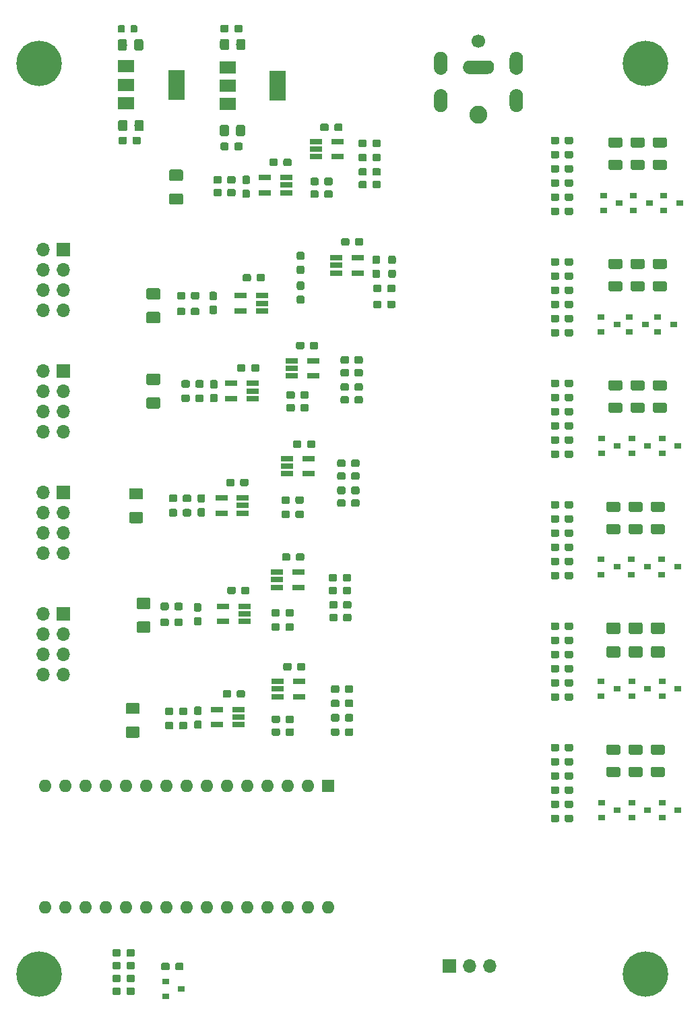
<source format=gbr>
G04 #@! TF.GenerationSoftware,KiCad,Pcbnew,(5.0.0)*
G04 #@! TF.CreationDate,2020-11-12T12:13:27-08:00*
G04 #@! TF.ProjectId,Valve_Monitor_ArduinoNano,56616C76655F4D6F6E69746F725F4172,rev?*
G04 #@! TF.SameCoordinates,Original*
G04 #@! TF.FileFunction,Soldermask,Top*
G04 #@! TF.FilePolarity,Negative*
%FSLAX46Y46*%
G04 Gerber Fmt 4.6, Leading zero omitted, Abs format (unit mm)*
G04 Created by KiCad (PCBNEW (5.0.0)) date 11/12/20 12:13:27*
%MOMM*%
%LPD*%
G01*
G04 APERTURE LIST*
%ADD10C,0.100000*%
%ADD11C,5.700000*%
%ADD12R,0.635000X0.100000*%
%ADD13C,1.700000*%
%ADD14C,2.250000*%
%ADD15C,0.800000*%
%ADD16R,0.900000X0.800000*%
%ADD17C,0.950000*%
%ADD18R,1.560000X0.650000*%
%ADD19C,1.425000*%
%ADD20O,1.700000X1.700000*%
%ADD21R,1.700000X1.700000*%
%ADD22C,0.875000*%
%ADD23C,1.150000*%
%ADD24R,2.000000X3.800000*%
%ADD25R,2.000000X1.500000*%
%ADD26C,1.250000*%
%ADD27O,1.600000X1.600000*%
%ADD28R,1.600000X1.600000*%
G04 APERTURE END LIST*
D10*
G04 #@! TO.C,J1*
G36*
X93391000Y-50428000D02*
X93391000Y-49228000D01*
X93392096Y-49186131D01*
X93395382Y-49144377D01*
X93400849Y-49102852D01*
X93408482Y-49061671D01*
X93418259Y-49020945D01*
X93430155Y-48980786D01*
X93444136Y-48941306D01*
X93460164Y-48902611D01*
X93478195Y-48864808D01*
X93498180Y-48828000D01*
X93520064Y-48792289D01*
X93543786Y-48757772D01*
X93569283Y-48724544D01*
X93596484Y-48692696D01*
X93625315Y-48662315D01*
X93655696Y-48633484D01*
X93687544Y-48606283D01*
X93720772Y-48580786D01*
X93755289Y-48557064D01*
X93791000Y-48535180D01*
X93827808Y-48515195D01*
X93865611Y-48497164D01*
X93904306Y-48481136D01*
X93943786Y-48467155D01*
X93983945Y-48455259D01*
X94024671Y-48445482D01*
X94065852Y-48437849D01*
X94107377Y-48432382D01*
X94149131Y-48429096D01*
X94191000Y-48428000D01*
X94232869Y-48429096D01*
X94274623Y-48432382D01*
X94316148Y-48437849D01*
X94357329Y-48445482D01*
X94398055Y-48455259D01*
X94438214Y-48467155D01*
X94477694Y-48481136D01*
X94516389Y-48497164D01*
X94554192Y-48515195D01*
X94591000Y-48535180D01*
X94626711Y-48557064D01*
X94661228Y-48580786D01*
X94694456Y-48606283D01*
X94726304Y-48633484D01*
X94756685Y-48662315D01*
X94785516Y-48692696D01*
X94812717Y-48724544D01*
X94838214Y-48757772D01*
X94861936Y-48792289D01*
X94883820Y-48828000D01*
X94903805Y-48864808D01*
X94921836Y-48902611D01*
X94937864Y-48941306D01*
X94951845Y-48980786D01*
X94963741Y-49020945D01*
X94973518Y-49061671D01*
X94981151Y-49102852D01*
X94986618Y-49144377D01*
X94989904Y-49186131D01*
X94991000Y-49228000D01*
X94991000Y-50428000D01*
X94989904Y-50469869D01*
X94986618Y-50511623D01*
X94981151Y-50553148D01*
X94973518Y-50594329D01*
X94963741Y-50635055D01*
X94951845Y-50675214D01*
X94937864Y-50714694D01*
X94921836Y-50753389D01*
X94903805Y-50791192D01*
X94883820Y-50828000D01*
X94861936Y-50863711D01*
X94838214Y-50898228D01*
X94812717Y-50931456D01*
X94785516Y-50963304D01*
X94756685Y-50993685D01*
X94726304Y-51022516D01*
X94694456Y-51049717D01*
X94661228Y-51075214D01*
X94626711Y-51098936D01*
X94591000Y-51120820D01*
X94554192Y-51140805D01*
X94516389Y-51158836D01*
X94477694Y-51174864D01*
X94438214Y-51188845D01*
X94398055Y-51200741D01*
X94357329Y-51210518D01*
X94316148Y-51218151D01*
X94274623Y-51223618D01*
X94232869Y-51226904D01*
X94191000Y-51228000D01*
X94149131Y-51226904D01*
X94107377Y-51223618D01*
X94065852Y-51218151D01*
X94024671Y-51210518D01*
X93983945Y-51200741D01*
X93943786Y-51188845D01*
X93904306Y-51174864D01*
X93865611Y-51158836D01*
X93827808Y-51140805D01*
X93791000Y-51120820D01*
X93755289Y-51098936D01*
X93720772Y-51075214D01*
X93687544Y-51049717D01*
X93655696Y-51022516D01*
X93625315Y-50993685D01*
X93596484Y-50963304D01*
X93569283Y-50931456D01*
X93543786Y-50898228D01*
X93520064Y-50863711D01*
X93498180Y-50828000D01*
X93478195Y-50791192D01*
X93460164Y-50753389D01*
X93444136Y-50714694D01*
X93430155Y-50675214D01*
X93418259Y-50635055D01*
X93408482Y-50594329D01*
X93400849Y-50553148D01*
X93395382Y-50511623D01*
X93392096Y-50469869D01*
X93391000Y-50428000D01*
X93391000Y-50428000D01*
G37*
X93391000Y-50428000D02*
X93391000Y-49228000D01*
X93392096Y-49186131D01*
X93395382Y-49144377D01*
X93400849Y-49102852D01*
X93408482Y-49061671D01*
X93418259Y-49020945D01*
X93430155Y-48980786D01*
X93444136Y-48941306D01*
X93460164Y-48902611D01*
X93478195Y-48864808D01*
X93498180Y-48828000D01*
X93520064Y-48792289D01*
X93543786Y-48757772D01*
X93569283Y-48724544D01*
X93596484Y-48692696D01*
X93625315Y-48662315D01*
X93655696Y-48633484D01*
X93687544Y-48606283D01*
X93720772Y-48580786D01*
X93755289Y-48557064D01*
X93791000Y-48535180D01*
X93827808Y-48515195D01*
X93865611Y-48497164D01*
X93904306Y-48481136D01*
X93943786Y-48467155D01*
X93983945Y-48455259D01*
X94024671Y-48445482D01*
X94065852Y-48437849D01*
X94107377Y-48432382D01*
X94149131Y-48429096D01*
X94191000Y-48428000D01*
X94232869Y-48429096D01*
X94274623Y-48432382D01*
X94316148Y-48437849D01*
X94357329Y-48445482D01*
X94398055Y-48455259D01*
X94438214Y-48467155D01*
X94477694Y-48481136D01*
X94516389Y-48497164D01*
X94554192Y-48515195D01*
X94591000Y-48535180D01*
X94626711Y-48557064D01*
X94661228Y-48580786D01*
X94694456Y-48606283D01*
X94726304Y-48633484D01*
X94756685Y-48662315D01*
X94785516Y-48692696D01*
X94812717Y-48724544D01*
X94838214Y-48757772D01*
X94861936Y-48792289D01*
X94883820Y-48828000D01*
X94903805Y-48864808D01*
X94921836Y-48902611D01*
X94937864Y-48941306D01*
X94951845Y-48980786D01*
X94963741Y-49020945D01*
X94973518Y-49061671D01*
X94981151Y-49102852D01*
X94986618Y-49144377D01*
X94989904Y-49186131D01*
X94991000Y-49228000D01*
X94991000Y-50428000D01*
X94989904Y-50469869D01*
X94986618Y-50511623D01*
X94981151Y-50553148D01*
X94973518Y-50594329D01*
X94963741Y-50635055D01*
X94951845Y-50675214D01*
X94937864Y-50714694D01*
X94921836Y-50753389D01*
X94903805Y-50791192D01*
X94883820Y-50828000D01*
X94861936Y-50863711D01*
X94838214Y-50898228D01*
X94812717Y-50931456D01*
X94785516Y-50963304D01*
X94756685Y-50993685D01*
X94726304Y-51022516D01*
X94694456Y-51049717D01*
X94661228Y-51075214D01*
X94626711Y-51098936D01*
X94591000Y-51120820D01*
X94554192Y-51140805D01*
X94516389Y-51158836D01*
X94477694Y-51174864D01*
X94438214Y-51188845D01*
X94398055Y-51200741D01*
X94357329Y-51210518D01*
X94316148Y-51218151D01*
X94274623Y-51223618D01*
X94232869Y-51226904D01*
X94191000Y-51228000D01*
X94149131Y-51226904D01*
X94107377Y-51223618D01*
X94065852Y-51218151D01*
X94024671Y-51210518D01*
X93983945Y-51200741D01*
X93943786Y-51188845D01*
X93904306Y-51174864D01*
X93865611Y-51158836D01*
X93827808Y-51140805D01*
X93791000Y-51120820D01*
X93755289Y-51098936D01*
X93720772Y-51075214D01*
X93687544Y-51049717D01*
X93655696Y-51022516D01*
X93625315Y-50993685D01*
X93596484Y-50963304D01*
X93569283Y-50931456D01*
X93543786Y-50898228D01*
X93520064Y-50863711D01*
X93498180Y-50828000D01*
X93478195Y-50791192D01*
X93460164Y-50753389D01*
X93444136Y-50714694D01*
X93430155Y-50675214D01*
X93418259Y-50635055D01*
X93408482Y-50594329D01*
X93400849Y-50553148D01*
X93395382Y-50511623D01*
X93392096Y-50469869D01*
X93391000Y-50428000D01*
G36*
X83891000Y-50428000D02*
X83891000Y-49228000D01*
X83892096Y-49186131D01*
X83895382Y-49144377D01*
X83900849Y-49102852D01*
X83908482Y-49061671D01*
X83918259Y-49020945D01*
X83930155Y-48980786D01*
X83944136Y-48941306D01*
X83960164Y-48902611D01*
X83978195Y-48864808D01*
X83998180Y-48828000D01*
X84020064Y-48792289D01*
X84043786Y-48757772D01*
X84069283Y-48724544D01*
X84096484Y-48692696D01*
X84125315Y-48662315D01*
X84155696Y-48633484D01*
X84187544Y-48606283D01*
X84220772Y-48580786D01*
X84255289Y-48557064D01*
X84291000Y-48535180D01*
X84327808Y-48515195D01*
X84365611Y-48497164D01*
X84404306Y-48481136D01*
X84443786Y-48467155D01*
X84483945Y-48455259D01*
X84524671Y-48445482D01*
X84565852Y-48437849D01*
X84607377Y-48432382D01*
X84649131Y-48429096D01*
X84691000Y-48428000D01*
X84732869Y-48429096D01*
X84774623Y-48432382D01*
X84816148Y-48437849D01*
X84857329Y-48445482D01*
X84898055Y-48455259D01*
X84938214Y-48467155D01*
X84977694Y-48481136D01*
X85016389Y-48497164D01*
X85054192Y-48515195D01*
X85091000Y-48535180D01*
X85126711Y-48557064D01*
X85161228Y-48580786D01*
X85194456Y-48606283D01*
X85226304Y-48633484D01*
X85256685Y-48662315D01*
X85285516Y-48692696D01*
X85312717Y-48724544D01*
X85338214Y-48757772D01*
X85361936Y-48792289D01*
X85383820Y-48828000D01*
X85403805Y-48864808D01*
X85421836Y-48902611D01*
X85437864Y-48941306D01*
X85451845Y-48980786D01*
X85463741Y-49020945D01*
X85473518Y-49061671D01*
X85481151Y-49102852D01*
X85486618Y-49144377D01*
X85489904Y-49186131D01*
X85491000Y-49228000D01*
X85491000Y-50428000D01*
X85489904Y-50469869D01*
X85486618Y-50511623D01*
X85481151Y-50553148D01*
X85473518Y-50594329D01*
X85463741Y-50635055D01*
X85451845Y-50675214D01*
X85437864Y-50714694D01*
X85421836Y-50753389D01*
X85403805Y-50791192D01*
X85383820Y-50828000D01*
X85361936Y-50863711D01*
X85338214Y-50898228D01*
X85312717Y-50931456D01*
X85285516Y-50963304D01*
X85256685Y-50993685D01*
X85226304Y-51022516D01*
X85194456Y-51049717D01*
X85161228Y-51075214D01*
X85126711Y-51098936D01*
X85091000Y-51120820D01*
X85054192Y-51140805D01*
X85016389Y-51158836D01*
X84977694Y-51174864D01*
X84938214Y-51188845D01*
X84898055Y-51200741D01*
X84857329Y-51210518D01*
X84816148Y-51218151D01*
X84774623Y-51223618D01*
X84732869Y-51226904D01*
X84691000Y-51228000D01*
X84649131Y-51226904D01*
X84607377Y-51223618D01*
X84565852Y-51218151D01*
X84524671Y-51210518D01*
X84483945Y-51200741D01*
X84443786Y-51188845D01*
X84404306Y-51174864D01*
X84365611Y-51158836D01*
X84327808Y-51140805D01*
X84291000Y-51120820D01*
X84255289Y-51098936D01*
X84220772Y-51075214D01*
X84187544Y-51049717D01*
X84155696Y-51022516D01*
X84125315Y-50993685D01*
X84096484Y-50963304D01*
X84069283Y-50931456D01*
X84043786Y-50898228D01*
X84020064Y-50863711D01*
X83998180Y-50828000D01*
X83978195Y-50791192D01*
X83960164Y-50753389D01*
X83944136Y-50714694D01*
X83930155Y-50675214D01*
X83918259Y-50635055D01*
X83908482Y-50594329D01*
X83900849Y-50553148D01*
X83895382Y-50511623D01*
X83892096Y-50469869D01*
X83891000Y-50428000D01*
X83891000Y-50428000D01*
G37*
X83891000Y-50428000D02*
X83891000Y-49228000D01*
X83892096Y-49186131D01*
X83895382Y-49144377D01*
X83900849Y-49102852D01*
X83908482Y-49061671D01*
X83918259Y-49020945D01*
X83930155Y-48980786D01*
X83944136Y-48941306D01*
X83960164Y-48902611D01*
X83978195Y-48864808D01*
X83998180Y-48828000D01*
X84020064Y-48792289D01*
X84043786Y-48757772D01*
X84069283Y-48724544D01*
X84096484Y-48692696D01*
X84125315Y-48662315D01*
X84155696Y-48633484D01*
X84187544Y-48606283D01*
X84220772Y-48580786D01*
X84255289Y-48557064D01*
X84291000Y-48535180D01*
X84327808Y-48515195D01*
X84365611Y-48497164D01*
X84404306Y-48481136D01*
X84443786Y-48467155D01*
X84483945Y-48455259D01*
X84524671Y-48445482D01*
X84565852Y-48437849D01*
X84607377Y-48432382D01*
X84649131Y-48429096D01*
X84691000Y-48428000D01*
X84732869Y-48429096D01*
X84774623Y-48432382D01*
X84816148Y-48437849D01*
X84857329Y-48445482D01*
X84898055Y-48455259D01*
X84938214Y-48467155D01*
X84977694Y-48481136D01*
X85016389Y-48497164D01*
X85054192Y-48515195D01*
X85091000Y-48535180D01*
X85126711Y-48557064D01*
X85161228Y-48580786D01*
X85194456Y-48606283D01*
X85226304Y-48633484D01*
X85256685Y-48662315D01*
X85285516Y-48692696D01*
X85312717Y-48724544D01*
X85338214Y-48757772D01*
X85361936Y-48792289D01*
X85383820Y-48828000D01*
X85403805Y-48864808D01*
X85421836Y-48902611D01*
X85437864Y-48941306D01*
X85451845Y-48980786D01*
X85463741Y-49020945D01*
X85473518Y-49061671D01*
X85481151Y-49102852D01*
X85486618Y-49144377D01*
X85489904Y-49186131D01*
X85491000Y-49228000D01*
X85491000Y-50428000D01*
X85489904Y-50469869D01*
X85486618Y-50511623D01*
X85481151Y-50553148D01*
X85473518Y-50594329D01*
X85463741Y-50635055D01*
X85451845Y-50675214D01*
X85437864Y-50714694D01*
X85421836Y-50753389D01*
X85403805Y-50791192D01*
X85383820Y-50828000D01*
X85361936Y-50863711D01*
X85338214Y-50898228D01*
X85312717Y-50931456D01*
X85285516Y-50963304D01*
X85256685Y-50993685D01*
X85226304Y-51022516D01*
X85194456Y-51049717D01*
X85161228Y-51075214D01*
X85126711Y-51098936D01*
X85091000Y-51120820D01*
X85054192Y-51140805D01*
X85016389Y-51158836D01*
X84977694Y-51174864D01*
X84938214Y-51188845D01*
X84898055Y-51200741D01*
X84857329Y-51210518D01*
X84816148Y-51218151D01*
X84774623Y-51223618D01*
X84732869Y-51226904D01*
X84691000Y-51228000D01*
X84649131Y-51226904D01*
X84607377Y-51223618D01*
X84565852Y-51218151D01*
X84524671Y-51210518D01*
X84483945Y-51200741D01*
X84443786Y-51188845D01*
X84404306Y-51174864D01*
X84365611Y-51158836D01*
X84327808Y-51140805D01*
X84291000Y-51120820D01*
X84255289Y-51098936D01*
X84220772Y-51075214D01*
X84187544Y-51049717D01*
X84155696Y-51022516D01*
X84125315Y-50993685D01*
X84096484Y-50963304D01*
X84069283Y-50931456D01*
X84043786Y-50898228D01*
X84020064Y-50863711D01*
X83998180Y-50828000D01*
X83978195Y-50791192D01*
X83960164Y-50753389D01*
X83944136Y-50714694D01*
X83930155Y-50675214D01*
X83918259Y-50635055D01*
X83908482Y-50594329D01*
X83900849Y-50553148D01*
X83895382Y-50511623D01*
X83892096Y-50469869D01*
X83891000Y-50428000D01*
G36*
X93391000Y-45728000D02*
X93391000Y-44528000D01*
X93392096Y-44486131D01*
X93395382Y-44444377D01*
X93400849Y-44402852D01*
X93408482Y-44361671D01*
X93418259Y-44320945D01*
X93430155Y-44280786D01*
X93444136Y-44241306D01*
X93460164Y-44202611D01*
X93478195Y-44164808D01*
X93498180Y-44128000D01*
X93520064Y-44092289D01*
X93543786Y-44057772D01*
X93569283Y-44024544D01*
X93596484Y-43992696D01*
X93625315Y-43962315D01*
X93655696Y-43933484D01*
X93687544Y-43906283D01*
X93720772Y-43880786D01*
X93755289Y-43857064D01*
X93791000Y-43835180D01*
X93827808Y-43815195D01*
X93865611Y-43797164D01*
X93904306Y-43781136D01*
X93943786Y-43767155D01*
X93983945Y-43755259D01*
X94024671Y-43745482D01*
X94065852Y-43737849D01*
X94107377Y-43732382D01*
X94149131Y-43729096D01*
X94191000Y-43728000D01*
X94232869Y-43729096D01*
X94274623Y-43732382D01*
X94316148Y-43737849D01*
X94357329Y-43745482D01*
X94398055Y-43755259D01*
X94438214Y-43767155D01*
X94477694Y-43781136D01*
X94516389Y-43797164D01*
X94554192Y-43815195D01*
X94591000Y-43835180D01*
X94626711Y-43857064D01*
X94661228Y-43880786D01*
X94694456Y-43906283D01*
X94726304Y-43933484D01*
X94756685Y-43962315D01*
X94785516Y-43992696D01*
X94812717Y-44024544D01*
X94838214Y-44057772D01*
X94861936Y-44092289D01*
X94883820Y-44128000D01*
X94903805Y-44164808D01*
X94921836Y-44202611D01*
X94937864Y-44241306D01*
X94951845Y-44280786D01*
X94963741Y-44320945D01*
X94973518Y-44361671D01*
X94981151Y-44402852D01*
X94986618Y-44444377D01*
X94989904Y-44486131D01*
X94991000Y-44528000D01*
X94991000Y-45728000D01*
X94989904Y-45769869D01*
X94986618Y-45811623D01*
X94981151Y-45853148D01*
X94973518Y-45894329D01*
X94963741Y-45935055D01*
X94951845Y-45975214D01*
X94937864Y-46014694D01*
X94921836Y-46053389D01*
X94903805Y-46091192D01*
X94883820Y-46128000D01*
X94861936Y-46163711D01*
X94838214Y-46198228D01*
X94812717Y-46231456D01*
X94785516Y-46263304D01*
X94756685Y-46293685D01*
X94726304Y-46322516D01*
X94694456Y-46349717D01*
X94661228Y-46375214D01*
X94626711Y-46398936D01*
X94591000Y-46420820D01*
X94554192Y-46440805D01*
X94516389Y-46458836D01*
X94477694Y-46474864D01*
X94438214Y-46488845D01*
X94398055Y-46500741D01*
X94357329Y-46510518D01*
X94316148Y-46518151D01*
X94274623Y-46523618D01*
X94232869Y-46526904D01*
X94191000Y-46528000D01*
X94149131Y-46526904D01*
X94107377Y-46523618D01*
X94065852Y-46518151D01*
X94024671Y-46510518D01*
X93983945Y-46500741D01*
X93943786Y-46488845D01*
X93904306Y-46474864D01*
X93865611Y-46458836D01*
X93827808Y-46440805D01*
X93791000Y-46420820D01*
X93755289Y-46398936D01*
X93720772Y-46375214D01*
X93687544Y-46349717D01*
X93655696Y-46322516D01*
X93625315Y-46293685D01*
X93596484Y-46263304D01*
X93569283Y-46231456D01*
X93543786Y-46198228D01*
X93520064Y-46163711D01*
X93498180Y-46128000D01*
X93478195Y-46091192D01*
X93460164Y-46053389D01*
X93444136Y-46014694D01*
X93430155Y-45975214D01*
X93418259Y-45935055D01*
X93408482Y-45894329D01*
X93400849Y-45853148D01*
X93395382Y-45811623D01*
X93392096Y-45769869D01*
X93391000Y-45728000D01*
X93391000Y-45728000D01*
G37*
X93391000Y-45728000D02*
X93391000Y-44528000D01*
X93392096Y-44486131D01*
X93395382Y-44444377D01*
X93400849Y-44402852D01*
X93408482Y-44361671D01*
X93418259Y-44320945D01*
X93430155Y-44280786D01*
X93444136Y-44241306D01*
X93460164Y-44202611D01*
X93478195Y-44164808D01*
X93498180Y-44128000D01*
X93520064Y-44092289D01*
X93543786Y-44057772D01*
X93569283Y-44024544D01*
X93596484Y-43992696D01*
X93625315Y-43962315D01*
X93655696Y-43933484D01*
X93687544Y-43906283D01*
X93720772Y-43880786D01*
X93755289Y-43857064D01*
X93791000Y-43835180D01*
X93827808Y-43815195D01*
X93865611Y-43797164D01*
X93904306Y-43781136D01*
X93943786Y-43767155D01*
X93983945Y-43755259D01*
X94024671Y-43745482D01*
X94065852Y-43737849D01*
X94107377Y-43732382D01*
X94149131Y-43729096D01*
X94191000Y-43728000D01*
X94232869Y-43729096D01*
X94274623Y-43732382D01*
X94316148Y-43737849D01*
X94357329Y-43745482D01*
X94398055Y-43755259D01*
X94438214Y-43767155D01*
X94477694Y-43781136D01*
X94516389Y-43797164D01*
X94554192Y-43815195D01*
X94591000Y-43835180D01*
X94626711Y-43857064D01*
X94661228Y-43880786D01*
X94694456Y-43906283D01*
X94726304Y-43933484D01*
X94756685Y-43962315D01*
X94785516Y-43992696D01*
X94812717Y-44024544D01*
X94838214Y-44057772D01*
X94861936Y-44092289D01*
X94883820Y-44128000D01*
X94903805Y-44164808D01*
X94921836Y-44202611D01*
X94937864Y-44241306D01*
X94951845Y-44280786D01*
X94963741Y-44320945D01*
X94973518Y-44361671D01*
X94981151Y-44402852D01*
X94986618Y-44444377D01*
X94989904Y-44486131D01*
X94991000Y-44528000D01*
X94991000Y-45728000D01*
X94989904Y-45769869D01*
X94986618Y-45811623D01*
X94981151Y-45853148D01*
X94973518Y-45894329D01*
X94963741Y-45935055D01*
X94951845Y-45975214D01*
X94937864Y-46014694D01*
X94921836Y-46053389D01*
X94903805Y-46091192D01*
X94883820Y-46128000D01*
X94861936Y-46163711D01*
X94838214Y-46198228D01*
X94812717Y-46231456D01*
X94785516Y-46263304D01*
X94756685Y-46293685D01*
X94726304Y-46322516D01*
X94694456Y-46349717D01*
X94661228Y-46375214D01*
X94626711Y-46398936D01*
X94591000Y-46420820D01*
X94554192Y-46440805D01*
X94516389Y-46458836D01*
X94477694Y-46474864D01*
X94438214Y-46488845D01*
X94398055Y-46500741D01*
X94357329Y-46510518D01*
X94316148Y-46518151D01*
X94274623Y-46523618D01*
X94232869Y-46526904D01*
X94191000Y-46528000D01*
X94149131Y-46526904D01*
X94107377Y-46523618D01*
X94065852Y-46518151D01*
X94024671Y-46510518D01*
X93983945Y-46500741D01*
X93943786Y-46488845D01*
X93904306Y-46474864D01*
X93865611Y-46458836D01*
X93827808Y-46440805D01*
X93791000Y-46420820D01*
X93755289Y-46398936D01*
X93720772Y-46375214D01*
X93687544Y-46349717D01*
X93655696Y-46322516D01*
X93625315Y-46293685D01*
X93596484Y-46263304D01*
X93569283Y-46231456D01*
X93543786Y-46198228D01*
X93520064Y-46163711D01*
X93498180Y-46128000D01*
X93478195Y-46091192D01*
X93460164Y-46053389D01*
X93444136Y-46014694D01*
X93430155Y-45975214D01*
X93418259Y-45935055D01*
X93408482Y-45894329D01*
X93400849Y-45853148D01*
X93395382Y-45811623D01*
X93392096Y-45769869D01*
X93391000Y-45728000D01*
G36*
X90641000Y-46428000D02*
X88241000Y-46428000D01*
X88199395Y-46424062D01*
X88160475Y-46418245D01*
X88121912Y-46410400D01*
X88083813Y-46400547D01*
X88046282Y-46388713D01*
X88009421Y-46374931D01*
X87973333Y-46359240D01*
X87938115Y-46341681D01*
X87903864Y-46322303D01*
X87870674Y-46301158D01*
X87838637Y-46278306D01*
X87807839Y-46253809D01*
X87778366Y-46227733D01*
X87750298Y-46200150D01*
X87723711Y-46171136D01*
X87698680Y-46140771D01*
X87675272Y-46109137D01*
X87653552Y-46076322D01*
X87633579Y-46042414D01*
X87615408Y-46007508D01*
X87599089Y-45971699D01*
X87584666Y-45935085D01*
X87572179Y-45897766D01*
X87561663Y-45859844D01*
X87553145Y-45821424D01*
X87546650Y-45782612D01*
X87542195Y-45743512D01*
X87539793Y-45704233D01*
X87539450Y-45664882D01*
X87541000Y-45628000D01*
X87542096Y-45586131D01*
X87545382Y-45544377D01*
X87550849Y-45502852D01*
X87558482Y-45461671D01*
X87568259Y-45420945D01*
X87580155Y-45380786D01*
X87594136Y-45341306D01*
X87610164Y-45302611D01*
X87628195Y-45264808D01*
X87648180Y-45228000D01*
X87670064Y-45192289D01*
X87693786Y-45157772D01*
X87719283Y-45124544D01*
X87746484Y-45092696D01*
X87775315Y-45062315D01*
X87805696Y-45033484D01*
X87837544Y-45006283D01*
X87870772Y-44980786D01*
X87905289Y-44957064D01*
X87941000Y-44935180D01*
X87977808Y-44915195D01*
X88015611Y-44897164D01*
X88054306Y-44881136D01*
X88093786Y-44867155D01*
X88133945Y-44855259D01*
X88174671Y-44845482D01*
X88215852Y-44837849D01*
X88257377Y-44832382D01*
X88299131Y-44829096D01*
X88341000Y-44828000D01*
X90741000Y-44828000D01*
X90775922Y-44833885D01*
X90812065Y-44841897D01*
X90847738Y-44851790D01*
X90882845Y-44863537D01*
X90917289Y-44877105D01*
X90950975Y-44892457D01*
X90983812Y-44909550D01*
X91015710Y-44928339D01*
X91046580Y-44948772D01*
X91076338Y-44970792D01*
X91104904Y-44994340D01*
X91132198Y-45019350D01*
X91158145Y-45045754D01*
X91182675Y-45073481D01*
X91205721Y-45102453D01*
X91227218Y-45132591D01*
X91247109Y-45163813D01*
X91265338Y-45196033D01*
X91281856Y-45229164D01*
X91296618Y-45263113D01*
X91309583Y-45297789D01*
X91320715Y-45333095D01*
X91329984Y-45368936D01*
X91337364Y-45405212D01*
X91342836Y-45441825D01*
X91346384Y-45478675D01*
X91347999Y-45515659D01*
X91347676Y-45552678D01*
X91345416Y-45589628D01*
X91341000Y-45628000D01*
X91342550Y-45664882D01*
X91342207Y-45704233D01*
X91339805Y-45743512D01*
X91335350Y-45782612D01*
X91328855Y-45821424D01*
X91320337Y-45859844D01*
X91309821Y-45897766D01*
X91297334Y-45935085D01*
X91282911Y-45971699D01*
X91266592Y-46007508D01*
X91248421Y-46042414D01*
X91228448Y-46076322D01*
X91206728Y-46109137D01*
X91183320Y-46140771D01*
X91158289Y-46171136D01*
X91131702Y-46200150D01*
X91103634Y-46227733D01*
X91074161Y-46253809D01*
X91043363Y-46278306D01*
X91011326Y-46301158D01*
X90978136Y-46322303D01*
X90943885Y-46341681D01*
X90908667Y-46359240D01*
X90872579Y-46374931D01*
X90835718Y-46388713D01*
X90798187Y-46400547D01*
X90760088Y-46410400D01*
X90721525Y-46418245D01*
X90682605Y-46424062D01*
X90641000Y-46428000D01*
X90641000Y-46428000D01*
G37*
X90641000Y-46428000D02*
X88241000Y-46428000D01*
X88199395Y-46424062D01*
X88160475Y-46418245D01*
X88121912Y-46410400D01*
X88083813Y-46400547D01*
X88046282Y-46388713D01*
X88009421Y-46374931D01*
X87973333Y-46359240D01*
X87938115Y-46341681D01*
X87903864Y-46322303D01*
X87870674Y-46301158D01*
X87838637Y-46278306D01*
X87807839Y-46253809D01*
X87778366Y-46227733D01*
X87750298Y-46200150D01*
X87723711Y-46171136D01*
X87698680Y-46140771D01*
X87675272Y-46109137D01*
X87653552Y-46076322D01*
X87633579Y-46042414D01*
X87615408Y-46007508D01*
X87599089Y-45971699D01*
X87584666Y-45935085D01*
X87572179Y-45897766D01*
X87561663Y-45859844D01*
X87553145Y-45821424D01*
X87546650Y-45782612D01*
X87542195Y-45743512D01*
X87539793Y-45704233D01*
X87539450Y-45664882D01*
X87541000Y-45628000D01*
X87542096Y-45586131D01*
X87545382Y-45544377D01*
X87550849Y-45502852D01*
X87558482Y-45461671D01*
X87568259Y-45420945D01*
X87580155Y-45380786D01*
X87594136Y-45341306D01*
X87610164Y-45302611D01*
X87628195Y-45264808D01*
X87648180Y-45228000D01*
X87670064Y-45192289D01*
X87693786Y-45157772D01*
X87719283Y-45124544D01*
X87746484Y-45092696D01*
X87775315Y-45062315D01*
X87805696Y-45033484D01*
X87837544Y-45006283D01*
X87870772Y-44980786D01*
X87905289Y-44957064D01*
X87941000Y-44935180D01*
X87977808Y-44915195D01*
X88015611Y-44897164D01*
X88054306Y-44881136D01*
X88093786Y-44867155D01*
X88133945Y-44855259D01*
X88174671Y-44845482D01*
X88215852Y-44837849D01*
X88257377Y-44832382D01*
X88299131Y-44829096D01*
X88341000Y-44828000D01*
X90741000Y-44828000D01*
X90775922Y-44833885D01*
X90812065Y-44841897D01*
X90847738Y-44851790D01*
X90882845Y-44863537D01*
X90917289Y-44877105D01*
X90950975Y-44892457D01*
X90983812Y-44909550D01*
X91015710Y-44928339D01*
X91046580Y-44948772D01*
X91076338Y-44970792D01*
X91104904Y-44994340D01*
X91132198Y-45019350D01*
X91158145Y-45045754D01*
X91182675Y-45073481D01*
X91205721Y-45102453D01*
X91227218Y-45132591D01*
X91247109Y-45163813D01*
X91265338Y-45196033D01*
X91281856Y-45229164D01*
X91296618Y-45263113D01*
X91309583Y-45297789D01*
X91320715Y-45333095D01*
X91329984Y-45368936D01*
X91337364Y-45405212D01*
X91342836Y-45441825D01*
X91346384Y-45478675D01*
X91347999Y-45515659D01*
X91347676Y-45552678D01*
X91345416Y-45589628D01*
X91341000Y-45628000D01*
X91342550Y-45664882D01*
X91342207Y-45704233D01*
X91339805Y-45743512D01*
X91335350Y-45782612D01*
X91328855Y-45821424D01*
X91320337Y-45859844D01*
X91309821Y-45897766D01*
X91297334Y-45935085D01*
X91282911Y-45971699D01*
X91266592Y-46007508D01*
X91248421Y-46042414D01*
X91228448Y-46076322D01*
X91206728Y-46109137D01*
X91183320Y-46140771D01*
X91158289Y-46171136D01*
X91131702Y-46200150D01*
X91103634Y-46227733D01*
X91074161Y-46253809D01*
X91043363Y-46278306D01*
X91011326Y-46301158D01*
X90978136Y-46322303D01*
X90943885Y-46341681D01*
X90908667Y-46359240D01*
X90872579Y-46374931D01*
X90835718Y-46388713D01*
X90798187Y-46400547D01*
X90760088Y-46410400D01*
X90721525Y-46418245D01*
X90682605Y-46424062D01*
X90641000Y-46428000D01*
G36*
X83891000Y-45728000D02*
X83891000Y-44528000D01*
X83892096Y-44486131D01*
X83895382Y-44444377D01*
X83900849Y-44402852D01*
X83908482Y-44361671D01*
X83918259Y-44320945D01*
X83930155Y-44280786D01*
X83944136Y-44241306D01*
X83960164Y-44202611D01*
X83978195Y-44164808D01*
X83998180Y-44128000D01*
X84020064Y-44092289D01*
X84043786Y-44057772D01*
X84069283Y-44024544D01*
X84096484Y-43992696D01*
X84125315Y-43962315D01*
X84155696Y-43933484D01*
X84187544Y-43906283D01*
X84220772Y-43880786D01*
X84255289Y-43857064D01*
X84291000Y-43835180D01*
X84327808Y-43815195D01*
X84365611Y-43797164D01*
X84404306Y-43781136D01*
X84443786Y-43767155D01*
X84483945Y-43755259D01*
X84524671Y-43745482D01*
X84565852Y-43737849D01*
X84607377Y-43732382D01*
X84649131Y-43729096D01*
X84691000Y-43728000D01*
X84732869Y-43729096D01*
X84774623Y-43732382D01*
X84816148Y-43737849D01*
X84857329Y-43745482D01*
X84898055Y-43755259D01*
X84938214Y-43767155D01*
X84977694Y-43781136D01*
X85016389Y-43797164D01*
X85054192Y-43815195D01*
X85091000Y-43835180D01*
X85126711Y-43857064D01*
X85161228Y-43880786D01*
X85194456Y-43906283D01*
X85226304Y-43933484D01*
X85256685Y-43962315D01*
X85285516Y-43992696D01*
X85312717Y-44024544D01*
X85338214Y-44057772D01*
X85361936Y-44092289D01*
X85383820Y-44128000D01*
X85403805Y-44164808D01*
X85421836Y-44202611D01*
X85437864Y-44241306D01*
X85451845Y-44280786D01*
X85463741Y-44320945D01*
X85473518Y-44361671D01*
X85481151Y-44402852D01*
X85486618Y-44444377D01*
X85489904Y-44486131D01*
X85491000Y-44528000D01*
X85491000Y-45728000D01*
X85489904Y-45769869D01*
X85486618Y-45811623D01*
X85481151Y-45853148D01*
X85473518Y-45894329D01*
X85463741Y-45935055D01*
X85451845Y-45975214D01*
X85437864Y-46014694D01*
X85421836Y-46053389D01*
X85403805Y-46091192D01*
X85383820Y-46128000D01*
X85361936Y-46163711D01*
X85338214Y-46198228D01*
X85312717Y-46231456D01*
X85285516Y-46263304D01*
X85256685Y-46293685D01*
X85226304Y-46322516D01*
X85194456Y-46349717D01*
X85161228Y-46375214D01*
X85126711Y-46398936D01*
X85091000Y-46420820D01*
X85054192Y-46440805D01*
X85016389Y-46458836D01*
X84977694Y-46474864D01*
X84938214Y-46488845D01*
X84898055Y-46500741D01*
X84857329Y-46510518D01*
X84816148Y-46518151D01*
X84774623Y-46523618D01*
X84732869Y-46526904D01*
X84691000Y-46528000D01*
X84649131Y-46526904D01*
X84607377Y-46523618D01*
X84565852Y-46518151D01*
X84524671Y-46510518D01*
X84483945Y-46500741D01*
X84443786Y-46488845D01*
X84404306Y-46474864D01*
X84365611Y-46458836D01*
X84327808Y-46440805D01*
X84291000Y-46420820D01*
X84255289Y-46398936D01*
X84220772Y-46375214D01*
X84187544Y-46349717D01*
X84155696Y-46322516D01*
X84125315Y-46293685D01*
X84096484Y-46263304D01*
X84069283Y-46231456D01*
X84043786Y-46198228D01*
X84020064Y-46163711D01*
X83998180Y-46128000D01*
X83978195Y-46091192D01*
X83960164Y-46053389D01*
X83944136Y-46014694D01*
X83930155Y-45975214D01*
X83918259Y-45935055D01*
X83908482Y-45894329D01*
X83900849Y-45853148D01*
X83895382Y-45811623D01*
X83892096Y-45769869D01*
X83891000Y-45728000D01*
X83891000Y-45728000D01*
G37*
X83891000Y-45728000D02*
X83891000Y-44528000D01*
X83892096Y-44486131D01*
X83895382Y-44444377D01*
X83900849Y-44402852D01*
X83908482Y-44361671D01*
X83918259Y-44320945D01*
X83930155Y-44280786D01*
X83944136Y-44241306D01*
X83960164Y-44202611D01*
X83978195Y-44164808D01*
X83998180Y-44128000D01*
X84020064Y-44092289D01*
X84043786Y-44057772D01*
X84069283Y-44024544D01*
X84096484Y-43992696D01*
X84125315Y-43962315D01*
X84155696Y-43933484D01*
X84187544Y-43906283D01*
X84220772Y-43880786D01*
X84255289Y-43857064D01*
X84291000Y-43835180D01*
X84327808Y-43815195D01*
X84365611Y-43797164D01*
X84404306Y-43781136D01*
X84443786Y-43767155D01*
X84483945Y-43755259D01*
X84524671Y-43745482D01*
X84565852Y-43737849D01*
X84607377Y-43732382D01*
X84649131Y-43729096D01*
X84691000Y-43728000D01*
X84732869Y-43729096D01*
X84774623Y-43732382D01*
X84816148Y-43737849D01*
X84857329Y-43745482D01*
X84898055Y-43755259D01*
X84938214Y-43767155D01*
X84977694Y-43781136D01*
X85016389Y-43797164D01*
X85054192Y-43815195D01*
X85091000Y-43835180D01*
X85126711Y-43857064D01*
X85161228Y-43880786D01*
X85194456Y-43906283D01*
X85226304Y-43933484D01*
X85256685Y-43962315D01*
X85285516Y-43992696D01*
X85312717Y-44024544D01*
X85338214Y-44057772D01*
X85361936Y-44092289D01*
X85383820Y-44128000D01*
X85403805Y-44164808D01*
X85421836Y-44202611D01*
X85437864Y-44241306D01*
X85451845Y-44280786D01*
X85463741Y-44320945D01*
X85473518Y-44361671D01*
X85481151Y-44402852D01*
X85486618Y-44444377D01*
X85489904Y-44486131D01*
X85491000Y-44528000D01*
X85491000Y-45728000D01*
X85489904Y-45769869D01*
X85486618Y-45811623D01*
X85481151Y-45853148D01*
X85473518Y-45894329D01*
X85463741Y-45935055D01*
X85451845Y-45975214D01*
X85437864Y-46014694D01*
X85421836Y-46053389D01*
X85403805Y-46091192D01*
X85383820Y-46128000D01*
X85361936Y-46163711D01*
X85338214Y-46198228D01*
X85312717Y-46231456D01*
X85285516Y-46263304D01*
X85256685Y-46293685D01*
X85226304Y-46322516D01*
X85194456Y-46349717D01*
X85161228Y-46375214D01*
X85126711Y-46398936D01*
X85091000Y-46420820D01*
X85054192Y-46440805D01*
X85016389Y-46458836D01*
X84977694Y-46474864D01*
X84938214Y-46488845D01*
X84898055Y-46500741D01*
X84857329Y-46510518D01*
X84816148Y-46518151D01*
X84774623Y-46523618D01*
X84732869Y-46526904D01*
X84691000Y-46528000D01*
X84649131Y-46526904D01*
X84607377Y-46523618D01*
X84565852Y-46518151D01*
X84524671Y-46510518D01*
X84483945Y-46500741D01*
X84443786Y-46488845D01*
X84404306Y-46474864D01*
X84365611Y-46458836D01*
X84327808Y-46440805D01*
X84291000Y-46420820D01*
X84255289Y-46398936D01*
X84220772Y-46375214D01*
X84187544Y-46349717D01*
X84155696Y-46322516D01*
X84125315Y-46293685D01*
X84096484Y-46263304D01*
X84069283Y-46231456D01*
X84043786Y-46198228D01*
X84020064Y-46163711D01*
X83998180Y-46128000D01*
X83978195Y-46091192D01*
X83960164Y-46053389D01*
X83944136Y-46014694D01*
X83930155Y-45975214D01*
X83918259Y-45935055D01*
X83908482Y-45894329D01*
X83900849Y-45853148D01*
X83895382Y-45811623D01*
X83892096Y-45769869D01*
X83891000Y-45728000D01*
G04 #@! TD*
D11*
G04 #@! TO.C,REF\002A\002A*
X110490000Y-45212000D03*
G04 #@! TD*
G04 #@! TO.C,REF\002A\002A*
X110490000Y-159512000D03*
G04 #@! TD*
G04 #@! TO.C,REF\002A\002A*
X34290000Y-159512000D03*
G04 #@! TD*
D12*
G04 #@! TO.C,J1*
X89641000Y-45128000D03*
D13*
X89441000Y-42378000D03*
D14*
X89441000Y-51628000D03*
D15*
X94191000Y-49828000D03*
X84691000Y-49828000D03*
X94191000Y-45128000D03*
X89441000Y-45628000D03*
X84691000Y-45128000D03*
G04 #@! TD*
D16*
G04 #@! TO.C,Q14*
X110458000Y-77960000D03*
X108458000Y-78910000D03*
X108458000Y-77010000D03*
G04 #@! TD*
G04 #@! TO.C,Q13*
X106902000Y-77960000D03*
X104902000Y-78910000D03*
X104902000Y-77010000D03*
G04 #@! TD*
G04 #@! TO.C,Q15*
X114014000Y-77960000D03*
X112014000Y-78910000D03*
X112014000Y-77010000D03*
G04 #@! TD*
D10*
G04 #@! TO.C,C34*
G36*
X74797779Y-67113144D02*
X74820834Y-67116563D01*
X74843443Y-67122227D01*
X74865387Y-67130079D01*
X74886457Y-67140044D01*
X74906448Y-67152026D01*
X74925168Y-67165910D01*
X74942438Y-67181562D01*
X74958090Y-67198832D01*
X74971974Y-67217552D01*
X74983956Y-67237543D01*
X74993921Y-67258613D01*
X75001773Y-67280557D01*
X75007437Y-67303166D01*
X75010856Y-67326221D01*
X75012000Y-67349500D01*
X75012000Y-67824500D01*
X75010856Y-67847779D01*
X75007437Y-67870834D01*
X75001773Y-67893443D01*
X74993921Y-67915387D01*
X74983956Y-67936457D01*
X74971974Y-67956448D01*
X74958090Y-67975168D01*
X74942438Y-67992438D01*
X74925168Y-68008090D01*
X74906448Y-68021974D01*
X74886457Y-68033956D01*
X74865387Y-68043921D01*
X74843443Y-68051773D01*
X74820834Y-68057437D01*
X74797779Y-68060856D01*
X74774500Y-68062000D01*
X74199500Y-68062000D01*
X74176221Y-68060856D01*
X74153166Y-68057437D01*
X74130557Y-68051773D01*
X74108613Y-68043921D01*
X74087543Y-68033956D01*
X74067552Y-68021974D01*
X74048832Y-68008090D01*
X74031562Y-67992438D01*
X74015910Y-67975168D01*
X74002026Y-67956448D01*
X73990044Y-67936457D01*
X73980079Y-67915387D01*
X73972227Y-67893443D01*
X73966563Y-67870834D01*
X73963144Y-67847779D01*
X73962000Y-67824500D01*
X73962000Y-67349500D01*
X73963144Y-67326221D01*
X73966563Y-67303166D01*
X73972227Y-67280557D01*
X73980079Y-67258613D01*
X73990044Y-67237543D01*
X74002026Y-67217552D01*
X74015910Y-67198832D01*
X74031562Y-67181562D01*
X74048832Y-67165910D01*
X74067552Y-67152026D01*
X74087543Y-67140044D01*
X74108613Y-67130079D01*
X74130557Y-67122227D01*
X74153166Y-67116563D01*
X74176221Y-67113144D01*
X74199500Y-67112000D01*
X74774500Y-67112000D01*
X74797779Y-67113144D01*
X74797779Y-67113144D01*
G37*
D17*
X74487000Y-67587000D03*
D10*
G36*
X73047779Y-67113144D02*
X73070834Y-67116563D01*
X73093443Y-67122227D01*
X73115387Y-67130079D01*
X73136457Y-67140044D01*
X73156448Y-67152026D01*
X73175168Y-67165910D01*
X73192438Y-67181562D01*
X73208090Y-67198832D01*
X73221974Y-67217552D01*
X73233956Y-67237543D01*
X73243921Y-67258613D01*
X73251773Y-67280557D01*
X73257437Y-67303166D01*
X73260856Y-67326221D01*
X73262000Y-67349500D01*
X73262000Y-67824500D01*
X73260856Y-67847779D01*
X73257437Y-67870834D01*
X73251773Y-67893443D01*
X73243921Y-67915387D01*
X73233956Y-67936457D01*
X73221974Y-67956448D01*
X73208090Y-67975168D01*
X73192438Y-67992438D01*
X73175168Y-68008090D01*
X73156448Y-68021974D01*
X73136457Y-68033956D01*
X73115387Y-68043921D01*
X73093443Y-68051773D01*
X73070834Y-68057437D01*
X73047779Y-68060856D01*
X73024500Y-68062000D01*
X72449500Y-68062000D01*
X72426221Y-68060856D01*
X72403166Y-68057437D01*
X72380557Y-68051773D01*
X72358613Y-68043921D01*
X72337543Y-68033956D01*
X72317552Y-68021974D01*
X72298832Y-68008090D01*
X72281562Y-67992438D01*
X72265910Y-67975168D01*
X72252026Y-67956448D01*
X72240044Y-67936457D01*
X72230079Y-67915387D01*
X72222227Y-67893443D01*
X72216563Y-67870834D01*
X72213144Y-67847779D01*
X72212000Y-67824500D01*
X72212000Y-67349500D01*
X72213144Y-67326221D01*
X72216563Y-67303166D01*
X72222227Y-67280557D01*
X72230079Y-67258613D01*
X72240044Y-67237543D01*
X72252026Y-67217552D01*
X72265910Y-67198832D01*
X72281562Y-67181562D01*
X72298832Y-67165910D01*
X72317552Y-67152026D01*
X72337543Y-67140044D01*
X72358613Y-67130079D01*
X72380557Y-67122227D01*
X72403166Y-67116563D01*
X72426221Y-67113144D01*
X72449500Y-67112000D01*
X73024500Y-67112000D01*
X73047779Y-67113144D01*
X73047779Y-67113144D01*
G37*
D17*
X72737000Y-67587000D03*
G04 #@! TD*
D18*
G04 #@! TO.C,U4*
X59608000Y-76247000D03*
X59608000Y-74347000D03*
X62308000Y-74347000D03*
X62308000Y-75297000D03*
X62308000Y-76247000D03*
G04 #@! TD*
D10*
G04 #@! TO.C,R14*
G36*
X49261504Y-73400704D02*
X49285773Y-73404304D01*
X49309571Y-73410265D01*
X49332671Y-73418530D01*
X49354849Y-73429020D01*
X49375893Y-73441633D01*
X49395598Y-73456247D01*
X49413777Y-73472723D01*
X49430253Y-73490902D01*
X49444867Y-73510607D01*
X49457480Y-73531651D01*
X49467970Y-73553829D01*
X49476235Y-73576929D01*
X49482196Y-73600727D01*
X49485796Y-73624996D01*
X49487000Y-73649500D01*
X49487000Y-74574500D01*
X49485796Y-74599004D01*
X49482196Y-74623273D01*
X49476235Y-74647071D01*
X49467970Y-74670171D01*
X49457480Y-74692349D01*
X49444867Y-74713393D01*
X49430253Y-74733098D01*
X49413777Y-74751277D01*
X49395598Y-74767753D01*
X49375893Y-74782367D01*
X49354849Y-74794980D01*
X49332671Y-74805470D01*
X49309571Y-74813735D01*
X49285773Y-74819696D01*
X49261504Y-74823296D01*
X49237000Y-74824500D01*
X47987000Y-74824500D01*
X47962496Y-74823296D01*
X47938227Y-74819696D01*
X47914429Y-74813735D01*
X47891329Y-74805470D01*
X47869151Y-74794980D01*
X47848107Y-74782367D01*
X47828402Y-74767753D01*
X47810223Y-74751277D01*
X47793747Y-74733098D01*
X47779133Y-74713393D01*
X47766520Y-74692349D01*
X47756030Y-74670171D01*
X47747765Y-74647071D01*
X47741804Y-74623273D01*
X47738204Y-74599004D01*
X47737000Y-74574500D01*
X47737000Y-73649500D01*
X47738204Y-73624996D01*
X47741804Y-73600727D01*
X47747765Y-73576929D01*
X47756030Y-73553829D01*
X47766520Y-73531651D01*
X47779133Y-73510607D01*
X47793747Y-73490902D01*
X47810223Y-73472723D01*
X47828402Y-73456247D01*
X47848107Y-73441633D01*
X47869151Y-73429020D01*
X47891329Y-73418530D01*
X47914429Y-73410265D01*
X47938227Y-73404304D01*
X47962496Y-73400704D01*
X47987000Y-73399500D01*
X49237000Y-73399500D01*
X49261504Y-73400704D01*
X49261504Y-73400704D01*
G37*
D19*
X48612000Y-74112000D03*
D10*
G36*
X49261504Y-76375704D02*
X49285773Y-76379304D01*
X49309571Y-76385265D01*
X49332671Y-76393530D01*
X49354849Y-76404020D01*
X49375893Y-76416633D01*
X49395598Y-76431247D01*
X49413777Y-76447723D01*
X49430253Y-76465902D01*
X49444867Y-76485607D01*
X49457480Y-76506651D01*
X49467970Y-76528829D01*
X49476235Y-76551929D01*
X49482196Y-76575727D01*
X49485796Y-76599996D01*
X49487000Y-76624500D01*
X49487000Y-77549500D01*
X49485796Y-77574004D01*
X49482196Y-77598273D01*
X49476235Y-77622071D01*
X49467970Y-77645171D01*
X49457480Y-77667349D01*
X49444867Y-77688393D01*
X49430253Y-77708098D01*
X49413777Y-77726277D01*
X49395598Y-77742753D01*
X49375893Y-77757367D01*
X49354849Y-77769980D01*
X49332671Y-77780470D01*
X49309571Y-77788735D01*
X49285773Y-77794696D01*
X49261504Y-77798296D01*
X49237000Y-77799500D01*
X47987000Y-77799500D01*
X47962496Y-77798296D01*
X47938227Y-77794696D01*
X47914429Y-77788735D01*
X47891329Y-77780470D01*
X47869151Y-77769980D01*
X47848107Y-77757367D01*
X47828402Y-77742753D01*
X47810223Y-77726277D01*
X47793747Y-77708098D01*
X47779133Y-77688393D01*
X47766520Y-77667349D01*
X47756030Y-77645171D01*
X47747765Y-77622071D01*
X47741804Y-77598273D01*
X47738204Y-77574004D01*
X47737000Y-77549500D01*
X47737000Y-76624500D01*
X47738204Y-76599996D01*
X47741804Y-76575727D01*
X47747765Y-76551929D01*
X47756030Y-76528829D01*
X47766520Y-76506651D01*
X47779133Y-76485607D01*
X47793747Y-76465902D01*
X47810223Y-76447723D01*
X47828402Y-76431247D01*
X47848107Y-76416633D01*
X47869151Y-76404020D01*
X47891329Y-76393530D01*
X47914429Y-76385265D01*
X47938227Y-76379304D01*
X47962496Y-76375704D01*
X47987000Y-76374500D01*
X49237000Y-76374500D01*
X49261504Y-76375704D01*
X49261504Y-76375704D01*
G37*
D19*
X48612000Y-77087000D03*
G04 #@! TD*
D10*
G04 #@! TO.C,R20*
G36*
X54172779Y-75863144D02*
X54195834Y-75866563D01*
X54218443Y-75872227D01*
X54240387Y-75880079D01*
X54261457Y-75890044D01*
X54281448Y-75902026D01*
X54300168Y-75915910D01*
X54317438Y-75931562D01*
X54333090Y-75948832D01*
X54346974Y-75967552D01*
X54358956Y-75987543D01*
X54368921Y-76008613D01*
X54376773Y-76030557D01*
X54382437Y-76053166D01*
X54385856Y-76076221D01*
X54387000Y-76099500D01*
X54387000Y-76574500D01*
X54385856Y-76597779D01*
X54382437Y-76620834D01*
X54376773Y-76643443D01*
X54368921Y-76665387D01*
X54358956Y-76686457D01*
X54346974Y-76706448D01*
X54333090Y-76725168D01*
X54317438Y-76742438D01*
X54300168Y-76758090D01*
X54281448Y-76771974D01*
X54261457Y-76783956D01*
X54240387Y-76793921D01*
X54218443Y-76801773D01*
X54195834Y-76807437D01*
X54172779Y-76810856D01*
X54149500Y-76812000D01*
X53574500Y-76812000D01*
X53551221Y-76810856D01*
X53528166Y-76807437D01*
X53505557Y-76801773D01*
X53483613Y-76793921D01*
X53462543Y-76783956D01*
X53442552Y-76771974D01*
X53423832Y-76758090D01*
X53406562Y-76742438D01*
X53390910Y-76725168D01*
X53377026Y-76706448D01*
X53365044Y-76686457D01*
X53355079Y-76665387D01*
X53347227Y-76643443D01*
X53341563Y-76620834D01*
X53338144Y-76597779D01*
X53337000Y-76574500D01*
X53337000Y-76099500D01*
X53338144Y-76076221D01*
X53341563Y-76053166D01*
X53347227Y-76030557D01*
X53355079Y-76008613D01*
X53365044Y-75987543D01*
X53377026Y-75967552D01*
X53390910Y-75948832D01*
X53406562Y-75931562D01*
X53423832Y-75915910D01*
X53442552Y-75902026D01*
X53462543Y-75890044D01*
X53483613Y-75880079D01*
X53505557Y-75872227D01*
X53528166Y-75866563D01*
X53551221Y-75863144D01*
X53574500Y-75862000D01*
X54149500Y-75862000D01*
X54172779Y-75863144D01*
X54172779Y-75863144D01*
G37*
D17*
X53862000Y-76337000D03*
D10*
G36*
X52422779Y-75863144D02*
X52445834Y-75866563D01*
X52468443Y-75872227D01*
X52490387Y-75880079D01*
X52511457Y-75890044D01*
X52531448Y-75902026D01*
X52550168Y-75915910D01*
X52567438Y-75931562D01*
X52583090Y-75948832D01*
X52596974Y-75967552D01*
X52608956Y-75987543D01*
X52618921Y-76008613D01*
X52626773Y-76030557D01*
X52632437Y-76053166D01*
X52635856Y-76076221D01*
X52637000Y-76099500D01*
X52637000Y-76574500D01*
X52635856Y-76597779D01*
X52632437Y-76620834D01*
X52626773Y-76643443D01*
X52618921Y-76665387D01*
X52608956Y-76686457D01*
X52596974Y-76706448D01*
X52583090Y-76725168D01*
X52567438Y-76742438D01*
X52550168Y-76758090D01*
X52531448Y-76771974D01*
X52511457Y-76783956D01*
X52490387Y-76793921D01*
X52468443Y-76801773D01*
X52445834Y-76807437D01*
X52422779Y-76810856D01*
X52399500Y-76812000D01*
X51824500Y-76812000D01*
X51801221Y-76810856D01*
X51778166Y-76807437D01*
X51755557Y-76801773D01*
X51733613Y-76793921D01*
X51712543Y-76783956D01*
X51692552Y-76771974D01*
X51673832Y-76758090D01*
X51656562Y-76742438D01*
X51640910Y-76725168D01*
X51627026Y-76706448D01*
X51615044Y-76686457D01*
X51605079Y-76665387D01*
X51597227Y-76643443D01*
X51591563Y-76620834D01*
X51588144Y-76597779D01*
X51587000Y-76574500D01*
X51587000Y-76099500D01*
X51588144Y-76076221D01*
X51591563Y-76053166D01*
X51597227Y-76030557D01*
X51605079Y-76008613D01*
X51615044Y-75987543D01*
X51627026Y-75967552D01*
X51640910Y-75948832D01*
X51656562Y-75931562D01*
X51673832Y-75915910D01*
X51692552Y-75902026D01*
X51712543Y-75890044D01*
X51733613Y-75880079D01*
X51755557Y-75872227D01*
X51778166Y-75866563D01*
X51801221Y-75863144D01*
X51824500Y-75862000D01*
X52399500Y-75862000D01*
X52422779Y-75863144D01*
X52422779Y-75863144D01*
G37*
D17*
X52112000Y-76337000D03*
G04 #@! TD*
D10*
G04 #@! TO.C,C2*
G36*
X60672779Y-71613144D02*
X60695834Y-71616563D01*
X60718443Y-71622227D01*
X60740387Y-71630079D01*
X60761457Y-71640044D01*
X60781448Y-71652026D01*
X60800168Y-71665910D01*
X60817438Y-71681562D01*
X60833090Y-71698832D01*
X60846974Y-71717552D01*
X60858956Y-71737543D01*
X60868921Y-71758613D01*
X60876773Y-71780557D01*
X60882437Y-71803166D01*
X60885856Y-71826221D01*
X60887000Y-71849500D01*
X60887000Y-72324500D01*
X60885856Y-72347779D01*
X60882437Y-72370834D01*
X60876773Y-72393443D01*
X60868921Y-72415387D01*
X60858956Y-72436457D01*
X60846974Y-72456448D01*
X60833090Y-72475168D01*
X60817438Y-72492438D01*
X60800168Y-72508090D01*
X60781448Y-72521974D01*
X60761457Y-72533956D01*
X60740387Y-72543921D01*
X60718443Y-72551773D01*
X60695834Y-72557437D01*
X60672779Y-72560856D01*
X60649500Y-72562000D01*
X60074500Y-72562000D01*
X60051221Y-72560856D01*
X60028166Y-72557437D01*
X60005557Y-72551773D01*
X59983613Y-72543921D01*
X59962543Y-72533956D01*
X59942552Y-72521974D01*
X59923832Y-72508090D01*
X59906562Y-72492438D01*
X59890910Y-72475168D01*
X59877026Y-72456448D01*
X59865044Y-72436457D01*
X59855079Y-72415387D01*
X59847227Y-72393443D01*
X59841563Y-72370834D01*
X59838144Y-72347779D01*
X59837000Y-72324500D01*
X59837000Y-71849500D01*
X59838144Y-71826221D01*
X59841563Y-71803166D01*
X59847227Y-71780557D01*
X59855079Y-71758613D01*
X59865044Y-71737543D01*
X59877026Y-71717552D01*
X59890910Y-71698832D01*
X59906562Y-71681562D01*
X59923832Y-71665910D01*
X59942552Y-71652026D01*
X59962543Y-71640044D01*
X59983613Y-71630079D01*
X60005557Y-71622227D01*
X60028166Y-71616563D01*
X60051221Y-71613144D01*
X60074500Y-71612000D01*
X60649500Y-71612000D01*
X60672779Y-71613144D01*
X60672779Y-71613144D01*
G37*
D17*
X60362000Y-72087000D03*
D10*
G36*
X62422779Y-71613144D02*
X62445834Y-71616563D01*
X62468443Y-71622227D01*
X62490387Y-71630079D01*
X62511457Y-71640044D01*
X62531448Y-71652026D01*
X62550168Y-71665910D01*
X62567438Y-71681562D01*
X62583090Y-71698832D01*
X62596974Y-71717552D01*
X62608956Y-71737543D01*
X62618921Y-71758613D01*
X62626773Y-71780557D01*
X62632437Y-71803166D01*
X62635856Y-71826221D01*
X62637000Y-71849500D01*
X62637000Y-72324500D01*
X62635856Y-72347779D01*
X62632437Y-72370834D01*
X62626773Y-72393443D01*
X62618921Y-72415387D01*
X62608956Y-72436457D01*
X62596974Y-72456448D01*
X62583090Y-72475168D01*
X62567438Y-72492438D01*
X62550168Y-72508090D01*
X62531448Y-72521974D01*
X62511457Y-72533956D01*
X62490387Y-72543921D01*
X62468443Y-72551773D01*
X62445834Y-72557437D01*
X62422779Y-72560856D01*
X62399500Y-72562000D01*
X61824500Y-72562000D01*
X61801221Y-72560856D01*
X61778166Y-72557437D01*
X61755557Y-72551773D01*
X61733613Y-72543921D01*
X61712543Y-72533956D01*
X61692552Y-72521974D01*
X61673832Y-72508090D01*
X61656562Y-72492438D01*
X61640910Y-72475168D01*
X61627026Y-72456448D01*
X61615044Y-72436457D01*
X61605079Y-72415387D01*
X61597227Y-72393443D01*
X61591563Y-72370834D01*
X61588144Y-72347779D01*
X61587000Y-72324500D01*
X61587000Y-71849500D01*
X61588144Y-71826221D01*
X61591563Y-71803166D01*
X61597227Y-71780557D01*
X61605079Y-71758613D01*
X61615044Y-71737543D01*
X61627026Y-71717552D01*
X61640910Y-71698832D01*
X61656562Y-71681562D01*
X61673832Y-71665910D01*
X61692552Y-71652026D01*
X61712543Y-71640044D01*
X61733613Y-71630079D01*
X61755557Y-71622227D01*
X61778166Y-71616563D01*
X61801221Y-71613144D01*
X61824500Y-71612000D01*
X62399500Y-71612000D01*
X62422779Y-71613144D01*
X62422779Y-71613144D01*
G37*
D17*
X62112000Y-72087000D03*
G04 #@! TD*
D10*
G04 #@! TO.C,C4*
G36*
X78872779Y-71063144D02*
X78895834Y-71066563D01*
X78918443Y-71072227D01*
X78940387Y-71080079D01*
X78961457Y-71090044D01*
X78981448Y-71102026D01*
X79000168Y-71115910D01*
X79017438Y-71131562D01*
X79033090Y-71148832D01*
X79046974Y-71167552D01*
X79058956Y-71187543D01*
X79068921Y-71208613D01*
X79076773Y-71230557D01*
X79082437Y-71253166D01*
X79085856Y-71276221D01*
X79087000Y-71299500D01*
X79087000Y-71874500D01*
X79085856Y-71897779D01*
X79082437Y-71920834D01*
X79076773Y-71943443D01*
X79068921Y-71965387D01*
X79058956Y-71986457D01*
X79046974Y-72006448D01*
X79033090Y-72025168D01*
X79017438Y-72042438D01*
X79000168Y-72058090D01*
X78981448Y-72071974D01*
X78961457Y-72083956D01*
X78940387Y-72093921D01*
X78918443Y-72101773D01*
X78895834Y-72107437D01*
X78872779Y-72110856D01*
X78849500Y-72112000D01*
X78374500Y-72112000D01*
X78351221Y-72110856D01*
X78328166Y-72107437D01*
X78305557Y-72101773D01*
X78283613Y-72093921D01*
X78262543Y-72083956D01*
X78242552Y-72071974D01*
X78223832Y-72058090D01*
X78206562Y-72042438D01*
X78190910Y-72025168D01*
X78177026Y-72006448D01*
X78165044Y-71986457D01*
X78155079Y-71965387D01*
X78147227Y-71943443D01*
X78141563Y-71920834D01*
X78138144Y-71897779D01*
X78137000Y-71874500D01*
X78137000Y-71299500D01*
X78138144Y-71276221D01*
X78141563Y-71253166D01*
X78147227Y-71230557D01*
X78155079Y-71208613D01*
X78165044Y-71187543D01*
X78177026Y-71167552D01*
X78190910Y-71148832D01*
X78206562Y-71131562D01*
X78223832Y-71115910D01*
X78242552Y-71102026D01*
X78262543Y-71090044D01*
X78283613Y-71080079D01*
X78305557Y-71072227D01*
X78328166Y-71066563D01*
X78351221Y-71063144D01*
X78374500Y-71062000D01*
X78849500Y-71062000D01*
X78872779Y-71063144D01*
X78872779Y-71063144D01*
G37*
D17*
X78612000Y-71587000D03*
D10*
G36*
X78872779Y-69313144D02*
X78895834Y-69316563D01*
X78918443Y-69322227D01*
X78940387Y-69330079D01*
X78961457Y-69340044D01*
X78981448Y-69352026D01*
X79000168Y-69365910D01*
X79017438Y-69381562D01*
X79033090Y-69398832D01*
X79046974Y-69417552D01*
X79058956Y-69437543D01*
X79068921Y-69458613D01*
X79076773Y-69480557D01*
X79082437Y-69503166D01*
X79085856Y-69526221D01*
X79087000Y-69549500D01*
X79087000Y-70124500D01*
X79085856Y-70147779D01*
X79082437Y-70170834D01*
X79076773Y-70193443D01*
X79068921Y-70215387D01*
X79058956Y-70236457D01*
X79046974Y-70256448D01*
X79033090Y-70275168D01*
X79017438Y-70292438D01*
X79000168Y-70308090D01*
X78981448Y-70321974D01*
X78961457Y-70333956D01*
X78940387Y-70343921D01*
X78918443Y-70351773D01*
X78895834Y-70357437D01*
X78872779Y-70360856D01*
X78849500Y-70362000D01*
X78374500Y-70362000D01*
X78351221Y-70360856D01*
X78328166Y-70357437D01*
X78305557Y-70351773D01*
X78283613Y-70343921D01*
X78262543Y-70333956D01*
X78242552Y-70321974D01*
X78223832Y-70308090D01*
X78206562Y-70292438D01*
X78190910Y-70275168D01*
X78177026Y-70256448D01*
X78165044Y-70236457D01*
X78155079Y-70215387D01*
X78147227Y-70193443D01*
X78141563Y-70170834D01*
X78138144Y-70147779D01*
X78137000Y-70124500D01*
X78137000Y-69549500D01*
X78138144Y-69526221D01*
X78141563Y-69503166D01*
X78147227Y-69480557D01*
X78155079Y-69458613D01*
X78165044Y-69437543D01*
X78177026Y-69417552D01*
X78190910Y-69398832D01*
X78206562Y-69381562D01*
X78223832Y-69365910D01*
X78242552Y-69352026D01*
X78262543Y-69340044D01*
X78283613Y-69330079D01*
X78305557Y-69322227D01*
X78328166Y-69316563D01*
X78351221Y-69313144D01*
X78374500Y-69312000D01*
X78849500Y-69312000D01*
X78872779Y-69313144D01*
X78872779Y-69313144D01*
G37*
D17*
X78612000Y-69837000D03*
G04 #@! TD*
D18*
G04 #@! TO.C,U2*
X74312000Y-69587000D03*
X74312000Y-71487000D03*
X71612000Y-71487000D03*
X71612000Y-70537000D03*
X71612000Y-69587000D03*
G04 #@! TD*
D10*
G04 #@! TO.C,C6*
G36*
X56392779Y-75601144D02*
X56415834Y-75604563D01*
X56438443Y-75610227D01*
X56460387Y-75618079D01*
X56481457Y-75628044D01*
X56501448Y-75640026D01*
X56520168Y-75653910D01*
X56537438Y-75669562D01*
X56553090Y-75686832D01*
X56566974Y-75705552D01*
X56578956Y-75725543D01*
X56588921Y-75746613D01*
X56596773Y-75768557D01*
X56602437Y-75791166D01*
X56605856Y-75814221D01*
X56607000Y-75837500D01*
X56607000Y-76412500D01*
X56605856Y-76435779D01*
X56602437Y-76458834D01*
X56596773Y-76481443D01*
X56588921Y-76503387D01*
X56578956Y-76524457D01*
X56566974Y-76544448D01*
X56553090Y-76563168D01*
X56537438Y-76580438D01*
X56520168Y-76596090D01*
X56501448Y-76609974D01*
X56481457Y-76621956D01*
X56460387Y-76631921D01*
X56438443Y-76639773D01*
X56415834Y-76645437D01*
X56392779Y-76648856D01*
X56369500Y-76650000D01*
X55894500Y-76650000D01*
X55871221Y-76648856D01*
X55848166Y-76645437D01*
X55825557Y-76639773D01*
X55803613Y-76631921D01*
X55782543Y-76621956D01*
X55762552Y-76609974D01*
X55743832Y-76596090D01*
X55726562Y-76580438D01*
X55710910Y-76563168D01*
X55697026Y-76544448D01*
X55685044Y-76524457D01*
X55675079Y-76503387D01*
X55667227Y-76481443D01*
X55661563Y-76458834D01*
X55658144Y-76435779D01*
X55657000Y-76412500D01*
X55657000Y-75837500D01*
X55658144Y-75814221D01*
X55661563Y-75791166D01*
X55667227Y-75768557D01*
X55675079Y-75746613D01*
X55685044Y-75725543D01*
X55697026Y-75705552D01*
X55710910Y-75686832D01*
X55726562Y-75669562D01*
X55743832Y-75653910D01*
X55762552Y-75640026D01*
X55782543Y-75628044D01*
X55803613Y-75618079D01*
X55825557Y-75610227D01*
X55848166Y-75604563D01*
X55871221Y-75601144D01*
X55894500Y-75600000D01*
X56369500Y-75600000D01*
X56392779Y-75601144D01*
X56392779Y-75601144D01*
G37*
D17*
X56132000Y-76125000D03*
D10*
G36*
X56392779Y-73851144D02*
X56415834Y-73854563D01*
X56438443Y-73860227D01*
X56460387Y-73868079D01*
X56481457Y-73878044D01*
X56501448Y-73890026D01*
X56520168Y-73903910D01*
X56537438Y-73919562D01*
X56553090Y-73936832D01*
X56566974Y-73955552D01*
X56578956Y-73975543D01*
X56588921Y-73996613D01*
X56596773Y-74018557D01*
X56602437Y-74041166D01*
X56605856Y-74064221D01*
X56607000Y-74087500D01*
X56607000Y-74662500D01*
X56605856Y-74685779D01*
X56602437Y-74708834D01*
X56596773Y-74731443D01*
X56588921Y-74753387D01*
X56578956Y-74774457D01*
X56566974Y-74794448D01*
X56553090Y-74813168D01*
X56537438Y-74830438D01*
X56520168Y-74846090D01*
X56501448Y-74859974D01*
X56481457Y-74871956D01*
X56460387Y-74881921D01*
X56438443Y-74889773D01*
X56415834Y-74895437D01*
X56392779Y-74898856D01*
X56369500Y-74900000D01*
X55894500Y-74900000D01*
X55871221Y-74898856D01*
X55848166Y-74895437D01*
X55825557Y-74889773D01*
X55803613Y-74881921D01*
X55782543Y-74871956D01*
X55762552Y-74859974D01*
X55743832Y-74846090D01*
X55726562Y-74830438D01*
X55710910Y-74813168D01*
X55697026Y-74794448D01*
X55685044Y-74774457D01*
X55675079Y-74753387D01*
X55667227Y-74731443D01*
X55661563Y-74708834D01*
X55658144Y-74685779D01*
X55657000Y-74662500D01*
X55657000Y-74087500D01*
X55658144Y-74064221D01*
X55661563Y-74041166D01*
X55667227Y-74018557D01*
X55675079Y-73996613D01*
X55685044Y-73975543D01*
X55697026Y-73955552D01*
X55710910Y-73936832D01*
X55726562Y-73919562D01*
X55743832Y-73903910D01*
X55762552Y-73890026D01*
X55782543Y-73878044D01*
X55803613Y-73868079D01*
X55825557Y-73860227D01*
X55848166Y-73854563D01*
X55871221Y-73851144D01*
X55894500Y-73850000D01*
X56369500Y-73850000D01*
X56392779Y-73851144D01*
X56392779Y-73851144D01*
G37*
D17*
X56132000Y-74375000D03*
G04 #@! TD*
D10*
G04 #@! TO.C,C8*
G36*
X77072779Y-74963144D02*
X77095834Y-74966563D01*
X77118443Y-74972227D01*
X77140387Y-74980079D01*
X77161457Y-74990044D01*
X77181448Y-75002026D01*
X77200168Y-75015910D01*
X77217438Y-75031562D01*
X77233090Y-75048832D01*
X77246974Y-75067552D01*
X77258956Y-75087543D01*
X77268921Y-75108613D01*
X77276773Y-75130557D01*
X77282437Y-75153166D01*
X77285856Y-75176221D01*
X77287000Y-75199500D01*
X77287000Y-75674500D01*
X77285856Y-75697779D01*
X77282437Y-75720834D01*
X77276773Y-75743443D01*
X77268921Y-75765387D01*
X77258956Y-75786457D01*
X77246974Y-75806448D01*
X77233090Y-75825168D01*
X77217438Y-75842438D01*
X77200168Y-75858090D01*
X77181448Y-75871974D01*
X77161457Y-75883956D01*
X77140387Y-75893921D01*
X77118443Y-75901773D01*
X77095834Y-75907437D01*
X77072779Y-75910856D01*
X77049500Y-75912000D01*
X76474500Y-75912000D01*
X76451221Y-75910856D01*
X76428166Y-75907437D01*
X76405557Y-75901773D01*
X76383613Y-75893921D01*
X76362543Y-75883956D01*
X76342552Y-75871974D01*
X76323832Y-75858090D01*
X76306562Y-75842438D01*
X76290910Y-75825168D01*
X76277026Y-75806448D01*
X76265044Y-75786457D01*
X76255079Y-75765387D01*
X76247227Y-75743443D01*
X76241563Y-75720834D01*
X76238144Y-75697779D01*
X76237000Y-75674500D01*
X76237000Y-75199500D01*
X76238144Y-75176221D01*
X76241563Y-75153166D01*
X76247227Y-75130557D01*
X76255079Y-75108613D01*
X76265044Y-75087543D01*
X76277026Y-75067552D01*
X76290910Y-75048832D01*
X76306562Y-75031562D01*
X76323832Y-75015910D01*
X76342552Y-75002026D01*
X76362543Y-74990044D01*
X76383613Y-74980079D01*
X76405557Y-74972227D01*
X76428166Y-74966563D01*
X76451221Y-74963144D01*
X76474500Y-74962000D01*
X77049500Y-74962000D01*
X77072779Y-74963144D01*
X77072779Y-74963144D01*
G37*
D17*
X76762000Y-75437000D03*
D10*
G36*
X78822779Y-74963144D02*
X78845834Y-74966563D01*
X78868443Y-74972227D01*
X78890387Y-74980079D01*
X78911457Y-74990044D01*
X78931448Y-75002026D01*
X78950168Y-75015910D01*
X78967438Y-75031562D01*
X78983090Y-75048832D01*
X78996974Y-75067552D01*
X79008956Y-75087543D01*
X79018921Y-75108613D01*
X79026773Y-75130557D01*
X79032437Y-75153166D01*
X79035856Y-75176221D01*
X79037000Y-75199500D01*
X79037000Y-75674500D01*
X79035856Y-75697779D01*
X79032437Y-75720834D01*
X79026773Y-75743443D01*
X79018921Y-75765387D01*
X79008956Y-75786457D01*
X78996974Y-75806448D01*
X78983090Y-75825168D01*
X78967438Y-75842438D01*
X78950168Y-75858090D01*
X78931448Y-75871974D01*
X78911457Y-75883956D01*
X78890387Y-75893921D01*
X78868443Y-75901773D01*
X78845834Y-75907437D01*
X78822779Y-75910856D01*
X78799500Y-75912000D01*
X78224500Y-75912000D01*
X78201221Y-75910856D01*
X78178166Y-75907437D01*
X78155557Y-75901773D01*
X78133613Y-75893921D01*
X78112543Y-75883956D01*
X78092552Y-75871974D01*
X78073832Y-75858090D01*
X78056562Y-75842438D01*
X78040910Y-75825168D01*
X78027026Y-75806448D01*
X78015044Y-75786457D01*
X78005079Y-75765387D01*
X77997227Y-75743443D01*
X77991563Y-75720834D01*
X77988144Y-75697779D01*
X77987000Y-75674500D01*
X77987000Y-75199500D01*
X77988144Y-75176221D01*
X77991563Y-75153166D01*
X77997227Y-75130557D01*
X78005079Y-75108613D01*
X78015044Y-75087543D01*
X78027026Y-75067552D01*
X78040910Y-75048832D01*
X78056562Y-75031562D01*
X78073832Y-75015910D01*
X78092552Y-75002026D01*
X78112543Y-74990044D01*
X78133613Y-74980079D01*
X78155557Y-74972227D01*
X78178166Y-74966563D01*
X78201221Y-74963144D01*
X78224500Y-74962000D01*
X78799500Y-74962000D01*
X78822779Y-74963144D01*
X78822779Y-74963144D01*
G37*
D17*
X78512000Y-75437000D03*
G04 #@! TD*
D10*
G04 #@! TO.C,R11*
G36*
X54172779Y-73873144D02*
X54195834Y-73876563D01*
X54218443Y-73882227D01*
X54240387Y-73890079D01*
X54261457Y-73900044D01*
X54281448Y-73912026D01*
X54300168Y-73925910D01*
X54317438Y-73941562D01*
X54333090Y-73958832D01*
X54346974Y-73977552D01*
X54358956Y-73997543D01*
X54368921Y-74018613D01*
X54376773Y-74040557D01*
X54382437Y-74063166D01*
X54385856Y-74086221D01*
X54387000Y-74109500D01*
X54387000Y-74584500D01*
X54385856Y-74607779D01*
X54382437Y-74630834D01*
X54376773Y-74653443D01*
X54368921Y-74675387D01*
X54358956Y-74696457D01*
X54346974Y-74716448D01*
X54333090Y-74735168D01*
X54317438Y-74752438D01*
X54300168Y-74768090D01*
X54281448Y-74781974D01*
X54261457Y-74793956D01*
X54240387Y-74803921D01*
X54218443Y-74811773D01*
X54195834Y-74817437D01*
X54172779Y-74820856D01*
X54149500Y-74822000D01*
X53574500Y-74822000D01*
X53551221Y-74820856D01*
X53528166Y-74817437D01*
X53505557Y-74811773D01*
X53483613Y-74803921D01*
X53462543Y-74793956D01*
X53442552Y-74781974D01*
X53423832Y-74768090D01*
X53406562Y-74752438D01*
X53390910Y-74735168D01*
X53377026Y-74716448D01*
X53365044Y-74696457D01*
X53355079Y-74675387D01*
X53347227Y-74653443D01*
X53341563Y-74630834D01*
X53338144Y-74607779D01*
X53337000Y-74584500D01*
X53337000Y-74109500D01*
X53338144Y-74086221D01*
X53341563Y-74063166D01*
X53347227Y-74040557D01*
X53355079Y-74018613D01*
X53365044Y-73997543D01*
X53377026Y-73977552D01*
X53390910Y-73958832D01*
X53406562Y-73941562D01*
X53423832Y-73925910D01*
X53442552Y-73912026D01*
X53462543Y-73900044D01*
X53483613Y-73890079D01*
X53505557Y-73882227D01*
X53528166Y-73876563D01*
X53551221Y-73873144D01*
X53574500Y-73872000D01*
X54149500Y-73872000D01*
X54172779Y-73873144D01*
X54172779Y-73873144D01*
G37*
D17*
X53862000Y-74347000D03*
D10*
G36*
X52422779Y-73873144D02*
X52445834Y-73876563D01*
X52468443Y-73882227D01*
X52490387Y-73890079D01*
X52511457Y-73900044D01*
X52531448Y-73912026D01*
X52550168Y-73925910D01*
X52567438Y-73941562D01*
X52583090Y-73958832D01*
X52596974Y-73977552D01*
X52608956Y-73997543D01*
X52618921Y-74018613D01*
X52626773Y-74040557D01*
X52632437Y-74063166D01*
X52635856Y-74086221D01*
X52637000Y-74109500D01*
X52637000Y-74584500D01*
X52635856Y-74607779D01*
X52632437Y-74630834D01*
X52626773Y-74653443D01*
X52618921Y-74675387D01*
X52608956Y-74696457D01*
X52596974Y-74716448D01*
X52583090Y-74735168D01*
X52567438Y-74752438D01*
X52550168Y-74768090D01*
X52531448Y-74781974D01*
X52511457Y-74793956D01*
X52490387Y-74803921D01*
X52468443Y-74811773D01*
X52445834Y-74817437D01*
X52422779Y-74820856D01*
X52399500Y-74822000D01*
X51824500Y-74822000D01*
X51801221Y-74820856D01*
X51778166Y-74817437D01*
X51755557Y-74811773D01*
X51733613Y-74803921D01*
X51712543Y-74793956D01*
X51692552Y-74781974D01*
X51673832Y-74768090D01*
X51656562Y-74752438D01*
X51640910Y-74735168D01*
X51627026Y-74716448D01*
X51615044Y-74696457D01*
X51605079Y-74675387D01*
X51597227Y-74653443D01*
X51591563Y-74630834D01*
X51588144Y-74607779D01*
X51587000Y-74584500D01*
X51587000Y-74109500D01*
X51588144Y-74086221D01*
X51591563Y-74063166D01*
X51597227Y-74040557D01*
X51605079Y-74018613D01*
X51615044Y-73997543D01*
X51627026Y-73977552D01*
X51640910Y-73958832D01*
X51656562Y-73941562D01*
X51673832Y-73925910D01*
X51692552Y-73912026D01*
X51712543Y-73900044D01*
X51733613Y-73890079D01*
X51755557Y-73882227D01*
X51778166Y-73876563D01*
X51801221Y-73873144D01*
X51824500Y-73872000D01*
X52399500Y-73872000D01*
X52422779Y-73873144D01*
X52422779Y-73873144D01*
G37*
D17*
X52112000Y-74347000D03*
G04 #@! TD*
D10*
G04 #@! TO.C,R15*
G36*
X77072779Y-72963144D02*
X77095834Y-72966563D01*
X77118443Y-72972227D01*
X77140387Y-72980079D01*
X77161457Y-72990044D01*
X77181448Y-73002026D01*
X77200168Y-73015910D01*
X77217438Y-73031562D01*
X77233090Y-73048832D01*
X77246974Y-73067552D01*
X77258956Y-73087543D01*
X77268921Y-73108613D01*
X77276773Y-73130557D01*
X77282437Y-73153166D01*
X77285856Y-73176221D01*
X77287000Y-73199500D01*
X77287000Y-73674500D01*
X77285856Y-73697779D01*
X77282437Y-73720834D01*
X77276773Y-73743443D01*
X77268921Y-73765387D01*
X77258956Y-73786457D01*
X77246974Y-73806448D01*
X77233090Y-73825168D01*
X77217438Y-73842438D01*
X77200168Y-73858090D01*
X77181448Y-73871974D01*
X77161457Y-73883956D01*
X77140387Y-73893921D01*
X77118443Y-73901773D01*
X77095834Y-73907437D01*
X77072779Y-73910856D01*
X77049500Y-73912000D01*
X76474500Y-73912000D01*
X76451221Y-73910856D01*
X76428166Y-73907437D01*
X76405557Y-73901773D01*
X76383613Y-73893921D01*
X76362543Y-73883956D01*
X76342552Y-73871974D01*
X76323832Y-73858090D01*
X76306562Y-73842438D01*
X76290910Y-73825168D01*
X76277026Y-73806448D01*
X76265044Y-73786457D01*
X76255079Y-73765387D01*
X76247227Y-73743443D01*
X76241563Y-73720834D01*
X76238144Y-73697779D01*
X76237000Y-73674500D01*
X76237000Y-73199500D01*
X76238144Y-73176221D01*
X76241563Y-73153166D01*
X76247227Y-73130557D01*
X76255079Y-73108613D01*
X76265044Y-73087543D01*
X76277026Y-73067552D01*
X76290910Y-73048832D01*
X76306562Y-73031562D01*
X76323832Y-73015910D01*
X76342552Y-73002026D01*
X76362543Y-72990044D01*
X76383613Y-72980079D01*
X76405557Y-72972227D01*
X76428166Y-72966563D01*
X76451221Y-72963144D01*
X76474500Y-72962000D01*
X77049500Y-72962000D01*
X77072779Y-72963144D01*
X77072779Y-72963144D01*
G37*
D17*
X76762000Y-73437000D03*
D10*
G36*
X78822779Y-72963144D02*
X78845834Y-72966563D01*
X78868443Y-72972227D01*
X78890387Y-72980079D01*
X78911457Y-72990044D01*
X78931448Y-73002026D01*
X78950168Y-73015910D01*
X78967438Y-73031562D01*
X78983090Y-73048832D01*
X78996974Y-73067552D01*
X79008956Y-73087543D01*
X79018921Y-73108613D01*
X79026773Y-73130557D01*
X79032437Y-73153166D01*
X79035856Y-73176221D01*
X79037000Y-73199500D01*
X79037000Y-73674500D01*
X79035856Y-73697779D01*
X79032437Y-73720834D01*
X79026773Y-73743443D01*
X79018921Y-73765387D01*
X79008956Y-73786457D01*
X78996974Y-73806448D01*
X78983090Y-73825168D01*
X78967438Y-73842438D01*
X78950168Y-73858090D01*
X78931448Y-73871974D01*
X78911457Y-73883956D01*
X78890387Y-73893921D01*
X78868443Y-73901773D01*
X78845834Y-73907437D01*
X78822779Y-73910856D01*
X78799500Y-73912000D01*
X78224500Y-73912000D01*
X78201221Y-73910856D01*
X78178166Y-73907437D01*
X78155557Y-73901773D01*
X78133613Y-73893921D01*
X78112543Y-73883956D01*
X78092552Y-73871974D01*
X78073832Y-73858090D01*
X78056562Y-73842438D01*
X78040910Y-73825168D01*
X78027026Y-73806448D01*
X78015044Y-73786457D01*
X78005079Y-73765387D01*
X77997227Y-73743443D01*
X77991563Y-73720834D01*
X77988144Y-73697779D01*
X77987000Y-73674500D01*
X77987000Y-73199500D01*
X77988144Y-73176221D01*
X77991563Y-73153166D01*
X77997227Y-73130557D01*
X78005079Y-73108613D01*
X78015044Y-73087543D01*
X78027026Y-73067552D01*
X78040910Y-73048832D01*
X78056562Y-73031562D01*
X78073832Y-73015910D01*
X78092552Y-73002026D01*
X78112543Y-72990044D01*
X78133613Y-72980079D01*
X78155557Y-72972227D01*
X78178166Y-72966563D01*
X78201221Y-72963144D01*
X78224500Y-72962000D01*
X78799500Y-72962000D01*
X78822779Y-72963144D01*
X78822779Y-72963144D01*
G37*
D17*
X78512000Y-73437000D03*
G04 #@! TD*
D10*
G04 #@! TO.C,R4*
G36*
X76872779Y-71063144D02*
X76895834Y-71066563D01*
X76918443Y-71072227D01*
X76940387Y-71080079D01*
X76961457Y-71090044D01*
X76981448Y-71102026D01*
X77000168Y-71115910D01*
X77017438Y-71131562D01*
X77033090Y-71148832D01*
X77046974Y-71167552D01*
X77058956Y-71187543D01*
X77068921Y-71208613D01*
X77076773Y-71230557D01*
X77082437Y-71253166D01*
X77085856Y-71276221D01*
X77087000Y-71299500D01*
X77087000Y-71874500D01*
X77085856Y-71897779D01*
X77082437Y-71920834D01*
X77076773Y-71943443D01*
X77068921Y-71965387D01*
X77058956Y-71986457D01*
X77046974Y-72006448D01*
X77033090Y-72025168D01*
X77017438Y-72042438D01*
X77000168Y-72058090D01*
X76981448Y-72071974D01*
X76961457Y-72083956D01*
X76940387Y-72093921D01*
X76918443Y-72101773D01*
X76895834Y-72107437D01*
X76872779Y-72110856D01*
X76849500Y-72112000D01*
X76374500Y-72112000D01*
X76351221Y-72110856D01*
X76328166Y-72107437D01*
X76305557Y-72101773D01*
X76283613Y-72093921D01*
X76262543Y-72083956D01*
X76242552Y-72071974D01*
X76223832Y-72058090D01*
X76206562Y-72042438D01*
X76190910Y-72025168D01*
X76177026Y-72006448D01*
X76165044Y-71986457D01*
X76155079Y-71965387D01*
X76147227Y-71943443D01*
X76141563Y-71920834D01*
X76138144Y-71897779D01*
X76137000Y-71874500D01*
X76137000Y-71299500D01*
X76138144Y-71276221D01*
X76141563Y-71253166D01*
X76147227Y-71230557D01*
X76155079Y-71208613D01*
X76165044Y-71187543D01*
X76177026Y-71167552D01*
X76190910Y-71148832D01*
X76206562Y-71131562D01*
X76223832Y-71115910D01*
X76242552Y-71102026D01*
X76262543Y-71090044D01*
X76283613Y-71080079D01*
X76305557Y-71072227D01*
X76328166Y-71066563D01*
X76351221Y-71063144D01*
X76374500Y-71062000D01*
X76849500Y-71062000D01*
X76872779Y-71063144D01*
X76872779Y-71063144D01*
G37*
D17*
X76612000Y-71587000D03*
D10*
G36*
X76872779Y-69313144D02*
X76895834Y-69316563D01*
X76918443Y-69322227D01*
X76940387Y-69330079D01*
X76961457Y-69340044D01*
X76981448Y-69352026D01*
X77000168Y-69365910D01*
X77017438Y-69381562D01*
X77033090Y-69398832D01*
X77046974Y-69417552D01*
X77058956Y-69437543D01*
X77068921Y-69458613D01*
X77076773Y-69480557D01*
X77082437Y-69503166D01*
X77085856Y-69526221D01*
X77087000Y-69549500D01*
X77087000Y-70124500D01*
X77085856Y-70147779D01*
X77082437Y-70170834D01*
X77076773Y-70193443D01*
X77068921Y-70215387D01*
X77058956Y-70236457D01*
X77046974Y-70256448D01*
X77033090Y-70275168D01*
X77017438Y-70292438D01*
X77000168Y-70308090D01*
X76981448Y-70321974D01*
X76961457Y-70333956D01*
X76940387Y-70343921D01*
X76918443Y-70351773D01*
X76895834Y-70357437D01*
X76872779Y-70360856D01*
X76849500Y-70362000D01*
X76374500Y-70362000D01*
X76351221Y-70360856D01*
X76328166Y-70357437D01*
X76305557Y-70351773D01*
X76283613Y-70343921D01*
X76262543Y-70333956D01*
X76242552Y-70321974D01*
X76223832Y-70308090D01*
X76206562Y-70292438D01*
X76190910Y-70275168D01*
X76177026Y-70256448D01*
X76165044Y-70236457D01*
X76155079Y-70215387D01*
X76147227Y-70193443D01*
X76141563Y-70170834D01*
X76138144Y-70147779D01*
X76137000Y-70124500D01*
X76137000Y-69549500D01*
X76138144Y-69526221D01*
X76141563Y-69503166D01*
X76147227Y-69480557D01*
X76155079Y-69458613D01*
X76165044Y-69437543D01*
X76177026Y-69417552D01*
X76190910Y-69398832D01*
X76206562Y-69381562D01*
X76223832Y-69365910D01*
X76242552Y-69352026D01*
X76262543Y-69340044D01*
X76283613Y-69330079D01*
X76305557Y-69322227D01*
X76328166Y-69316563D01*
X76351221Y-69313144D01*
X76374500Y-69312000D01*
X76849500Y-69312000D01*
X76872779Y-69313144D01*
X76872779Y-69313144D01*
G37*
D17*
X76612000Y-69837000D03*
G04 #@! TD*
D10*
G04 #@! TO.C,R2*
G36*
X67372779Y-70563144D02*
X67395834Y-70566563D01*
X67418443Y-70572227D01*
X67440387Y-70580079D01*
X67461457Y-70590044D01*
X67481448Y-70602026D01*
X67500168Y-70615910D01*
X67517438Y-70631562D01*
X67533090Y-70648832D01*
X67546974Y-70667552D01*
X67558956Y-70687543D01*
X67568921Y-70708613D01*
X67576773Y-70730557D01*
X67582437Y-70753166D01*
X67585856Y-70776221D01*
X67587000Y-70799500D01*
X67587000Y-71374500D01*
X67585856Y-71397779D01*
X67582437Y-71420834D01*
X67576773Y-71443443D01*
X67568921Y-71465387D01*
X67558956Y-71486457D01*
X67546974Y-71506448D01*
X67533090Y-71525168D01*
X67517438Y-71542438D01*
X67500168Y-71558090D01*
X67481448Y-71571974D01*
X67461457Y-71583956D01*
X67440387Y-71593921D01*
X67418443Y-71601773D01*
X67395834Y-71607437D01*
X67372779Y-71610856D01*
X67349500Y-71612000D01*
X66874500Y-71612000D01*
X66851221Y-71610856D01*
X66828166Y-71607437D01*
X66805557Y-71601773D01*
X66783613Y-71593921D01*
X66762543Y-71583956D01*
X66742552Y-71571974D01*
X66723832Y-71558090D01*
X66706562Y-71542438D01*
X66690910Y-71525168D01*
X66677026Y-71506448D01*
X66665044Y-71486457D01*
X66655079Y-71465387D01*
X66647227Y-71443443D01*
X66641563Y-71420834D01*
X66638144Y-71397779D01*
X66637000Y-71374500D01*
X66637000Y-70799500D01*
X66638144Y-70776221D01*
X66641563Y-70753166D01*
X66647227Y-70730557D01*
X66655079Y-70708613D01*
X66665044Y-70687543D01*
X66677026Y-70667552D01*
X66690910Y-70648832D01*
X66706562Y-70631562D01*
X66723832Y-70615910D01*
X66742552Y-70602026D01*
X66762543Y-70590044D01*
X66783613Y-70580079D01*
X66805557Y-70572227D01*
X66828166Y-70566563D01*
X66851221Y-70563144D01*
X66874500Y-70562000D01*
X67349500Y-70562000D01*
X67372779Y-70563144D01*
X67372779Y-70563144D01*
G37*
D17*
X67112000Y-71087000D03*
D10*
G36*
X67372779Y-68813144D02*
X67395834Y-68816563D01*
X67418443Y-68822227D01*
X67440387Y-68830079D01*
X67461457Y-68840044D01*
X67481448Y-68852026D01*
X67500168Y-68865910D01*
X67517438Y-68881562D01*
X67533090Y-68898832D01*
X67546974Y-68917552D01*
X67558956Y-68937543D01*
X67568921Y-68958613D01*
X67576773Y-68980557D01*
X67582437Y-69003166D01*
X67585856Y-69026221D01*
X67587000Y-69049500D01*
X67587000Y-69624500D01*
X67585856Y-69647779D01*
X67582437Y-69670834D01*
X67576773Y-69693443D01*
X67568921Y-69715387D01*
X67558956Y-69736457D01*
X67546974Y-69756448D01*
X67533090Y-69775168D01*
X67517438Y-69792438D01*
X67500168Y-69808090D01*
X67481448Y-69821974D01*
X67461457Y-69833956D01*
X67440387Y-69843921D01*
X67418443Y-69851773D01*
X67395834Y-69857437D01*
X67372779Y-69860856D01*
X67349500Y-69862000D01*
X66874500Y-69862000D01*
X66851221Y-69860856D01*
X66828166Y-69857437D01*
X66805557Y-69851773D01*
X66783613Y-69843921D01*
X66762543Y-69833956D01*
X66742552Y-69821974D01*
X66723832Y-69808090D01*
X66706562Y-69792438D01*
X66690910Y-69775168D01*
X66677026Y-69756448D01*
X66665044Y-69736457D01*
X66655079Y-69715387D01*
X66647227Y-69693443D01*
X66641563Y-69670834D01*
X66638144Y-69647779D01*
X66637000Y-69624500D01*
X66637000Y-69049500D01*
X66638144Y-69026221D01*
X66641563Y-69003166D01*
X66647227Y-68980557D01*
X66655079Y-68958613D01*
X66665044Y-68937543D01*
X66677026Y-68917552D01*
X66690910Y-68898832D01*
X66706562Y-68881562D01*
X66723832Y-68865910D01*
X66742552Y-68852026D01*
X66762543Y-68840044D01*
X66783613Y-68830079D01*
X66805557Y-68822227D01*
X66828166Y-68816563D01*
X66851221Y-68813144D01*
X66874500Y-68812000D01*
X67349500Y-68812000D01*
X67372779Y-68813144D01*
X67372779Y-68813144D01*
G37*
D17*
X67112000Y-69337000D03*
G04 #@! TD*
D10*
G04 #@! TO.C,R10*
G36*
X67372779Y-74313144D02*
X67395834Y-74316563D01*
X67418443Y-74322227D01*
X67440387Y-74330079D01*
X67461457Y-74340044D01*
X67481448Y-74352026D01*
X67500168Y-74365910D01*
X67517438Y-74381562D01*
X67533090Y-74398832D01*
X67546974Y-74417552D01*
X67558956Y-74437543D01*
X67568921Y-74458613D01*
X67576773Y-74480557D01*
X67582437Y-74503166D01*
X67585856Y-74526221D01*
X67587000Y-74549500D01*
X67587000Y-75124500D01*
X67585856Y-75147779D01*
X67582437Y-75170834D01*
X67576773Y-75193443D01*
X67568921Y-75215387D01*
X67558956Y-75236457D01*
X67546974Y-75256448D01*
X67533090Y-75275168D01*
X67517438Y-75292438D01*
X67500168Y-75308090D01*
X67481448Y-75321974D01*
X67461457Y-75333956D01*
X67440387Y-75343921D01*
X67418443Y-75351773D01*
X67395834Y-75357437D01*
X67372779Y-75360856D01*
X67349500Y-75362000D01*
X66874500Y-75362000D01*
X66851221Y-75360856D01*
X66828166Y-75357437D01*
X66805557Y-75351773D01*
X66783613Y-75343921D01*
X66762543Y-75333956D01*
X66742552Y-75321974D01*
X66723832Y-75308090D01*
X66706562Y-75292438D01*
X66690910Y-75275168D01*
X66677026Y-75256448D01*
X66665044Y-75236457D01*
X66655079Y-75215387D01*
X66647227Y-75193443D01*
X66641563Y-75170834D01*
X66638144Y-75147779D01*
X66637000Y-75124500D01*
X66637000Y-74549500D01*
X66638144Y-74526221D01*
X66641563Y-74503166D01*
X66647227Y-74480557D01*
X66655079Y-74458613D01*
X66665044Y-74437543D01*
X66677026Y-74417552D01*
X66690910Y-74398832D01*
X66706562Y-74381562D01*
X66723832Y-74365910D01*
X66742552Y-74352026D01*
X66762543Y-74340044D01*
X66783613Y-74330079D01*
X66805557Y-74322227D01*
X66828166Y-74316563D01*
X66851221Y-74313144D01*
X66874500Y-74312000D01*
X67349500Y-74312000D01*
X67372779Y-74313144D01*
X67372779Y-74313144D01*
G37*
D17*
X67112000Y-74837000D03*
D10*
G36*
X67372779Y-72563144D02*
X67395834Y-72566563D01*
X67418443Y-72572227D01*
X67440387Y-72580079D01*
X67461457Y-72590044D01*
X67481448Y-72602026D01*
X67500168Y-72615910D01*
X67517438Y-72631562D01*
X67533090Y-72648832D01*
X67546974Y-72667552D01*
X67558956Y-72687543D01*
X67568921Y-72708613D01*
X67576773Y-72730557D01*
X67582437Y-72753166D01*
X67585856Y-72776221D01*
X67587000Y-72799500D01*
X67587000Y-73374500D01*
X67585856Y-73397779D01*
X67582437Y-73420834D01*
X67576773Y-73443443D01*
X67568921Y-73465387D01*
X67558956Y-73486457D01*
X67546974Y-73506448D01*
X67533090Y-73525168D01*
X67517438Y-73542438D01*
X67500168Y-73558090D01*
X67481448Y-73571974D01*
X67461457Y-73583956D01*
X67440387Y-73593921D01*
X67418443Y-73601773D01*
X67395834Y-73607437D01*
X67372779Y-73610856D01*
X67349500Y-73612000D01*
X66874500Y-73612000D01*
X66851221Y-73610856D01*
X66828166Y-73607437D01*
X66805557Y-73601773D01*
X66783613Y-73593921D01*
X66762543Y-73583956D01*
X66742552Y-73571974D01*
X66723832Y-73558090D01*
X66706562Y-73542438D01*
X66690910Y-73525168D01*
X66677026Y-73506448D01*
X66665044Y-73486457D01*
X66655079Y-73465387D01*
X66647227Y-73443443D01*
X66641563Y-73420834D01*
X66638144Y-73397779D01*
X66637000Y-73374500D01*
X66637000Y-72799500D01*
X66638144Y-72776221D01*
X66641563Y-72753166D01*
X66647227Y-72730557D01*
X66655079Y-72708613D01*
X66665044Y-72687543D01*
X66677026Y-72667552D01*
X66690910Y-72648832D01*
X66706562Y-72631562D01*
X66723832Y-72615910D01*
X66742552Y-72602026D01*
X66762543Y-72590044D01*
X66783613Y-72580079D01*
X66805557Y-72572227D01*
X66828166Y-72566563D01*
X66851221Y-72563144D01*
X66874500Y-72562000D01*
X67349500Y-72562000D01*
X67372779Y-72563144D01*
X67372779Y-72563144D01*
G37*
D17*
X67112000Y-73087000D03*
G04 #@! TD*
D20*
G04 #@! TO.C,J3*
X34798000Y-91440000D03*
X37338000Y-91440000D03*
X34798000Y-88900000D03*
X37338000Y-88900000D03*
X34798000Y-86360000D03*
X37338000Y-86360000D03*
X34798000Y-83820000D03*
D21*
X37338000Y-83820000D03*
G04 #@! TD*
G04 #@! TO.C,J6*
X37338000Y-99060000D03*
D20*
X34798000Y-99060000D03*
X37338000Y-101600000D03*
X34798000Y-101600000D03*
X37338000Y-104140000D03*
X34798000Y-104140000D03*
X37338000Y-106680000D03*
X34798000Y-106680000D03*
G04 #@! TD*
G04 #@! TO.C,J5*
X34798000Y-76200000D03*
X37338000Y-76200000D03*
X34798000Y-73660000D03*
X37338000Y-73660000D03*
X34798000Y-71120000D03*
X37338000Y-71120000D03*
X34798000Y-68580000D03*
D21*
X37338000Y-68580000D03*
G04 #@! TD*
G04 #@! TO.C,J4*
X37338000Y-114300000D03*
D20*
X34798000Y-114300000D03*
X37338000Y-116840000D03*
X34798000Y-116840000D03*
X37338000Y-119380000D03*
X34798000Y-119380000D03*
X37338000Y-121920000D03*
X34798000Y-121920000D03*
G04 #@! TD*
D10*
G04 #@! TO.C,R74*
G36*
X99398779Y-88426144D02*
X99421834Y-88429563D01*
X99444443Y-88435227D01*
X99466387Y-88443079D01*
X99487457Y-88453044D01*
X99507448Y-88465026D01*
X99526168Y-88478910D01*
X99543438Y-88494562D01*
X99559090Y-88511832D01*
X99572974Y-88530552D01*
X99584956Y-88550543D01*
X99594921Y-88571613D01*
X99602773Y-88593557D01*
X99608437Y-88616166D01*
X99611856Y-88639221D01*
X99613000Y-88662500D01*
X99613000Y-89137500D01*
X99611856Y-89160779D01*
X99608437Y-89183834D01*
X99602773Y-89206443D01*
X99594921Y-89228387D01*
X99584956Y-89249457D01*
X99572974Y-89269448D01*
X99559090Y-89288168D01*
X99543438Y-89305438D01*
X99526168Y-89321090D01*
X99507448Y-89334974D01*
X99487457Y-89346956D01*
X99466387Y-89356921D01*
X99444443Y-89364773D01*
X99421834Y-89370437D01*
X99398779Y-89373856D01*
X99375500Y-89375000D01*
X98800500Y-89375000D01*
X98777221Y-89373856D01*
X98754166Y-89370437D01*
X98731557Y-89364773D01*
X98709613Y-89356921D01*
X98688543Y-89346956D01*
X98668552Y-89334974D01*
X98649832Y-89321090D01*
X98632562Y-89305438D01*
X98616910Y-89288168D01*
X98603026Y-89269448D01*
X98591044Y-89249457D01*
X98581079Y-89228387D01*
X98573227Y-89206443D01*
X98567563Y-89183834D01*
X98564144Y-89160779D01*
X98563000Y-89137500D01*
X98563000Y-88662500D01*
X98564144Y-88639221D01*
X98567563Y-88616166D01*
X98573227Y-88593557D01*
X98581079Y-88571613D01*
X98591044Y-88550543D01*
X98603026Y-88530552D01*
X98616910Y-88511832D01*
X98632562Y-88494562D01*
X98649832Y-88478910D01*
X98668552Y-88465026D01*
X98688543Y-88453044D01*
X98709613Y-88443079D01*
X98731557Y-88435227D01*
X98754166Y-88429563D01*
X98777221Y-88426144D01*
X98800500Y-88425000D01*
X99375500Y-88425000D01*
X99398779Y-88426144D01*
X99398779Y-88426144D01*
G37*
D17*
X99088000Y-88900000D03*
D10*
G36*
X101148779Y-88426144D02*
X101171834Y-88429563D01*
X101194443Y-88435227D01*
X101216387Y-88443079D01*
X101237457Y-88453044D01*
X101257448Y-88465026D01*
X101276168Y-88478910D01*
X101293438Y-88494562D01*
X101309090Y-88511832D01*
X101322974Y-88530552D01*
X101334956Y-88550543D01*
X101344921Y-88571613D01*
X101352773Y-88593557D01*
X101358437Y-88616166D01*
X101361856Y-88639221D01*
X101363000Y-88662500D01*
X101363000Y-89137500D01*
X101361856Y-89160779D01*
X101358437Y-89183834D01*
X101352773Y-89206443D01*
X101344921Y-89228387D01*
X101334956Y-89249457D01*
X101322974Y-89269448D01*
X101309090Y-89288168D01*
X101293438Y-89305438D01*
X101276168Y-89321090D01*
X101257448Y-89334974D01*
X101237457Y-89346956D01*
X101216387Y-89356921D01*
X101194443Y-89364773D01*
X101171834Y-89370437D01*
X101148779Y-89373856D01*
X101125500Y-89375000D01*
X100550500Y-89375000D01*
X100527221Y-89373856D01*
X100504166Y-89370437D01*
X100481557Y-89364773D01*
X100459613Y-89356921D01*
X100438543Y-89346956D01*
X100418552Y-89334974D01*
X100399832Y-89321090D01*
X100382562Y-89305438D01*
X100366910Y-89288168D01*
X100353026Y-89269448D01*
X100341044Y-89249457D01*
X100331079Y-89228387D01*
X100323227Y-89206443D01*
X100317563Y-89183834D01*
X100314144Y-89160779D01*
X100313000Y-89137500D01*
X100313000Y-88662500D01*
X100314144Y-88639221D01*
X100317563Y-88616166D01*
X100323227Y-88593557D01*
X100331079Y-88571613D01*
X100341044Y-88550543D01*
X100353026Y-88530552D01*
X100366910Y-88511832D01*
X100382562Y-88494562D01*
X100399832Y-88478910D01*
X100418552Y-88465026D01*
X100438543Y-88453044D01*
X100459613Y-88443079D01*
X100481557Y-88435227D01*
X100504166Y-88429563D01*
X100527221Y-88426144D01*
X100550500Y-88425000D01*
X101125500Y-88425000D01*
X101148779Y-88426144D01*
X101148779Y-88426144D01*
G37*
D17*
X100838000Y-88900000D03*
G04 #@! TD*
D10*
G04 #@! TO.C,C25*
G36*
X44834191Y-40392053D02*
X44855426Y-40395203D01*
X44876250Y-40400419D01*
X44896462Y-40407651D01*
X44915868Y-40416830D01*
X44934281Y-40427866D01*
X44951524Y-40440654D01*
X44967430Y-40455070D01*
X44981846Y-40470976D01*
X44994634Y-40488219D01*
X45005670Y-40506632D01*
X45014849Y-40526038D01*
X45022081Y-40546250D01*
X45027297Y-40567074D01*
X45030447Y-40588309D01*
X45031500Y-40609750D01*
X45031500Y-41122250D01*
X45030447Y-41143691D01*
X45027297Y-41164926D01*
X45022081Y-41185750D01*
X45014849Y-41205962D01*
X45005670Y-41225368D01*
X44994634Y-41243781D01*
X44981846Y-41261024D01*
X44967430Y-41276930D01*
X44951524Y-41291346D01*
X44934281Y-41304134D01*
X44915868Y-41315170D01*
X44896462Y-41324349D01*
X44876250Y-41331581D01*
X44855426Y-41336797D01*
X44834191Y-41339947D01*
X44812750Y-41341000D01*
X44375250Y-41341000D01*
X44353809Y-41339947D01*
X44332574Y-41336797D01*
X44311750Y-41331581D01*
X44291538Y-41324349D01*
X44272132Y-41315170D01*
X44253719Y-41304134D01*
X44236476Y-41291346D01*
X44220570Y-41276930D01*
X44206154Y-41261024D01*
X44193366Y-41243781D01*
X44182330Y-41225368D01*
X44173151Y-41205962D01*
X44165919Y-41185750D01*
X44160703Y-41164926D01*
X44157553Y-41143691D01*
X44156500Y-41122250D01*
X44156500Y-40609750D01*
X44157553Y-40588309D01*
X44160703Y-40567074D01*
X44165919Y-40546250D01*
X44173151Y-40526038D01*
X44182330Y-40506632D01*
X44193366Y-40488219D01*
X44206154Y-40470976D01*
X44220570Y-40455070D01*
X44236476Y-40440654D01*
X44253719Y-40427866D01*
X44272132Y-40416830D01*
X44291538Y-40407651D01*
X44311750Y-40400419D01*
X44332574Y-40395203D01*
X44353809Y-40392053D01*
X44375250Y-40391000D01*
X44812750Y-40391000D01*
X44834191Y-40392053D01*
X44834191Y-40392053D01*
G37*
D22*
X44594000Y-40866000D03*
D10*
G36*
X46409191Y-40392053D02*
X46430426Y-40395203D01*
X46451250Y-40400419D01*
X46471462Y-40407651D01*
X46490868Y-40416830D01*
X46509281Y-40427866D01*
X46526524Y-40440654D01*
X46542430Y-40455070D01*
X46556846Y-40470976D01*
X46569634Y-40488219D01*
X46580670Y-40506632D01*
X46589849Y-40526038D01*
X46597081Y-40546250D01*
X46602297Y-40567074D01*
X46605447Y-40588309D01*
X46606500Y-40609750D01*
X46606500Y-41122250D01*
X46605447Y-41143691D01*
X46602297Y-41164926D01*
X46597081Y-41185750D01*
X46589849Y-41205962D01*
X46580670Y-41225368D01*
X46569634Y-41243781D01*
X46556846Y-41261024D01*
X46542430Y-41276930D01*
X46526524Y-41291346D01*
X46509281Y-41304134D01*
X46490868Y-41315170D01*
X46471462Y-41324349D01*
X46451250Y-41331581D01*
X46430426Y-41336797D01*
X46409191Y-41339947D01*
X46387750Y-41341000D01*
X45950250Y-41341000D01*
X45928809Y-41339947D01*
X45907574Y-41336797D01*
X45886750Y-41331581D01*
X45866538Y-41324349D01*
X45847132Y-41315170D01*
X45828719Y-41304134D01*
X45811476Y-41291346D01*
X45795570Y-41276930D01*
X45781154Y-41261024D01*
X45768366Y-41243781D01*
X45757330Y-41225368D01*
X45748151Y-41205962D01*
X45740919Y-41185750D01*
X45735703Y-41164926D01*
X45732553Y-41143691D01*
X45731500Y-41122250D01*
X45731500Y-40609750D01*
X45732553Y-40588309D01*
X45735703Y-40567074D01*
X45740919Y-40546250D01*
X45748151Y-40526038D01*
X45757330Y-40506632D01*
X45768366Y-40488219D01*
X45781154Y-40470976D01*
X45795570Y-40455070D01*
X45811476Y-40440654D01*
X45828719Y-40427866D01*
X45847132Y-40416830D01*
X45866538Y-40407651D01*
X45886750Y-40400419D01*
X45907574Y-40395203D01*
X45928809Y-40392053D01*
X45950250Y-40391000D01*
X46387750Y-40391000D01*
X46409191Y-40392053D01*
X46409191Y-40392053D01*
G37*
D22*
X46169000Y-40866000D03*
G04 #@! TD*
D10*
G04 #@! TO.C,C30*
G36*
X57873779Y-40338144D02*
X57896834Y-40341563D01*
X57919443Y-40347227D01*
X57941387Y-40355079D01*
X57962457Y-40365044D01*
X57982448Y-40377026D01*
X58001168Y-40390910D01*
X58018438Y-40406562D01*
X58034090Y-40423832D01*
X58047974Y-40442552D01*
X58059956Y-40462543D01*
X58069921Y-40483613D01*
X58077773Y-40505557D01*
X58083437Y-40528166D01*
X58086856Y-40551221D01*
X58088000Y-40574500D01*
X58088000Y-41049500D01*
X58086856Y-41072779D01*
X58083437Y-41095834D01*
X58077773Y-41118443D01*
X58069921Y-41140387D01*
X58059956Y-41161457D01*
X58047974Y-41181448D01*
X58034090Y-41200168D01*
X58018438Y-41217438D01*
X58001168Y-41233090D01*
X57982448Y-41246974D01*
X57962457Y-41258956D01*
X57941387Y-41268921D01*
X57919443Y-41276773D01*
X57896834Y-41282437D01*
X57873779Y-41285856D01*
X57850500Y-41287000D01*
X57275500Y-41287000D01*
X57252221Y-41285856D01*
X57229166Y-41282437D01*
X57206557Y-41276773D01*
X57184613Y-41268921D01*
X57163543Y-41258956D01*
X57143552Y-41246974D01*
X57124832Y-41233090D01*
X57107562Y-41217438D01*
X57091910Y-41200168D01*
X57078026Y-41181448D01*
X57066044Y-41161457D01*
X57056079Y-41140387D01*
X57048227Y-41118443D01*
X57042563Y-41095834D01*
X57039144Y-41072779D01*
X57038000Y-41049500D01*
X57038000Y-40574500D01*
X57039144Y-40551221D01*
X57042563Y-40528166D01*
X57048227Y-40505557D01*
X57056079Y-40483613D01*
X57066044Y-40462543D01*
X57078026Y-40442552D01*
X57091910Y-40423832D01*
X57107562Y-40406562D01*
X57124832Y-40390910D01*
X57143552Y-40377026D01*
X57163543Y-40365044D01*
X57184613Y-40355079D01*
X57206557Y-40347227D01*
X57229166Y-40341563D01*
X57252221Y-40338144D01*
X57275500Y-40337000D01*
X57850500Y-40337000D01*
X57873779Y-40338144D01*
X57873779Y-40338144D01*
G37*
D17*
X57563000Y-40812000D03*
D10*
G36*
X59623779Y-40338144D02*
X59646834Y-40341563D01*
X59669443Y-40347227D01*
X59691387Y-40355079D01*
X59712457Y-40365044D01*
X59732448Y-40377026D01*
X59751168Y-40390910D01*
X59768438Y-40406562D01*
X59784090Y-40423832D01*
X59797974Y-40442552D01*
X59809956Y-40462543D01*
X59819921Y-40483613D01*
X59827773Y-40505557D01*
X59833437Y-40528166D01*
X59836856Y-40551221D01*
X59838000Y-40574500D01*
X59838000Y-41049500D01*
X59836856Y-41072779D01*
X59833437Y-41095834D01*
X59827773Y-41118443D01*
X59819921Y-41140387D01*
X59809956Y-41161457D01*
X59797974Y-41181448D01*
X59784090Y-41200168D01*
X59768438Y-41217438D01*
X59751168Y-41233090D01*
X59732448Y-41246974D01*
X59712457Y-41258956D01*
X59691387Y-41268921D01*
X59669443Y-41276773D01*
X59646834Y-41282437D01*
X59623779Y-41285856D01*
X59600500Y-41287000D01*
X59025500Y-41287000D01*
X59002221Y-41285856D01*
X58979166Y-41282437D01*
X58956557Y-41276773D01*
X58934613Y-41268921D01*
X58913543Y-41258956D01*
X58893552Y-41246974D01*
X58874832Y-41233090D01*
X58857562Y-41217438D01*
X58841910Y-41200168D01*
X58828026Y-41181448D01*
X58816044Y-41161457D01*
X58806079Y-41140387D01*
X58798227Y-41118443D01*
X58792563Y-41095834D01*
X58789144Y-41072779D01*
X58788000Y-41049500D01*
X58788000Y-40574500D01*
X58789144Y-40551221D01*
X58792563Y-40528166D01*
X58798227Y-40505557D01*
X58806079Y-40483613D01*
X58816044Y-40462543D01*
X58828026Y-40442552D01*
X58841910Y-40423832D01*
X58857562Y-40406562D01*
X58874832Y-40390910D01*
X58893552Y-40377026D01*
X58913543Y-40365044D01*
X58934613Y-40355079D01*
X58956557Y-40347227D01*
X58979166Y-40341563D01*
X59002221Y-40338144D01*
X59025500Y-40337000D01*
X59600500Y-40337000D01*
X59623779Y-40338144D01*
X59623779Y-40338144D01*
G37*
D17*
X59313000Y-40812000D03*
G04 #@! TD*
D10*
G04 #@! TO.C,R41*
G36*
X46663504Y-125430704D02*
X46687773Y-125434304D01*
X46711571Y-125440265D01*
X46734671Y-125448530D01*
X46756849Y-125459020D01*
X46777893Y-125471633D01*
X46797598Y-125486247D01*
X46815777Y-125502723D01*
X46832253Y-125520902D01*
X46846867Y-125540607D01*
X46859480Y-125561651D01*
X46869970Y-125583829D01*
X46878235Y-125606929D01*
X46884196Y-125630727D01*
X46887796Y-125654996D01*
X46889000Y-125679500D01*
X46889000Y-126604500D01*
X46887796Y-126629004D01*
X46884196Y-126653273D01*
X46878235Y-126677071D01*
X46869970Y-126700171D01*
X46859480Y-126722349D01*
X46846867Y-126743393D01*
X46832253Y-126763098D01*
X46815777Y-126781277D01*
X46797598Y-126797753D01*
X46777893Y-126812367D01*
X46756849Y-126824980D01*
X46734671Y-126835470D01*
X46711571Y-126843735D01*
X46687773Y-126849696D01*
X46663504Y-126853296D01*
X46639000Y-126854500D01*
X45389000Y-126854500D01*
X45364496Y-126853296D01*
X45340227Y-126849696D01*
X45316429Y-126843735D01*
X45293329Y-126835470D01*
X45271151Y-126824980D01*
X45250107Y-126812367D01*
X45230402Y-126797753D01*
X45212223Y-126781277D01*
X45195747Y-126763098D01*
X45181133Y-126743393D01*
X45168520Y-126722349D01*
X45158030Y-126700171D01*
X45149765Y-126677071D01*
X45143804Y-126653273D01*
X45140204Y-126629004D01*
X45139000Y-126604500D01*
X45139000Y-125679500D01*
X45140204Y-125654996D01*
X45143804Y-125630727D01*
X45149765Y-125606929D01*
X45158030Y-125583829D01*
X45168520Y-125561651D01*
X45181133Y-125540607D01*
X45195747Y-125520902D01*
X45212223Y-125502723D01*
X45230402Y-125486247D01*
X45250107Y-125471633D01*
X45271151Y-125459020D01*
X45293329Y-125448530D01*
X45316429Y-125440265D01*
X45340227Y-125434304D01*
X45364496Y-125430704D01*
X45389000Y-125429500D01*
X46639000Y-125429500D01*
X46663504Y-125430704D01*
X46663504Y-125430704D01*
G37*
D19*
X46014000Y-126142000D03*
D10*
G36*
X46663504Y-128405704D02*
X46687773Y-128409304D01*
X46711571Y-128415265D01*
X46734671Y-128423530D01*
X46756849Y-128434020D01*
X46777893Y-128446633D01*
X46797598Y-128461247D01*
X46815777Y-128477723D01*
X46832253Y-128495902D01*
X46846867Y-128515607D01*
X46859480Y-128536651D01*
X46869970Y-128558829D01*
X46878235Y-128581929D01*
X46884196Y-128605727D01*
X46887796Y-128629996D01*
X46889000Y-128654500D01*
X46889000Y-129579500D01*
X46887796Y-129604004D01*
X46884196Y-129628273D01*
X46878235Y-129652071D01*
X46869970Y-129675171D01*
X46859480Y-129697349D01*
X46846867Y-129718393D01*
X46832253Y-129738098D01*
X46815777Y-129756277D01*
X46797598Y-129772753D01*
X46777893Y-129787367D01*
X46756849Y-129799980D01*
X46734671Y-129810470D01*
X46711571Y-129818735D01*
X46687773Y-129824696D01*
X46663504Y-129828296D01*
X46639000Y-129829500D01*
X45389000Y-129829500D01*
X45364496Y-129828296D01*
X45340227Y-129824696D01*
X45316429Y-129818735D01*
X45293329Y-129810470D01*
X45271151Y-129799980D01*
X45250107Y-129787367D01*
X45230402Y-129772753D01*
X45212223Y-129756277D01*
X45195747Y-129738098D01*
X45181133Y-129718393D01*
X45168520Y-129697349D01*
X45158030Y-129675171D01*
X45149765Y-129652071D01*
X45143804Y-129628273D01*
X45140204Y-129604004D01*
X45139000Y-129579500D01*
X45139000Y-128654500D01*
X45140204Y-128629996D01*
X45143804Y-128605727D01*
X45149765Y-128581929D01*
X45158030Y-128558829D01*
X45168520Y-128536651D01*
X45181133Y-128515607D01*
X45195747Y-128495902D01*
X45212223Y-128477723D01*
X45230402Y-128461247D01*
X45250107Y-128446633D01*
X45271151Y-128434020D01*
X45293329Y-128423530D01*
X45316429Y-128415265D01*
X45340227Y-128409304D01*
X45364496Y-128405704D01*
X45389000Y-128404500D01*
X46639000Y-128404500D01*
X46663504Y-128405704D01*
X46663504Y-128405704D01*
G37*
D19*
X46014000Y-129117000D03*
G04 #@! TD*
D10*
G04 #@! TO.C,R64*
G36*
X47093504Y-101471704D02*
X47117773Y-101475304D01*
X47141571Y-101481265D01*
X47164671Y-101489530D01*
X47186849Y-101500020D01*
X47207893Y-101512633D01*
X47227598Y-101527247D01*
X47245777Y-101543723D01*
X47262253Y-101561902D01*
X47276867Y-101581607D01*
X47289480Y-101602651D01*
X47299970Y-101624829D01*
X47308235Y-101647929D01*
X47314196Y-101671727D01*
X47317796Y-101695996D01*
X47319000Y-101720500D01*
X47319000Y-102645500D01*
X47317796Y-102670004D01*
X47314196Y-102694273D01*
X47308235Y-102718071D01*
X47299970Y-102741171D01*
X47289480Y-102763349D01*
X47276867Y-102784393D01*
X47262253Y-102804098D01*
X47245777Y-102822277D01*
X47227598Y-102838753D01*
X47207893Y-102853367D01*
X47186849Y-102865980D01*
X47164671Y-102876470D01*
X47141571Y-102884735D01*
X47117773Y-102890696D01*
X47093504Y-102894296D01*
X47069000Y-102895500D01*
X45819000Y-102895500D01*
X45794496Y-102894296D01*
X45770227Y-102890696D01*
X45746429Y-102884735D01*
X45723329Y-102876470D01*
X45701151Y-102865980D01*
X45680107Y-102853367D01*
X45660402Y-102838753D01*
X45642223Y-102822277D01*
X45625747Y-102804098D01*
X45611133Y-102784393D01*
X45598520Y-102763349D01*
X45588030Y-102741171D01*
X45579765Y-102718071D01*
X45573804Y-102694273D01*
X45570204Y-102670004D01*
X45569000Y-102645500D01*
X45569000Y-101720500D01*
X45570204Y-101695996D01*
X45573804Y-101671727D01*
X45579765Y-101647929D01*
X45588030Y-101624829D01*
X45598520Y-101602651D01*
X45611133Y-101581607D01*
X45625747Y-101561902D01*
X45642223Y-101543723D01*
X45660402Y-101527247D01*
X45680107Y-101512633D01*
X45701151Y-101500020D01*
X45723329Y-101489530D01*
X45746429Y-101481265D01*
X45770227Y-101475304D01*
X45794496Y-101471704D01*
X45819000Y-101470500D01*
X47069000Y-101470500D01*
X47093504Y-101471704D01*
X47093504Y-101471704D01*
G37*
D19*
X46444000Y-102183000D03*
D10*
G36*
X47093504Y-98496704D02*
X47117773Y-98500304D01*
X47141571Y-98506265D01*
X47164671Y-98514530D01*
X47186849Y-98525020D01*
X47207893Y-98537633D01*
X47227598Y-98552247D01*
X47245777Y-98568723D01*
X47262253Y-98586902D01*
X47276867Y-98606607D01*
X47289480Y-98627651D01*
X47299970Y-98649829D01*
X47308235Y-98672929D01*
X47314196Y-98696727D01*
X47317796Y-98720996D01*
X47319000Y-98745500D01*
X47319000Y-99670500D01*
X47317796Y-99695004D01*
X47314196Y-99719273D01*
X47308235Y-99743071D01*
X47299970Y-99766171D01*
X47289480Y-99788349D01*
X47276867Y-99809393D01*
X47262253Y-99829098D01*
X47245777Y-99847277D01*
X47227598Y-99863753D01*
X47207893Y-99878367D01*
X47186849Y-99890980D01*
X47164671Y-99901470D01*
X47141571Y-99909735D01*
X47117773Y-99915696D01*
X47093504Y-99919296D01*
X47069000Y-99920500D01*
X45819000Y-99920500D01*
X45794496Y-99919296D01*
X45770227Y-99915696D01*
X45746429Y-99909735D01*
X45723329Y-99901470D01*
X45701151Y-99890980D01*
X45680107Y-99878367D01*
X45660402Y-99863753D01*
X45642223Y-99847277D01*
X45625747Y-99829098D01*
X45611133Y-99809393D01*
X45598520Y-99788349D01*
X45588030Y-99766171D01*
X45579765Y-99743071D01*
X45573804Y-99719273D01*
X45570204Y-99695004D01*
X45569000Y-99670500D01*
X45569000Y-98745500D01*
X45570204Y-98720996D01*
X45573804Y-98696727D01*
X45579765Y-98672929D01*
X45588030Y-98649829D01*
X45598520Y-98627651D01*
X45611133Y-98606607D01*
X45625747Y-98586902D01*
X45642223Y-98568723D01*
X45660402Y-98552247D01*
X45680107Y-98537633D01*
X45701151Y-98525020D01*
X45723329Y-98514530D01*
X45746429Y-98506265D01*
X45770227Y-98500304D01*
X45794496Y-98496704D01*
X45819000Y-98495500D01*
X47069000Y-98495500D01*
X47093504Y-98496704D01*
X47093504Y-98496704D01*
G37*
D19*
X46444000Y-99208000D03*
G04 #@! TD*
D10*
G04 #@! TO.C,R12*
G36*
X52117504Y-58522704D02*
X52141773Y-58526304D01*
X52165571Y-58532265D01*
X52188671Y-58540530D01*
X52210849Y-58551020D01*
X52231893Y-58563633D01*
X52251598Y-58578247D01*
X52269777Y-58594723D01*
X52286253Y-58612902D01*
X52300867Y-58632607D01*
X52313480Y-58653651D01*
X52323970Y-58675829D01*
X52332235Y-58698929D01*
X52338196Y-58722727D01*
X52341796Y-58746996D01*
X52343000Y-58771500D01*
X52343000Y-59696500D01*
X52341796Y-59721004D01*
X52338196Y-59745273D01*
X52332235Y-59769071D01*
X52323970Y-59792171D01*
X52313480Y-59814349D01*
X52300867Y-59835393D01*
X52286253Y-59855098D01*
X52269777Y-59873277D01*
X52251598Y-59889753D01*
X52231893Y-59904367D01*
X52210849Y-59916980D01*
X52188671Y-59927470D01*
X52165571Y-59935735D01*
X52141773Y-59941696D01*
X52117504Y-59945296D01*
X52093000Y-59946500D01*
X50843000Y-59946500D01*
X50818496Y-59945296D01*
X50794227Y-59941696D01*
X50770429Y-59935735D01*
X50747329Y-59927470D01*
X50725151Y-59916980D01*
X50704107Y-59904367D01*
X50684402Y-59889753D01*
X50666223Y-59873277D01*
X50649747Y-59855098D01*
X50635133Y-59835393D01*
X50622520Y-59814349D01*
X50612030Y-59792171D01*
X50603765Y-59769071D01*
X50597804Y-59745273D01*
X50594204Y-59721004D01*
X50593000Y-59696500D01*
X50593000Y-58771500D01*
X50594204Y-58746996D01*
X50597804Y-58722727D01*
X50603765Y-58698929D01*
X50612030Y-58675829D01*
X50622520Y-58653651D01*
X50635133Y-58632607D01*
X50649747Y-58612902D01*
X50666223Y-58594723D01*
X50684402Y-58578247D01*
X50704107Y-58563633D01*
X50725151Y-58551020D01*
X50747329Y-58540530D01*
X50770429Y-58532265D01*
X50794227Y-58526304D01*
X50818496Y-58522704D01*
X50843000Y-58521500D01*
X52093000Y-58521500D01*
X52117504Y-58522704D01*
X52117504Y-58522704D01*
G37*
D19*
X51468000Y-59234000D03*
D10*
G36*
X52117504Y-61497704D02*
X52141773Y-61501304D01*
X52165571Y-61507265D01*
X52188671Y-61515530D01*
X52210849Y-61526020D01*
X52231893Y-61538633D01*
X52251598Y-61553247D01*
X52269777Y-61569723D01*
X52286253Y-61587902D01*
X52300867Y-61607607D01*
X52313480Y-61628651D01*
X52323970Y-61650829D01*
X52332235Y-61673929D01*
X52338196Y-61697727D01*
X52341796Y-61721996D01*
X52343000Y-61746500D01*
X52343000Y-62671500D01*
X52341796Y-62696004D01*
X52338196Y-62720273D01*
X52332235Y-62744071D01*
X52323970Y-62767171D01*
X52313480Y-62789349D01*
X52300867Y-62810393D01*
X52286253Y-62830098D01*
X52269777Y-62848277D01*
X52251598Y-62864753D01*
X52231893Y-62879367D01*
X52210849Y-62891980D01*
X52188671Y-62902470D01*
X52165571Y-62910735D01*
X52141773Y-62916696D01*
X52117504Y-62920296D01*
X52093000Y-62921500D01*
X50843000Y-62921500D01*
X50818496Y-62920296D01*
X50794227Y-62916696D01*
X50770429Y-62910735D01*
X50747329Y-62902470D01*
X50725151Y-62891980D01*
X50704107Y-62879367D01*
X50684402Y-62864753D01*
X50666223Y-62848277D01*
X50649747Y-62830098D01*
X50635133Y-62810393D01*
X50622520Y-62789349D01*
X50612030Y-62767171D01*
X50603765Y-62744071D01*
X50597804Y-62720273D01*
X50594204Y-62696004D01*
X50593000Y-62671500D01*
X50593000Y-61746500D01*
X50594204Y-61721996D01*
X50597804Y-61697727D01*
X50603765Y-61673929D01*
X50612030Y-61650829D01*
X50622520Y-61628651D01*
X50635133Y-61607607D01*
X50649747Y-61587902D01*
X50666223Y-61569723D01*
X50684402Y-61553247D01*
X50704107Y-61538633D01*
X50725151Y-61526020D01*
X50747329Y-61515530D01*
X50770429Y-61507265D01*
X50794227Y-61501304D01*
X50818496Y-61497704D01*
X50843000Y-61496500D01*
X52093000Y-61496500D01*
X52117504Y-61497704D01*
X52117504Y-61497704D01*
G37*
D19*
X51468000Y-62209000D03*
G04 #@! TD*
D10*
G04 #@! TO.C,R66*
G36*
X49265504Y-87101704D02*
X49289773Y-87105304D01*
X49313571Y-87111265D01*
X49336671Y-87119530D01*
X49358849Y-87130020D01*
X49379893Y-87142633D01*
X49399598Y-87157247D01*
X49417777Y-87173723D01*
X49434253Y-87191902D01*
X49448867Y-87211607D01*
X49461480Y-87232651D01*
X49471970Y-87254829D01*
X49480235Y-87277929D01*
X49486196Y-87301727D01*
X49489796Y-87325996D01*
X49491000Y-87350500D01*
X49491000Y-88275500D01*
X49489796Y-88300004D01*
X49486196Y-88324273D01*
X49480235Y-88348071D01*
X49471970Y-88371171D01*
X49461480Y-88393349D01*
X49448867Y-88414393D01*
X49434253Y-88434098D01*
X49417777Y-88452277D01*
X49399598Y-88468753D01*
X49379893Y-88483367D01*
X49358849Y-88495980D01*
X49336671Y-88506470D01*
X49313571Y-88514735D01*
X49289773Y-88520696D01*
X49265504Y-88524296D01*
X49241000Y-88525500D01*
X47991000Y-88525500D01*
X47966496Y-88524296D01*
X47942227Y-88520696D01*
X47918429Y-88514735D01*
X47895329Y-88506470D01*
X47873151Y-88495980D01*
X47852107Y-88483367D01*
X47832402Y-88468753D01*
X47814223Y-88452277D01*
X47797747Y-88434098D01*
X47783133Y-88414393D01*
X47770520Y-88393349D01*
X47760030Y-88371171D01*
X47751765Y-88348071D01*
X47745804Y-88324273D01*
X47742204Y-88300004D01*
X47741000Y-88275500D01*
X47741000Y-87350500D01*
X47742204Y-87325996D01*
X47745804Y-87301727D01*
X47751765Y-87277929D01*
X47760030Y-87254829D01*
X47770520Y-87232651D01*
X47783133Y-87211607D01*
X47797747Y-87191902D01*
X47814223Y-87173723D01*
X47832402Y-87157247D01*
X47852107Y-87142633D01*
X47873151Y-87130020D01*
X47895329Y-87119530D01*
X47918429Y-87111265D01*
X47942227Y-87105304D01*
X47966496Y-87101704D01*
X47991000Y-87100500D01*
X49241000Y-87100500D01*
X49265504Y-87101704D01*
X49265504Y-87101704D01*
G37*
D19*
X48616000Y-87813000D03*
D10*
G36*
X49265504Y-84126704D02*
X49289773Y-84130304D01*
X49313571Y-84136265D01*
X49336671Y-84144530D01*
X49358849Y-84155020D01*
X49379893Y-84167633D01*
X49399598Y-84182247D01*
X49417777Y-84198723D01*
X49434253Y-84216902D01*
X49448867Y-84236607D01*
X49461480Y-84257651D01*
X49471970Y-84279829D01*
X49480235Y-84302929D01*
X49486196Y-84326727D01*
X49489796Y-84350996D01*
X49491000Y-84375500D01*
X49491000Y-85300500D01*
X49489796Y-85325004D01*
X49486196Y-85349273D01*
X49480235Y-85373071D01*
X49471970Y-85396171D01*
X49461480Y-85418349D01*
X49448867Y-85439393D01*
X49434253Y-85459098D01*
X49417777Y-85477277D01*
X49399598Y-85493753D01*
X49379893Y-85508367D01*
X49358849Y-85520980D01*
X49336671Y-85531470D01*
X49313571Y-85539735D01*
X49289773Y-85545696D01*
X49265504Y-85549296D01*
X49241000Y-85550500D01*
X47991000Y-85550500D01*
X47966496Y-85549296D01*
X47942227Y-85545696D01*
X47918429Y-85539735D01*
X47895329Y-85531470D01*
X47873151Y-85520980D01*
X47852107Y-85508367D01*
X47832402Y-85493753D01*
X47814223Y-85477277D01*
X47797747Y-85459098D01*
X47783133Y-85439393D01*
X47770520Y-85418349D01*
X47760030Y-85396171D01*
X47751765Y-85373071D01*
X47745804Y-85349273D01*
X47742204Y-85325004D01*
X47741000Y-85300500D01*
X47741000Y-84375500D01*
X47742204Y-84350996D01*
X47745804Y-84326727D01*
X47751765Y-84302929D01*
X47760030Y-84279829D01*
X47770520Y-84257651D01*
X47783133Y-84236607D01*
X47797747Y-84216902D01*
X47814223Y-84198723D01*
X47832402Y-84182247D01*
X47852107Y-84167633D01*
X47873151Y-84155020D01*
X47895329Y-84144530D01*
X47918429Y-84136265D01*
X47942227Y-84130304D01*
X47966496Y-84126704D01*
X47991000Y-84125500D01*
X49241000Y-84125500D01*
X49265504Y-84126704D01*
X49265504Y-84126704D01*
G37*
D19*
X48616000Y-84838000D03*
G04 #@! TD*
D10*
G04 #@! TO.C,R43*
G36*
X48029504Y-112256704D02*
X48053773Y-112260304D01*
X48077571Y-112266265D01*
X48100671Y-112274530D01*
X48122849Y-112285020D01*
X48143893Y-112297633D01*
X48163598Y-112312247D01*
X48181777Y-112328723D01*
X48198253Y-112346902D01*
X48212867Y-112366607D01*
X48225480Y-112387651D01*
X48235970Y-112409829D01*
X48244235Y-112432929D01*
X48250196Y-112456727D01*
X48253796Y-112480996D01*
X48255000Y-112505500D01*
X48255000Y-113430500D01*
X48253796Y-113455004D01*
X48250196Y-113479273D01*
X48244235Y-113503071D01*
X48235970Y-113526171D01*
X48225480Y-113548349D01*
X48212867Y-113569393D01*
X48198253Y-113589098D01*
X48181777Y-113607277D01*
X48163598Y-113623753D01*
X48143893Y-113638367D01*
X48122849Y-113650980D01*
X48100671Y-113661470D01*
X48077571Y-113669735D01*
X48053773Y-113675696D01*
X48029504Y-113679296D01*
X48005000Y-113680500D01*
X46755000Y-113680500D01*
X46730496Y-113679296D01*
X46706227Y-113675696D01*
X46682429Y-113669735D01*
X46659329Y-113661470D01*
X46637151Y-113650980D01*
X46616107Y-113638367D01*
X46596402Y-113623753D01*
X46578223Y-113607277D01*
X46561747Y-113589098D01*
X46547133Y-113569393D01*
X46534520Y-113548349D01*
X46524030Y-113526171D01*
X46515765Y-113503071D01*
X46509804Y-113479273D01*
X46506204Y-113455004D01*
X46505000Y-113430500D01*
X46505000Y-112505500D01*
X46506204Y-112480996D01*
X46509804Y-112456727D01*
X46515765Y-112432929D01*
X46524030Y-112409829D01*
X46534520Y-112387651D01*
X46547133Y-112366607D01*
X46561747Y-112346902D01*
X46578223Y-112328723D01*
X46596402Y-112312247D01*
X46616107Y-112297633D01*
X46637151Y-112285020D01*
X46659329Y-112274530D01*
X46682429Y-112266265D01*
X46706227Y-112260304D01*
X46730496Y-112256704D01*
X46755000Y-112255500D01*
X48005000Y-112255500D01*
X48029504Y-112256704D01*
X48029504Y-112256704D01*
G37*
D19*
X47380000Y-112968000D03*
D10*
G36*
X48029504Y-115231704D02*
X48053773Y-115235304D01*
X48077571Y-115241265D01*
X48100671Y-115249530D01*
X48122849Y-115260020D01*
X48143893Y-115272633D01*
X48163598Y-115287247D01*
X48181777Y-115303723D01*
X48198253Y-115321902D01*
X48212867Y-115341607D01*
X48225480Y-115362651D01*
X48235970Y-115384829D01*
X48244235Y-115407929D01*
X48250196Y-115431727D01*
X48253796Y-115455996D01*
X48255000Y-115480500D01*
X48255000Y-116405500D01*
X48253796Y-116430004D01*
X48250196Y-116454273D01*
X48244235Y-116478071D01*
X48235970Y-116501171D01*
X48225480Y-116523349D01*
X48212867Y-116544393D01*
X48198253Y-116564098D01*
X48181777Y-116582277D01*
X48163598Y-116598753D01*
X48143893Y-116613367D01*
X48122849Y-116625980D01*
X48100671Y-116636470D01*
X48077571Y-116644735D01*
X48053773Y-116650696D01*
X48029504Y-116654296D01*
X48005000Y-116655500D01*
X46755000Y-116655500D01*
X46730496Y-116654296D01*
X46706227Y-116650696D01*
X46682429Y-116644735D01*
X46659329Y-116636470D01*
X46637151Y-116625980D01*
X46616107Y-116613367D01*
X46596402Y-116598753D01*
X46578223Y-116582277D01*
X46561747Y-116564098D01*
X46547133Y-116544393D01*
X46534520Y-116523349D01*
X46524030Y-116501171D01*
X46515765Y-116478071D01*
X46509804Y-116454273D01*
X46506204Y-116430004D01*
X46505000Y-116405500D01*
X46505000Y-115480500D01*
X46506204Y-115455996D01*
X46509804Y-115431727D01*
X46515765Y-115407929D01*
X46524030Y-115384829D01*
X46534520Y-115362651D01*
X46547133Y-115341607D01*
X46561747Y-115321902D01*
X46578223Y-115303723D01*
X46596402Y-115287247D01*
X46616107Y-115272633D01*
X46637151Y-115260020D01*
X46659329Y-115249530D01*
X46682429Y-115241265D01*
X46706227Y-115235304D01*
X46730496Y-115231704D01*
X46755000Y-115230500D01*
X48005000Y-115230500D01*
X48029504Y-115231704D01*
X48029504Y-115231704D01*
G37*
D19*
X47380000Y-115943000D03*
G04 #@! TD*
D10*
G04 #@! TO.C,C37*
G36*
X67365779Y-106669144D02*
X67388834Y-106672563D01*
X67411443Y-106678227D01*
X67433387Y-106686079D01*
X67454457Y-106696044D01*
X67474448Y-106708026D01*
X67493168Y-106721910D01*
X67510438Y-106737562D01*
X67526090Y-106754832D01*
X67539974Y-106773552D01*
X67551956Y-106793543D01*
X67561921Y-106814613D01*
X67569773Y-106836557D01*
X67575437Y-106859166D01*
X67578856Y-106882221D01*
X67580000Y-106905500D01*
X67580000Y-107380500D01*
X67578856Y-107403779D01*
X67575437Y-107426834D01*
X67569773Y-107449443D01*
X67561921Y-107471387D01*
X67551956Y-107492457D01*
X67539974Y-107512448D01*
X67526090Y-107531168D01*
X67510438Y-107548438D01*
X67493168Y-107564090D01*
X67474448Y-107577974D01*
X67454457Y-107589956D01*
X67433387Y-107599921D01*
X67411443Y-107607773D01*
X67388834Y-107613437D01*
X67365779Y-107616856D01*
X67342500Y-107618000D01*
X66767500Y-107618000D01*
X66744221Y-107616856D01*
X66721166Y-107613437D01*
X66698557Y-107607773D01*
X66676613Y-107599921D01*
X66655543Y-107589956D01*
X66635552Y-107577974D01*
X66616832Y-107564090D01*
X66599562Y-107548438D01*
X66583910Y-107531168D01*
X66570026Y-107512448D01*
X66558044Y-107492457D01*
X66548079Y-107471387D01*
X66540227Y-107449443D01*
X66534563Y-107426834D01*
X66531144Y-107403779D01*
X66530000Y-107380500D01*
X66530000Y-106905500D01*
X66531144Y-106882221D01*
X66534563Y-106859166D01*
X66540227Y-106836557D01*
X66548079Y-106814613D01*
X66558044Y-106793543D01*
X66570026Y-106773552D01*
X66583910Y-106754832D01*
X66599562Y-106737562D01*
X66616832Y-106721910D01*
X66635552Y-106708026D01*
X66655543Y-106696044D01*
X66676613Y-106686079D01*
X66698557Y-106678227D01*
X66721166Y-106672563D01*
X66744221Y-106669144D01*
X66767500Y-106668000D01*
X67342500Y-106668000D01*
X67365779Y-106669144D01*
X67365779Y-106669144D01*
G37*
D17*
X67055000Y-107143000D03*
D10*
G36*
X65615779Y-106669144D02*
X65638834Y-106672563D01*
X65661443Y-106678227D01*
X65683387Y-106686079D01*
X65704457Y-106696044D01*
X65724448Y-106708026D01*
X65743168Y-106721910D01*
X65760438Y-106737562D01*
X65776090Y-106754832D01*
X65789974Y-106773552D01*
X65801956Y-106793543D01*
X65811921Y-106814613D01*
X65819773Y-106836557D01*
X65825437Y-106859166D01*
X65828856Y-106882221D01*
X65830000Y-106905500D01*
X65830000Y-107380500D01*
X65828856Y-107403779D01*
X65825437Y-107426834D01*
X65819773Y-107449443D01*
X65811921Y-107471387D01*
X65801956Y-107492457D01*
X65789974Y-107512448D01*
X65776090Y-107531168D01*
X65760438Y-107548438D01*
X65743168Y-107564090D01*
X65724448Y-107577974D01*
X65704457Y-107589956D01*
X65683387Y-107599921D01*
X65661443Y-107607773D01*
X65638834Y-107613437D01*
X65615779Y-107616856D01*
X65592500Y-107618000D01*
X65017500Y-107618000D01*
X64994221Y-107616856D01*
X64971166Y-107613437D01*
X64948557Y-107607773D01*
X64926613Y-107599921D01*
X64905543Y-107589956D01*
X64885552Y-107577974D01*
X64866832Y-107564090D01*
X64849562Y-107548438D01*
X64833910Y-107531168D01*
X64820026Y-107512448D01*
X64808044Y-107492457D01*
X64798079Y-107471387D01*
X64790227Y-107449443D01*
X64784563Y-107426834D01*
X64781144Y-107403779D01*
X64780000Y-107380500D01*
X64780000Y-106905500D01*
X64781144Y-106882221D01*
X64784563Y-106859166D01*
X64790227Y-106836557D01*
X64798079Y-106814613D01*
X64808044Y-106793543D01*
X64820026Y-106773552D01*
X64833910Y-106754832D01*
X64849562Y-106737562D01*
X64866832Y-106721910D01*
X64885552Y-106708026D01*
X64905543Y-106696044D01*
X64926613Y-106686079D01*
X64948557Y-106678227D01*
X64971166Y-106672563D01*
X64994221Y-106669144D01*
X65017500Y-106668000D01*
X65592500Y-106668000D01*
X65615779Y-106669144D01*
X65615779Y-106669144D01*
G37*
D17*
X65305000Y-107143000D03*
G04 #@! TD*
D10*
G04 #@! TO.C,C35*
G36*
X70428779Y-52735144D02*
X70451834Y-52738563D01*
X70474443Y-52744227D01*
X70496387Y-52752079D01*
X70517457Y-52762044D01*
X70537448Y-52774026D01*
X70556168Y-52787910D01*
X70573438Y-52803562D01*
X70589090Y-52820832D01*
X70602974Y-52839552D01*
X70614956Y-52859543D01*
X70624921Y-52880613D01*
X70632773Y-52902557D01*
X70638437Y-52925166D01*
X70641856Y-52948221D01*
X70643000Y-52971500D01*
X70643000Y-53446500D01*
X70641856Y-53469779D01*
X70638437Y-53492834D01*
X70632773Y-53515443D01*
X70624921Y-53537387D01*
X70614956Y-53558457D01*
X70602974Y-53578448D01*
X70589090Y-53597168D01*
X70573438Y-53614438D01*
X70556168Y-53630090D01*
X70537448Y-53643974D01*
X70517457Y-53655956D01*
X70496387Y-53665921D01*
X70474443Y-53673773D01*
X70451834Y-53679437D01*
X70428779Y-53682856D01*
X70405500Y-53684000D01*
X69830500Y-53684000D01*
X69807221Y-53682856D01*
X69784166Y-53679437D01*
X69761557Y-53673773D01*
X69739613Y-53665921D01*
X69718543Y-53655956D01*
X69698552Y-53643974D01*
X69679832Y-53630090D01*
X69662562Y-53614438D01*
X69646910Y-53597168D01*
X69633026Y-53578448D01*
X69621044Y-53558457D01*
X69611079Y-53537387D01*
X69603227Y-53515443D01*
X69597563Y-53492834D01*
X69594144Y-53469779D01*
X69593000Y-53446500D01*
X69593000Y-52971500D01*
X69594144Y-52948221D01*
X69597563Y-52925166D01*
X69603227Y-52902557D01*
X69611079Y-52880613D01*
X69621044Y-52859543D01*
X69633026Y-52839552D01*
X69646910Y-52820832D01*
X69662562Y-52803562D01*
X69679832Y-52787910D01*
X69698552Y-52774026D01*
X69718543Y-52762044D01*
X69739613Y-52752079D01*
X69761557Y-52744227D01*
X69784166Y-52738563D01*
X69807221Y-52735144D01*
X69830500Y-52734000D01*
X70405500Y-52734000D01*
X70428779Y-52735144D01*
X70428779Y-52735144D01*
G37*
D17*
X70118000Y-53209000D03*
D10*
G36*
X72178779Y-52735144D02*
X72201834Y-52738563D01*
X72224443Y-52744227D01*
X72246387Y-52752079D01*
X72267457Y-52762044D01*
X72287448Y-52774026D01*
X72306168Y-52787910D01*
X72323438Y-52803562D01*
X72339090Y-52820832D01*
X72352974Y-52839552D01*
X72364956Y-52859543D01*
X72374921Y-52880613D01*
X72382773Y-52902557D01*
X72388437Y-52925166D01*
X72391856Y-52948221D01*
X72393000Y-52971500D01*
X72393000Y-53446500D01*
X72391856Y-53469779D01*
X72388437Y-53492834D01*
X72382773Y-53515443D01*
X72374921Y-53537387D01*
X72364956Y-53558457D01*
X72352974Y-53578448D01*
X72339090Y-53597168D01*
X72323438Y-53614438D01*
X72306168Y-53630090D01*
X72287448Y-53643974D01*
X72267457Y-53655956D01*
X72246387Y-53665921D01*
X72224443Y-53673773D01*
X72201834Y-53679437D01*
X72178779Y-53682856D01*
X72155500Y-53684000D01*
X71580500Y-53684000D01*
X71557221Y-53682856D01*
X71534166Y-53679437D01*
X71511557Y-53673773D01*
X71489613Y-53665921D01*
X71468543Y-53655956D01*
X71448552Y-53643974D01*
X71429832Y-53630090D01*
X71412562Y-53614438D01*
X71396910Y-53597168D01*
X71383026Y-53578448D01*
X71371044Y-53558457D01*
X71361079Y-53537387D01*
X71353227Y-53515443D01*
X71347563Y-53492834D01*
X71344144Y-53469779D01*
X71343000Y-53446500D01*
X71343000Y-52971500D01*
X71344144Y-52948221D01*
X71347563Y-52925166D01*
X71353227Y-52902557D01*
X71361079Y-52880613D01*
X71371044Y-52859543D01*
X71383026Y-52839552D01*
X71396910Y-52820832D01*
X71412562Y-52803562D01*
X71429832Y-52787910D01*
X71448552Y-52774026D01*
X71468543Y-52762044D01*
X71489613Y-52752079D01*
X71511557Y-52744227D01*
X71534166Y-52738563D01*
X71557221Y-52735144D01*
X71580500Y-52734000D01*
X72155500Y-52734000D01*
X72178779Y-52735144D01*
X72178779Y-52735144D01*
G37*
D17*
X71868000Y-53209000D03*
G04 #@! TD*
D10*
G04 #@! TO.C,C36*
G36*
X67524779Y-120443144D02*
X67547834Y-120446563D01*
X67570443Y-120452227D01*
X67592387Y-120460079D01*
X67613457Y-120470044D01*
X67633448Y-120482026D01*
X67652168Y-120495910D01*
X67669438Y-120511562D01*
X67685090Y-120528832D01*
X67698974Y-120547552D01*
X67710956Y-120567543D01*
X67720921Y-120588613D01*
X67728773Y-120610557D01*
X67734437Y-120633166D01*
X67737856Y-120656221D01*
X67739000Y-120679500D01*
X67739000Y-121154500D01*
X67737856Y-121177779D01*
X67734437Y-121200834D01*
X67728773Y-121223443D01*
X67720921Y-121245387D01*
X67710956Y-121266457D01*
X67698974Y-121286448D01*
X67685090Y-121305168D01*
X67669438Y-121322438D01*
X67652168Y-121338090D01*
X67633448Y-121351974D01*
X67613457Y-121363956D01*
X67592387Y-121373921D01*
X67570443Y-121381773D01*
X67547834Y-121387437D01*
X67524779Y-121390856D01*
X67501500Y-121392000D01*
X66926500Y-121392000D01*
X66903221Y-121390856D01*
X66880166Y-121387437D01*
X66857557Y-121381773D01*
X66835613Y-121373921D01*
X66814543Y-121363956D01*
X66794552Y-121351974D01*
X66775832Y-121338090D01*
X66758562Y-121322438D01*
X66742910Y-121305168D01*
X66729026Y-121286448D01*
X66717044Y-121266457D01*
X66707079Y-121245387D01*
X66699227Y-121223443D01*
X66693563Y-121200834D01*
X66690144Y-121177779D01*
X66689000Y-121154500D01*
X66689000Y-120679500D01*
X66690144Y-120656221D01*
X66693563Y-120633166D01*
X66699227Y-120610557D01*
X66707079Y-120588613D01*
X66717044Y-120567543D01*
X66729026Y-120547552D01*
X66742910Y-120528832D01*
X66758562Y-120511562D01*
X66775832Y-120495910D01*
X66794552Y-120482026D01*
X66814543Y-120470044D01*
X66835613Y-120460079D01*
X66857557Y-120452227D01*
X66880166Y-120446563D01*
X66903221Y-120443144D01*
X66926500Y-120442000D01*
X67501500Y-120442000D01*
X67524779Y-120443144D01*
X67524779Y-120443144D01*
G37*
D17*
X67214000Y-120917000D03*
D10*
G36*
X65774779Y-120443144D02*
X65797834Y-120446563D01*
X65820443Y-120452227D01*
X65842387Y-120460079D01*
X65863457Y-120470044D01*
X65883448Y-120482026D01*
X65902168Y-120495910D01*
X65919438Y-120511562D01*
X65935090Y-120528832D01*
X65948974Y-120547552D01*
X65960956Y-120567543D01*
X65970921Y-120588613D01*
X65978773Y-120610557D01*
X65984437Y-120633166D01*
X65987856Y-120656221D01*
X65989000Y-120679500D01*
X65989000Y-121154500D01*
X65987856Y-121177779D01*
X65984437Y-121200834D01*
X65978773Y-121223443D01*
X65970921Y-121245387D01*
X65960956Y-121266457D01*
X65948974Y-121286448D01*
X65935090Y-121305168D01*
X65919438Y-121322438D01*
X65902168Y-121338090D01*
X65883448Y-121351974D01*
X65863457Y-121363956D01*
X65842387Y-121373921D01*
X65820443Y-121381773D01*
X65797834Y-121387437D01*
X65774779Y-121390856D01*
X65751500Y-121392000D01*
X65176500Y-121392000D01*
X65153221Y-121390856D01*
X65130166Y-121387437D01*
X65107557Y-121381773D01*
X65085613Y-121373921D01*
X65064543Y-121363956D01*
X65044552Y-121351974D01*
X65025832Y-121338090D01*
X65008562Y-121322438D01*
X64992910Y-121305168D01*
X64979026Y-121286448D01*
X64967044Y-121266457D01*
X64957079Y-121245387D01*
X64949227Y-121223443D01*
X64943563Y-121200834D01*
X64940144Y-121177779D01*
X64939000Y-121154500D01*
X64939000Y-120679500D01*
X64940144Y-120656221D01*
X64943563Y-120633166D01*
X64949227Y-120610557D01*
X64957079Y-120588613D01*
X64967044Y-120567543D01*
X64979026Y-120547552D01*
X64992910Y-120528832D01*
X65008562Y-120511562D01*
X65025832Y-120495910D01*
X65044552Y-120482026D01*
X65064543Y-120470044D01*
X65085613Y-120460079D01*
X65107557Y-120452227D01*
X65130166Y-120446563D01*
X65153221Y-120443144D01*
X65176500Y-120442000D01*
X65751500Y-120442000D01*
X65774779Y-120443144D01*
X65774779Y-120443144D01*
G37*
D17*
X65464000Y-120917000D03*
G04 #@! TD*
D10*
G04 #@! TO.C,C38*
G36*
X67376779Y-80139144D02*
X67399834Y-80142563D01*
X67422443Y-80148227D01*
X67444387Y-80156079D01*
X67465457Y-80166044D01*
X67485448Y-80178026D01*
X67504168Y-80191910D01*
X67521438Y-80207562D01*
X67537090Y-80224832D01*
X67550974Y-80243552D01*
X67562956Y-80263543D01*
X67572921Y-80284613D01*
X67580773Y-80306557D01*
X67586437Y-80329166D01*
X67589856Y-80352221D01*
X67591000Y-80375500D01*
X67591000Y-80850500D01*
X67589856Y-80873779D01*
X67586437Y-80896834D01*
X67580773Y-80919443D01*
X67572921Y-80941387D01*
X67562956Y-80962457D01*
X67550974Y-80982448D01*
X67537090Y-81001168D01*
X67521438Y-81018438D01*
X67504168Y-81034090D01*
X67485448Y-81047974D01*
X67465457Y-81059956D01*
X67444387Y-81069921D01*
X67422443Y-81077773D01*
X67399834Y-81083437D01*
X67376779Y-81086856D01*
X67353500Y-81088000D01*
X66778500Y-81088000D01*
X66755221Y-81086856D01*
X66732166Y-81083437D01*
X66709557Y-81077773D01*
X66687613Y-81069921D01*
X66666543Y-81059956D01*
X66646552Y-81047974D01*
X66627832Y-81034090D01*
X66610562Y-81018438D01*
X66594910Y-81001168D01*
X66581026Y-80982448D01*
X66569044Y-80962457D01*
X66559079Y-80941387D01*
X66551227Y-80919443D01*
X66545563Y-80896834D01*
X66542144Y-80873779D01*
X66541000Y-80850500D01*
X66541000Y-80375500D01*
X66542144Y-80352221D01*
X66545563Y-80329166D01*
X66551227Y-80306557D01*
X66559079Y-80284613D01*
X66569044Y-80263543D01*
X66581026Y-80243552D01*
X66594910Y-80224832D01*
X66610562Y-80207562D01*
X66627832Y-80191910D01*
X66646552Y-80178026D01*
X66666543Y-80166044D01*
X66687613Y-80156079D01*
X66709557Y-80148227D01*
X66732166Y-80142563D01*
X66755221Y-80139144D01*
X66778500Y-80138000D01*
X67353500Y-80138000D01*
X67376779Y-80139144D01*
X67376779Y-80139144D01*
G37*
D17*
X67066000Y-80613000D03*
D10*
G36*
X69126779Y-80139144D02*
X69149834Y-80142563D01*
X69172443Y-80148227D01*
X69194387Y-80156079D01*
X69215457Y-80166044D01*
X69235448Y-80178026D01*
X69254168Y-80191910D01*
X69271438Y-80207562D01*
X69287090Y-80224832D01*
X69300974Y-80243552D01*
X69312956Y-80263543D01*
X69322921Y-80284613D01*
X69330773Y-80306557D01*
X69336437Y-80329166D01*
X69339856Y-80352221D01*
X69341000Y-80375500D01*
X69341000Y-80850500D01*
X69339856Y-80873779D01*
X69336437Y-80896834D01*
X69330773Y-80919443D01*
X69322921Y-80941387D01*
X69312956Y-80962457D01*
X69300974Y-80982448D01*
X69287090Y-81001168D01*
X69271438Y-81018438D01*
X69254168Y-81034090D01*
X69235448Y-81047974D01*
X69215457Y-81059956D01*
X69194387Y-81069921D01*
X69172443Y-81077773D01*
X69149834Y-81083437D01*
X69126779Y-81086856D01*
X69103500Y-81088000D01*
X68528500Y-81088000D01*
X68505221Y-81086856D01*
X68482166Y-81083437D01*
X68459557Y-81077773D01*
X68437613Y-81069921D01*
X68416543Y-81059956D01*
X68396552Y-81047974D01*
X68377832Y-81034090D01*
X68360562Y-81018438D01*
X68344910Y-81001168D01*
X68331026Y-80982448D01*
X68319044Y-80962457D01*
X68309079Y-80941387D01*
X68301227Y-80919443D01*
X68295563Y-80896834D01*
X68292144Y-80873779D01*
X68291000Y-80850500D01*
X68291000Y-80375500D01*
X68292144Y-80352221D01*
X68295563Y-80329166D01*
X68301227Y-80306557D01*
X68309079Y-80284613D01*
X68319044Y-80263543D01*
X68331026Y-80243552D01*
X68344910Y-80224832D01*
X68360562Y-80207562D01*
X68377832Y-80191910D01*
X68396552Y-80178026D01*
X68416543Y-80166044D01*
X68437613Y-80156079D01*
X68459557Y-80148227D01*
X68482166Y-80142563D01*
X68505221Y-80139144D01*
X68528500Y-80138000D01*
X69103500Y-80138000D01*
X69126779Y-80139144D01*
X69126779Y-80139144D01*
G37*
D17*
X68816000Y-80613000D03*
G04 #@! TD*
D10*
G04 #@! TO.C,C39*
G36*
X68754779Y-92509144D02*
X68777834Y-92512563D01*
X68800443Y-92518227D01*
X68822387Y-92526079D01*
X68843457Y-92536044D01*
X68863448Y-92548026D01*
X68882168Y-92561910D01*
X68899438Y-92577562D01*
X68915090Y-92594832D01*
X68928974Y-92613552D01*
X68940956Y-92633543D01*
X68950921Y-92654613D01*
X68958773Y-92676557D01*
X68964437Y-92699166D01*
X68967856Y-92722221D01*
X68969000Y-92745500D01*
X68969000Y-93220500D01*
X68967856Y-93243779D01*
X68964437Y-93266834D01*
X68958773Y-93289443D01*
X68950921Y-93311387D01*
X68940956Y-93332457D01*
X68928974Y-93352448D01*
X68915090Y-93371168D01*
X68899438Y-93388438D01*
X68882168Y-93404090D01*
X68863448Y-93417974D01*
X68843457Y-93429956D01*
X68822387Y-93439921D01*
X68800443Y-93447773D01*
X68777834Y-93453437D01*
X68754779Y-93456856D01*
X68731500Y-93458000D01*
X68156500Y-93458000D01*
X68133221Y-93456856D01*
X68110166Y-93453437D01*
X68087557Y-93447773D01*
X68065613Y-93439921D01*
X68044543Y-93429956D01*
X68024552Y-93417974D01*
X68005832Y-93404090D01*
X67988562Y-93388438D01*
X67972910Y-93371168D01*
X67959026Y-93352448D01*
X67947044Y-93332457D01*
X67937079Y-93311387D01*
X67929227Y-93289443D01*
X67923563Y-93266834D01*
X67920144Y-93243779D01*
X67919000Y-93220500D01*
X67919000Y-92745500D01*
X67920144Y-92722221D01*
X67923563Y-92699166D01*
X67929227Y-92676557D01*
X67937079Y-92654613D01*
X67947044Y-92633543D01*
X67959026Y-92613552D01*
X67972910Y-92594832D01*
X67988562Y-92577562D01*
X68005832Y-92561910D01*
X68024552Y-92548026D01*
X68044543Y-92536044D01*
X68065613Y-92526079D01*
X68087557Y-92518227D01*
X68110166Y-92512563D01*
X68133221Y-92509144D01*
X68156500Y-92508000D01*
X68731500Y-92508000D01*
X68754779Y-92509144D01*
X68754779Y-92509144D01*
G37*
D17*
X68444000Y-92983000D03*
D10*
G36*
X67004779Y-92509144D02*
X67027834Y-92512563D01*
X67050443Y-92518227D01*
X67072387Y-92526079D01*
X67093457Y-92536044D01*
X67113448Y-92548026D01*
X67132168Y-92561910D01*
X67149438Y-92577562D01*
X67165090Y-92594832D01*
X67178974Y-92613552D01*
X67190956Y-92633543D01*
X67200921Y-92654613D01*
X67208773Y-92676557D01*
X67214437Y-92699166D01*
X67217856Y-92722221D01*
X67219000Y-92745500D01*
X67219000Y-93220500D01*
X67217856Y-93243779D01*
X67214437Y-93266834D01*
X67208773Y-93289443D01*
X67200921Y-93311387D01*
X67190956Y-93332457D01*
X67178974Y-93352448D01*
X67165090Y-93371168D01*
X67149438Y-93388438D01*
X67132168Y-93404090D01*
X67113448Y-93417974D01*
X67093457Y-93429956D01*
X67072387Y-93439921D01*
X67050443Y-93447773D01*
X67027834Y-93453437D01*
X67004779Y-93456856D01*
X66981500Y-93458000D01*
X66406500Y-93458000D01*
X66383221Y-93456856D01*
X66360166Y-93453437D01*
X66337557Y-93447773D01*
X66315613Y-93439921D01*
X66294543Y-93429956D01*
X66274552Y-93417974D01*
X66255832Y-93404090D01*
X66238562Y-93388438D01*
X66222910Y-93371168D01*
X66209026Y-93352448D01*
X66197044Y-93332457D01*
X66187079Y-93311387D01*
X66179227Y-93289443D01*
X66173563Y-93266834D01*
X66170144Y-93243779D01*
X66169000Y-93220500D01*
X66169000Y-92745500D01*
X66170144Y-92722221D01*
X66173563Y-92699166D01*
X66179227Y-92676557D01*
X66187079Y-92654613D01*
X66197044Y-92633543D01*
X66209026Y-92613552D01*
X66222910Y-92594832D01*
X66238562Y-92577562D01*
X66255832Y-92561910D01*
X66274552Y-92548026D01*
X66294543Y-92536044D01*
X66315613Y-92526079D01*
X66337557Y-92518227D01*
X66360166Y-92512563D01*
X66383221Y-92509144D01*
X66406500Y-92508000D01*
X66981500Y-92508000D01*
X67004779Y-92509144D01*
X67004779Y-92509144D01*
G37*
D17*
X66694000Y-92983000D03*
G04 #@! TD*
D18*
G04 #@! TO.C,U7*
X56634000Y-128177000D03*
X56634000Y-126277000D03*
X59334000Y-126277000D03*
X59334000Y-127227000D03*
X59334000Y-128177000D03*
G04 #@! TD*
G04 #@! TO.C,U3*
X65328000Y-61421000D03*
X65328000Y-60471000D03*
X65328000Y-59521000D03*
X62628000Y-59521000D03*
X62628000Y-61421000D03*
G04 #@! TD*
G04 #@! TO.C,U8*
X60094000Y-115245025D03*
X60094000Y-114295025D03*
X60094000Y-113345025D03*
X57394000Y-113345025D03*
X57394000Y-115245025D03*
G04 #@! TD*
G04 #@! TO.C,U11*
X57158000Y-101637000D03*
X57158000Y-99737000D03*
X59858000Y-99737000D03*
X59858000Y-100687000D03*
X59858000Y-101637000D03*
G04 #@! TD*
G04 #@! TO.C,U12*
X61121001Y-87264001D03*
X61121001Y-86314001D03*
X61121001Y-85364001D03*
X58421001Y-85364001D03*
X58421001Y-87264001D03*
G04 #@! TD*
D10*
G04 #@! TO.C,C32*
G36*
X57873779Y-55138144D02*
X57896834Y-55141563D01*
X57919443Y-55147227D01*
X57941387Y-55155079D01*
X57962457Y-55165044D01*
X57982448Y-55177026D01*
X58001168Y-55190910D01*
X58018438Y-55206562D01*
X58034090Y-55223832D01*
X58047974Y-55242552D01*
X58059956Y-55262543D01*
X58069921Y-55283613D01*
X58077773Y-55305557D01*
X58083437Y-55328166D01*
X58086856Y-55351221D01*
X58088000Y-55374500D01*
X58088000Y-55849500D01*
X58086856Y-55872779D01*
X58083437Y-55895834D01*
X58077773Y-55918443D01*
X58069921Y-55940387D01*
X58059956Y-55961457D01*
X58047974Y-55981448D01*
X58034090Y-56000168D01*
X58018438Y-56017438D01*
X58001168Y-56033090D01*
X57982448Y-56046974D01*
X57962457Y-56058956D01*
X57941387Y-56068921D01*
X57919443Y-56076773D01*
X57896834Y-56082437D01*
X57873779Y-56085856D01*
X57850500Y-56087000D01*
X57275500Y-56087000D01*
X57252221Y-56085856D01*
X57229166Y-56082437D01*
X57206557Y-56076773D01*
X57184613Y-56068921D01*
X57163543Y-56058956D01*
X57143552Y-56046974D01*
X57124832Y-56033090D01*
X57107562Y-56017438D01*
X57091910Y-56000168D01*
X57078026Y-55981448D01*
X57066044Y-55961457D01*
X57056079Y-55940387D01*
X57048227Y-55918443D01*
X57042563Y-55895834D01*
X57039144Y-55872779D01*
X57038000Y-55849500D01*
X57038000Y-55374500D01*
X57039144Y-55351221D01*
X57042563Y-55328166D01*
X57048227Y-55305557D01*
X57056079Y-55283613D01*
X57066044Y-55262543D01*
X57078026Y-55242552D01*
X57091910Y-55223832D01*
X57107562Y-55206562D01*
X57124832Y-55190910D01*
X57143552Y-55177026D01*
X57163543Y-55165044D01*
X57184613Y-55155079D01*
X57206557Y-55147227D01*
X57229166Y-55141563D01*
X57252221Y-55138144D01*
X57275500Y-55137000D01*
X57850500Y-55137000D01*
X57873779Y-55138144D01*
X57873779Y-55138144D01*
G37*
D17*
X57563000Y-55612000D03*
D10*
G36*
X59623779Y-55138144D02*
X59646834Y-55141563D01*
X59669443Y-55147227D01*
X59691387Y-55155079D01*
X59712457Y-55165044D01*
X59732448Y-55177026D01*
X59751168Y-55190910D01*
X59768438Y-55206562D01*
X59784090Y-55223832D01*
X59797974Y-55242552D01*
X59809956Y-55262543D01*
X59819921Y-55283613D01*
X59827773Y-55305557D01*
X59833437Y-55328166D01*
X59836856Y-55351221D01*
X59838000Y-55374500D01*
X59838000Y-55849500D01*
X59836856Y-55872779D01*
X59833437Y-55895834D01*
X59827773Y-55918443D01*
X59819921Y-55940387D01*
X59809956Y-55961457D01*
X59797974Y-55981448D01*
X59784090Y-56000168D01*
X59768438Y-56017438D01*
X59751168Y-56033090D01*
X59732448Y-56046974D01*
X59712457Y-56058956D01*
X59691387Y-56068921D01*
X59669443Y-56076773D01*
X59646834Y-56082437D01*
X59623779Y-56085856D01*
X59600500Y-56087000D01*
X59025500Y-56087000D01*
X59002221Y-56085856D01*
X58979166Y-56082437D01*
X58956557Y-56076773D01*
X58934613Y-56068921D01*
X58913543Y-56058956D01*
X58893552Y-56046974D01*
X58874832Y-56033090D01*
X58857562Y-56017438D01*
X58841910Y-56000168D01*
X58828026Y-55981448D01*
X58816044Y-55961457D01*
X58806079Y-55940387D01*
X58798227Y-55918443D01*
X58792563Y-55895834D01*
X58789144Y-55872779D01*
X58788000Y-55849500D01*
X58788000Y-55374500D01*
X58789144Y-55351221D01*
X58792563Y-55328166D01*
X58798227Y-55305557D01*
X58806079Y-55283613D01*
X58816044Y-55262543D01*
X58828026Y-55242552D01*
X58841910Y-55223832D01*
X58857562Y-55206562D01*
X58874832Y-55190910D01*
X58893552Y-55177026D01*
X58913543Y-55165044D01*
X58934613Y-55155079D01*
X58956557Y-55147227D01*
X58979166Y-55141563D01*
X59002221Y-55138144D01*
X59025500Y-55137000D01*
X59600500Y-55137000D01*
X59623779Y-55138144D01*
X59623779Y-55138144D01*
G37*
D17*
X59313000Y-55612000D03*
G04 #@! TD*
D10*
G04 #@! TO.C,C31*
G36*
X59962505Y-42113204D02*
X59986773Y-42116804D01*
X60010572Y-42122765D01*
X60033671Y-42131030D01*
X60055850Y-42141520D01*
X60076893Y-42154132D01*
X60096599Y-42168747D01*
X60114777Y-42185223D01*
X60131253Y-42203401D01*
X60145868Y-42223107D01*
X60158480Y-42244150D01*
X60168970Y-42266329D01*
X60177235Y-42289428D01*
X60183196Y-42313227D01*
X60186796Y-42337495D01*
X60188000Y-42361999D01*
X60188000Y-43262001D01*
X60186796Y-43286505D01*
X60183196Y-43310773D01*
X60177235Y-43334572D01*
X60168970Y-43357671D01*
X60158480Y-43379850D01*
X60145868Y-43400893D01*
X60131253Y-43420599D01*
X60114777Y-43438777D01*
X60096599Y-43455253D01*
X60076893Y-43469868D01*
X60055850Y-43482480D01*
X60033671Y-43492970D01*
X60010572Y-43501235D01*
X59986773Y-43507196D01*
X59962505Y-43510796D01*
X59938001Y-43512000D01*
X59287999Y-43512000D01*
X59263495Y-43510796D01*
X59239227Y-43507196D01*
X59215428Y-43501235D01*
X59192329Y-43492970D01*
X59170150Y-43482480D01*
X59149107Y-43469868D01*
X59129401Y-43455253D01*
X59111223Y-43438777D01*
X59094747Y-43420599D01*
X59080132Y-43400893D01*
X59067520Y-43379850D01*
X59057030Y-43357671D01*
X59048765Y-43334572D01*
X59042804Y-43310773D01*
X59039204Y-43286505D01*
X59038000Y-43262001D01*
X59038000Y-42361999D01*
X59039204Y-42337495D01*
X59042804Y-42313227D01*
X59048765Y-42289428D01*
X59057030Y-42266329D01*
X59067520Y-42244150D01*
X59080132Y-42223107D01*
X59094747Y-42203401D01*
X59111223Y-42185223D01*
X59129401Y-42168747D01*
X59149107Y-42154132D01*
X59170150Y-42141520D01*
X59192329Y-42131030D01*
X59215428Y-42122765D01*
X59239227Y-42116804D01*
X59263495Y-42113204D01*
X59287999Y-42112000D01*
X59938001Y-42112000D01*
X59962505Y-42113204D01*
X59962505Y-42113204D01*
G37*
D23*
X59613000Y-42812000D03*
D10*
G36*
X57912505Y-42113204D02*
X57936773Y-42116804D01*
X57960572Y-42122765D01*
X57983671Y-42131030D01*
X58005850Y-42141520D01*
X58026893Y-42154132D01*
X58046599Y-42168747D01*
X58064777Y-42185223D01*
X58081253Y-42203401D01*
X58095868Y-42223107D01*
X58108480Y-42244150D01*
X58118970Y-42266329D01*
X58127235Y-42289428D01*
X58133196Y-42313227D01*
X58136796Y-42337495D01*
X58138000Y-42361999D01*
X58138000Y-43262001D01*
X58136796Y-43286505D01*
X58133196Y-43310773D01*
X58127235Y-43334572D01*
X58118970Y-43357671D01*
X58108480Y-43379850D01*
X58095868Y-43400893D01*
X58081253Y-43420599D01*
X58064777Y-43438777D01*
X58046599Y-43455253D01*
X58026893Y-43469868D01*
X58005850Y-43482480D01*
X57983671Y-43492970D01*
X57960572Y-43501235D01*
X57936773Y-43507196D01*
X57912505Y-43510796D01*
X57888001Y-43512000D01*
X57237999Y-43512000D01*
X57213495Y-43510796D01*
X57189227Y-43507196D01*
X57165428Y-43501235D01*
X57142329Y-43492970D01*
X57120150Y-43482480D01*
X57099107Y-43469868D01*
X57079401Y-43455253D01*
X57061223Y-43438777D01*
X57044747Y-43420599D01*
X57030132Y-43400893D01*
X57017520Y-43379850D01*
X57007030Y-43357671D01*
X56998765Y-43334572D01*
X56992804Y-43310773D01*
X56989204Y-43286505D01*
X56988000Y-43262001D01*
X56988000Y-42361999D01*
X56989204Y-42337495D01*
X56992804Y-42313227D01*
X56998765Y-42289428D01*
X57007030Y-42266329D01*
X57017520Y-42244150D01*
X57030132Y-42223107D01*
X57044747Y-42203401D01*
X57061223Y-42185223D01*
X57079401Y-42168747D01*
X57099107Y-42154132D01*
X57120150Y-42141520D01*
X57142329Y-42131030D01*
X57165428Y-42122765D01*
X57189227Y-42116804D01*
X57213495Y-42113204D01*
X57237999Y-42112000D01*
X57888001Y-42112000D01*
X57912505Y-42113204D01*
X57912505Y-42113204D01*
G37*
D23*
X57563000Y-42812000D03*
G04 #@! TD*
D10*
G04 #@! TO.C,C33*
G36*
X57887505Y-52913204D02*
X57911773Y-52916804D01*
X57935572Y-52922765D01*
X57958671Y-52931030D01*
X57980850Y-52941520D01*
X58001893Y-52954132D01*
X58021599Y-52968747D01*
X58039777Y-52985223D01*
X58056253Y-53003401D01*
X58070868Y-53023107D01*
X58083480Y-53044150D01*
X58093970Y-53066329D01*
X58102235Y-53089428D01*
X58108196Y-53113227D01*
X58111796Y-53137495D01*
X58113000Y-53161999D01*
X58113000Y-54062001D01*
X58111796Y-54086505D01*
X58108196Y-54110773D01*
X58102235Y-54134572D01*
X58093970Y-54157671D01*
X58083480Y-54179850D01*
X58070868Y-54200893D01*
X58056253Y-54220599D01*
X58039777Y-54238777D01*
X58021599Y-54255253D01*
X58001893Y-54269868D01*
X57980850Y-54282480D01*
X57958671Y-54292970D01*
X57935572Y-54301235D01*
X57911773Y-54307196D01*
X57887505Y-54310796D01*
X57863001Y-54312000D01*
X57212999Y-54312000D01*
X57188495Y-54310796D01*
X57164227Y-54307196D01*
X57140428Y-54301235D01*
X57117329Y-54292970D01*
X57095150Y-54282480D01*
X57074107Y-54269868D01*
X57054401Y-54255253D01*
X57036223Y-54238777D01*
X57019747Y-54220599D01*
X57005132Y-54200893D01*
X56992520Y-54179850D01*
X56982030Y-54157671D01*
X56973765Y-54134572D01*
X56967804Y-54110773D01*
X56964204Y-54086505D01*
X56963000Y-54062001D01*
X56963000Y-53161999D01*
X56964204Y-53137495D01*
X56967804Y-53113227D01*
X56973765Y-53089428D01*
X56982030Y-53066329D01*
X56992520Y-53044150D01*
X57005132Y-53023107D01*
X57019747Y-53003401D01*
X57036223Y-52985223D01*
X57054401Y-52968747D01*
X57074107Y-52954132D01*
X57095150Y-52941520D01*
X57117329Y-52931030D01*
X57140428Y-52922765D01*
X57164227Y-52916804D01*
X57188495Y-52913204D01*
X57212999Y-52912000D01*
X57863001Y-52912000D01*
X57887505Y-52913204D01*
X57887505Y-52913204D01*
G37*
D23*
X57538000Y-53612000D03*
D10*
G36*
X59937505Y-52913204D02*
X59961773Y-52916804D01*
X59985572Y-52922765D01*
X60008671Y-52931030D01*
X60030850Y-52941520D01*
X60051893Y-52954132D01*
X60071599Y-52968747D01*
X60089777Y-52985223D01*
X60106253Y-53003401D01*
X60120868Y-53023107D01*
X60133480Y-53044150D01*
X60143970Y-53066329D01*
X60152235Y-53089428D01*
X60158196Y-53113227D01*
X60161796Y-53137495D01*
X60163000Y-53161999D01*
X60163000Y-54062001D01*
X60161796Y-54086505D01*
X60158196Y-54110773D01*
X60152235Y-54134572D01*
X60143970Y-54157671D01*
X60133480Y-54179850D01*
X60120868Y-54200893D01*
X60106253Y-54220599D01*
X60089777Y-54238777D01*
X60071599Y-54255253D01*
X60051893Y-54269868D01*
X60030850Y-54282480D01*
X60008671Y-54292970D01*
X59985572Y-54301235D01*
X59961773Y-54307196D01*
X59937505Y-54310796D01*
X59913001Y-54312000D01*
X59262999Y-54312000D01*
X59238495Y-54310796D01*
X59214227Y-54307196D01*
X59190428Y-54301235D01*
X59167329Y-54292970D01*
X59145150Y-54282480D01*
X59124107Y-54269868D01*
X59104401Y-54255253D01*
X59086223Y-54238777D01*
X59069747Y-54220599D01*
X59055132Y-54200893D01*
X59042520Y-54179850D01*
X59032030Y-54157671D01*
X59023765Y-54134572D01*
X59017804Y-54110773D01*
X59014204Y-54086505D01*
X59013000Y-54062001D01*
X59013000Y-53161999D01*
X59014204Y-53137495D01*
X59017804Y-53113227D01*
X59023765Y-53089428D01*
X59032030Y-53066329D01*
X59042520Y-53044150D01*
X59055132Y-53023107D01*
X59069747Y-53003401D01*
X59086223Y-52985223D01*
X59104401Y-52968747D01*
X59124107Y-52954132D01*
X59145150Y-52941520D01*
X59167329Y-52931030D01*
X59190428Y-52922765D01*
X59214227Y-52916804D01*
X59238495Y-52913204D01*
X59262999Y-52912000D01*
X59913001Y-52912000D01*
X59937505Y-52913204D01*
X59937505Y-52913204D01*
G37*
D23*
X59588000Y-53612000D03*
G04 #@! TD*
D24*
G04 #@! TO.C,U14*
X64263000Y-48012000D03*
D25*
X57963000Y-48012000D03*
X57963000Y-50312000D03*
X57963000Y-45712000D03*
G04 #@! TD*
D16*
G04 #@! TO.C,U15*
X50137000Y-160398000D03*
X50137000Y-162298000D03*
X52137000Y-161348000D03*
G04 #@! TD*
D10*
G04 #@! TO.C,D3*
G36*
X112663504Y-115366704D02*
X112687773Y-115370304D01*
X112711571Y-115376265D01*
X112734671Y-115384530D01*
X112756849Y-115395020D01*
X112777893Y-115407633D01*
X112797598Y-115422247D01*
X112815777Y-115438723D01*
X112832253Y-115456902D01*
X112846867Y-115476607D01*
X112859480Y-115497651D01*
X112869970Y-115519829D01*
X112878235Y-115542929D01*
X112884196Y-115566727D01*
X112887796Y-115590996D01*
X112889000Y-115615500D01*
X112889000Y-116540500D01*
X112887796Y-116565004D01*
X112884196Y-116589273D01*
X112878235Y-116613071D01*
X112869970Y-116636171D01*
X112859480Y-116658349D01*
X112846867Y-116679393D01*
X112832253Y-116699098D01*
X112815777Y-116717277D01*
X112797598Y-116733753D01*
X112777893Y-116748367D01*
X112756849Y-116760980D01*
X112734671Y-116771470D01*
X112711571Y-116779735D01*
X112687773Y-116785696D01*
X112663504Y-116789296D01*
X112639000Y-116790500D01*
X111389000Y-116790500D01*
X111364496Y-116789296D01*
X111340227Y-116785696D01*
X111316429Y-116779735D01*
X111293329Y-116771470D01*
X111271151Y-116760980D01*
X111250107Y-116748367D01*
X111230402Y-116733753D01*
X111212223Y-116717277D01*
X111195747Y-116699098D01*
X111181133Y-116679393D01*
X111168520Y-116658349D01*
X111158030Y-116636171D01*
X111149765Y-116613071D01*
X111143804Y-116589273D01*
X111140204Y-116565004D01*
X111139000Y-116540500D01*
X111139000Y-115615500D01*
X111140204Y-115590996D01*
X111143804Y-115566727D01*
X111149765Y-115542929D01*
X111158030Y-115519829D01*
X111168520Y-115497651D01*
X111181133Y-115476607D01*
X111195747Y-115456902D01*
X111212223Y-115438723D01*
X111230402Y-115422247D01*
X111250107Y-115407633D01*
X111271151Y-115395020D01*
X111293329Y-115384530D01*
X111316429Y-115376265D01*
X111340227Y-115370304D01*
X111364496Y-115366704D01*
X111389000Y-115365500D01*
X112639000Y-115365500D01*
X112663504Y-115366704D01*
X112663504Y-115366704D01*
G37*
D19*
X112014000Y-116078000D03*
D10*
G36*
X112663504Y-118341704D02*
X112687773Y-118345304D01*
X112711571Y-118351265D01*
X112734671Y-118359530D01*
X112756849Y-118370020D01*
X112777893Y-118382633D01*
X112797598Y-118397247D01*
X112815777Y-118413723D01*
X112832253Y-118431902D01*
X112846867Y-118451607D01*
X112859480Y-118472651D01*
X112869970Y-118494829D01*
X112878235Y-118517929D01*
X112884196Y-118541727D01*
X112887796Y-118565996D01*
X112889000Y-118590500D01*
X112889000Y-119515500D01*
X112887796Y-119540004D01*
X112884196Y-119564273D01*
X112878235Y-119588071D01*
X112869970Y-119611171D01*
X112859480Y-119633349D01*
X112846867Y-119654393D01*
X112832253Y-119674098D01*
X112815777Y-119692277D01*
X112797598Y-119708753D01*
X112777893Y-119723367D01*
X112756849Y-119735980D01*
X112734671Y-119746470D01*
X112711571Y-119754735D01*
X112687773Y-119760696D01*
X112663504Y-119764296D01*
X112639000Y-119765500D01*
X111389000Y-119765500D01*
X111364496Y-119764296D01*
X111340227Y-119760696D01*
X111316429Y-119754735D01*
X111293329Y-119746470D01*
X111271151Y-119735980D01*
X111250107Y-119723367D01*
X111230402Y-119708753D01*
X111212223Y-119692277D01*
X111195747Y-119674098D01*
X111181133Y-119654393D01*
X111168520Y-119633349D01*
X111158030Y-119611171D01*
X111149765Y-119588071D01*
X111143804Y-119564273D01*
X111140204Y-119540004D01*
X111139000Y-119515500D01*
X111139000Y-118590500D01*
X111140204Y-118565996D01*
X111143804Y-118541727D01*
X111149765Y-118517929D01*
X111158030Y-118494829D01*
X111168520Y-118472651D01*
X111181133Y-118451607D01*
X111195747Y-118431902D01*
X111212223Y-118413723D01*
X111230402Y-118397247D01*
X111250107Y-118382633D01*
X111271151Y-118370020D01*
X111293329Y-118359530D01*
X111316429Y-118351265D01*
X111340227Y-118345304D01*
X111364496Y-118341704D01*
X111389000Y-118340500D01*
X112639000Y-118340500D01*
X112663504Y-118341704D01*
X112663504Y-118341704D01*
G37*
D19*
X112014000Y-119053000D03*
G04 #@! TD*
D10*
G04 #@! TO.C,D2*
G36*
X109869504Y-115366704D02*
X109893773Y-115370304D01*
X109917571Y-115376265D01*
X109940671Y-115384530D01*
X109962849Y-115395020D01*
X109983893Y-115407633D01*
X110003598Y-115422247D01*
X110021777Y-115438723D01*
X110038253Y-115456902D01*
X110052867Y-115476607D01*
X110065480Y-115497651D01*
X110075970Y-115519829D01*
X110084235Y-115542929D01*
X110090196Y-115566727D01*
X110093796Y-115590996D01*
X110095000Y-115615500D01*
X110095000Y-116540500D01*
X110093796Y-116565004D01*
X110090196Y-116589273D01*
X110084235Y-116613071D01*
X110075970Y-116636171D01*
X110065480Y-116658349D01*
X110052867Y-116679393D01*
X110038253Y-116699098D01*
X110021777Y-116717277D01*
X110003598Y-116733753D01*
X109983893Y-116748367D01*
X109962849Y-116760980D01*
X109940671Y-116771470D01*
X109917571Y-116779735D01*
X109893773Y-116785696D01*
X109869504Y-116789296D01*
X109845000Y-116790500D01*
X108595000Y-116790500D01*
X108570496Y-116789296D01*
X108546227Y-116785696D01*
X108522429Y-116779735D01*
X108499329Y-116771470D01*
X108477151Y-116760980D01*
X108456107Y-116748367D01*
X108436402Y-116733753D01*
X108418223Y-116717277D01*
X108401747Y-116699098D01*
X108387133Y-116679393D01*
X108374520Y-116658349D01*
X108364030Y-116636171D01*
X108355765Y-116613071D01*
X108349804Y-116589273D01*
X108346204Y-116565004D01*
X108345000Y-116540500D01*
X108345000Y-115615500D01*
X108346204Y-115590996D01*
X108349804Y-115566727D01*
X108355765Y-115542929D01*
X108364030Y-115519829D01*
X108374520Y-115497651D01*
X108387133Y-115476607D01*
X108401747Y-115456902D01*
X108418223Y-115438723D01*
X108436402Y-115422247D01*
X108456107Y-115407633D01*
X108477151Y-115395020D01*
X108499329Y-115384530D01*
X108522429Y-115376265D01*
X108546227Y-115370304D01*
X108570496Y-115366704D01*
X108595000Y-115365500D01*
X109845000Y-115365500D01*
X109869504Y-115366704D01*
X109869504Y-115366704D01*
G37*
D19*
X109220000Y-116078000D03*
D10*
G36*
X109869504Y-118341704D02*
X109893773Y-118345304D01*
X109917571Y-118351265D01*
X109940671Y-118359530D01*
X109962849Y-118370020D01*
X109983893Y-118382633D01*
X110003598Y-118397247D01*
X110021777Y-118413723D01*
X110038253Y-118431902D01*
X110052867Y-118451607D01*
X110065480Y-118472651D01*
X110075970Y-118494829D01*
X110084235Y-118517929D01*
X110090196Y-118541727D01*
X110093796Y-118565996D01*
X110095000Y-118590500D01*
X110095000Y-119515500D01*
X110093796Y-119540004D01*
X110090196Y-119564273D01*
X110084235Y-119588071D01*
X110075970Y-119611171D01*
X110065480Y-119633349D01*
X110052867Y-119654393D01*
X110038253Y-119674098D01*
X110021777Y-119692277D01*
X110003598Y-119708753D01*
X109983893Y-119723367D01*
X109962849Y-119735980D01*
X109940671Y-119746470D01*
X109917571Y-119754735D01*
X109893773Y-119760696D01*
X109869504Y-119764296D01*
X109845000Y-119765500D01*
X108595000Y-119765500D01*
X108570496Y-119764296D01*
X108546227Y-119760696D01*
X108522429Y-119754735D01*
X108499329Y-119746470D01*
X108477151Y-119735980D01*
X108456107Y-119723367D01*
X108436402Y-119708753D01*
X108418223Y-119692277D01*
X108401747Y-119674098D01*
X108387133Y-119654393D01*
X108374520Y-119633349D01*
X108364030Y-119611171D01*
X108355765Y-119588071D01*
X108349804Y-119564273D01*
X108346204Y-119540004D01*
X108345000Y-119515500D01*
X108345000Y-118590500D01*
X108346204Y-118565996D01*
X108349804Y-118541727D01*
X108355765Y-118517929D01*
X108364030Y-118494829D01*
X108374520Y-118472651D01*
X108387133Y-118451607D01*
X108401747Y-118431902D01*
X108418223Y-118413723D01*
X108436402Y-118397247D01*
X108456107Y-118382633D01*
X108477151Y-118370020D01*
X108499329Y-118359530D01*
X108522429Y-118351265D01*
X108546227Y-118345304D01*
X108570496Y-118341704D01*
X108595000Y-118340500D01*
X109845000Y-118340500D01*
X109869504Y-118341704D01*
X109869504Y-118341704D01*
G37*
D19*
X109220000Y-119053000D03*
G04 #@! TD*
D10*
G04 #@! TO.C,D1*
G36*
X107075504Y-115366704D02*
X107099773Y-115370304D01*
X107123571Y-115376265D01*
X107146671Y-115384530D01*
X107168849Y-115395020D01*
X107189893Y-115407633D01*
X107209598Y-115422247D01*
X107227777Y-115438723D01*
X107244253Y-115456902D01*
X107258867Y-115476607D01*
X107271480Y-115497651D01*
X107281970Y-115519829D01*
X107290235Y-115542929D01*
X107296196Y-115566727D01*
X107299796Y-115590996D01*
X107301000Y-115615500D01*
X107301000Y-116540500D01*
X107299796Y-116565004D01*
X107296196Y-116589273D01*
X107290235Y-116613071D01*
X107281970Y-116636171D01*
X107271480Y-116658349D01*
X107258867Y-116679393D01*
X107244253Y-116699098D01*
X107227777Y-116717277D01*
X107209598Y-116733753D01*
X107189893Y-116748367D01*
X107168849Y-116760980D01*
X107146671Y-116771470D01*
X107123571Y-116779735D01*
X107099773Y-116785696D01*
X107075504Y-116789296D01*
X107051000Y-116790500D01*
X105801000Y-116790500D01*
X105776496Y-116789296D01*
X105752227Y-116785696D01*
X105728429Y-116779735D01*
X105705329Y-116771470D01*
X105683151Y-116760980D01*
X105662107Y-116748367D01*
X105642402Y-116733753D01*
X105624223Y-116717277D01*
X105607747Y-116699098D01*
X105593133Y-116679393D01*
X105580520Y-116658349D01*
X105570030Y-116636171D01*
X105561765Y-116613071D01*
X105555804Y-116589273D01*
X105552204Y-116565004D01*
X105551000Y-116540500D01*
X105551000Y-115615500D01*
X105552204Y-115590996D01*
X105555804Y-115566727D01*
X105561765Y-115542929D01*
X105570030Y-115519829D01*
X105580520Y-115497651D01*
X105593133Y-115476607D01*
X105607747Y-115456902D01*
X105624223Y-115438723D01*
X105642402Y-115422247D01*
X105662107Y-115407633D01*
X105683151Y-115395020D01*
X105705329Y-115384530D01*
X105728429Y-115376265D01*
X105752227Y-115370304D01*
X105776496Y-115366704D01*
X105801000Y-115365500D01*
X107051000Y-115365500D01*
X107075504Y-115366704D01*
X107075504Y-115366704D01*
G37*
D19*
X106426000Y-116078000D03*
D10*
G36*
X107075504Y-118341704D02*
X107099773Y-118345304D01*
X107123571Y-118351265D01*
X107146671Y-118359530D01*
X107168849Y-118370020D01*
X107189893Y-118382633D01*
X107209598Y-118397247D01*
X107227777Y-118413723D01*
X107244253Y-118431902D01*
X107258867Y-118451607D01*
X107271480Y-118472651D01*
X107281970Y-118494829D01*
X107290235Y-118517929D01*
X107296196Y-118541727D01*
X107299796Y-118565996D01*
X107301000Y-118590500D01*
X107301000Y-119515500D01*
X107299796Y-119540004D01*
X107296196Y-119564273D01*
X107290235Y-119588071D01*
X107281970Y-119611171D01*
X107271480Y-119633349D01*
X107258867Y-119654393D01*
X107244253Y-119674098D01*
X107227777Y-119692277D01*
X107209598Y-119708753D01*
X107189893Y-119723367D01*
X107168849Y-119735980D01*
X107146671Y-119746470D01*
X107123571Y-119754735D01*
X107099773Y-119760696D01*
X107075504Y-119764296D01*
X107051000Y-119765500D01*
X105801000Y-119765500D01*
X105776496Y-119764296D01*
X105752227Y-119760696D01*
X105728429Y-119754735D01*
X105705329Y-119746470D01*
X105683151Y-119735980D01*
X105662107Y-119723367D01*
X105642402Y-119708753D01*
X105624223Y-119692277D01*
X105607747Y-119674098D01*
X105593133Y-119654393D01*
X105580520Y-119633349D01*
X105570030Y-119611171D01*
X105561765Y-119588071D01*
X105555804Y-119564273D01*
X105552204Y-119540004D01*
X105551000Y-119515500D01*
X105551000Y-118590500D01*
X105552204Y-118565996D01*
X105555804Y-118541727D01*
X105561765Y-118517929D01*
X105570030Y-118494829D01*
X105580520Y-118472651D01*
X105593133Y-118451607D01*
X105607747Y-118431902D01*
X105624223Y-118413723D01*
X105642402Y-118397247D01*
X105662107Y-118382633D01*
X105683151Y-118370020D01*
X105705329Y-118359530D01*
X105728429Y-118351265D01*
X105752227Y-118345304D01*
X105776496Y-118341704D01*
X105801000Y-118340500D01*
X107051000Y-118340500D01*
X107075504Y-118341704D01*
X107075504Y-118341704D01*
G37*
D19*
X106426000Y-119053000D03*
G04 #@! TD*
D18*
G04 #@! TO.C,U5*
X66964000Y-122767000D03*
X66964000Y-124667000D03*
X64264000Y-124667000D03*
X64264000Y-123717000D03*
X64264000Y-122767000D03*
G04 #@! TD*
G04 #@! TO.C,U10*
X68716000Y-82513000D03*
X68716000Y-84413000D03*
X66016000Y-84413000D03*
X66016000Y-83463000D03*
X66016000Y-82513000D03*
G04 #@! TD*
G04 #@! TO.C,U6*
X66880000Y-109043000D03*
X66880000Y-110943000D03*
X64180000Y-110943000D03*
X64180000Y-109993000D03*
X64180000Y-109043000D03*
G04 #@! TD*
G04 #@! TO.C,U1*
X71768000Y-55009000D03*
X71768000Y-56909000D03*
X69068000Y-56909000D03*
X69068000Y-55959000D03*
X69068000Y-55009000D03*
G04 #@! TD*
G04 #@! TO.C,U9*
X68144000Y-94783000D03*
X68144000Y-96683000D03*
X65444000Y-96683000D03*
X65444000Y-95733000D03*
X65444000Y-94783000D03*
G04 #@! TD*
D10*
G04 #@! TO.C,R52*
G36*
X99398779Y-63280144D02*
X99421834Y-63283563D01*
X99444443Y-63289227D01*
X99466387Y-63297079D01*
X99487457Y-63307044D01*
X99507448Y-63319026D01*
X99526168Y-63332910D01*
X99543438Y-63348562D01*
X99559090Y-63365832D01*
X99572974Y-63384552D01*
X99584956Y-63404543D01*
X99594921Y-63425613D01*
X99602773Y-63447557D01*
X99608437Y-63470166D01*
X99611856Y-63493221D01*
X99613000Y-63516500D01*
X99613000Y-63991500D01*
X99611856Y-64014779D01*
X99608437Y-64037834D01*
X99602773Y-64060443D01*
X99594921Y-64082387D01*
X99584956Y-64103457D01*
X99572974Y-64123448D01*
X99559090Y-64142168D01*
X99543438Y-64159438D01*
X99526168Y-64175090D01*
X99507448Y-64188974D01*
X99487457Y-64200956D01*
X99466387Y-64210921D01*
X99444443Y-64218773D01*
X99421834Y-64224437D01*
X99398779Y-64227856D01*
X99375500Y-64229000D01*
X98800500Y-64229000D01*
X98777221Y-64227856D01*
X98754166Y-64224437D01*
X98731557Y-64218773D01*
X98709613Y-64210921D01*
X98688543Y-64200956D01*
X98668552Y-64188974D01*
X98649832Y-64175090D01*
X98632562Y-64159438D01*
X98616910Y-64142168D01*
X98603026Y-64123448D01*
X98591044Y-64103457D01*
X98581079Y-64082387D01*
X98573227Y-64060443D01*
X98567563Y-64037834D01*
X98564144Y-64014779D01*
X98563000Y-63991500D01*
X98563000Y-63516500D01*
X98564144Y-63493221D01*
X98567563Y-63470166D01*
X98573227Y-63447557D01*
X98581079Y-63425613D01*
X98591044Y-63404543D01*
X98603026Y-63384552D01*
X98616910Y-63365832D01*
X98632562Y-63348562D01*
X98649832Y-63332910D01*
X98668552Y-63319026D01*
X98688543Y-63307044D01*
X98709613Y-63297079D01*
X98731557Y-63289227D01*
X98754166Y-63283563D01*
X98777221Y-63280144D01*
X98800500Y-63279000D01*
X99375500Y-63279000D01*
X99398779Y-63280144D01*
X99398779Y-63280144D01*
G37*
D17*
X99088000Y-63754000D03*
D10*
G36*
X101148779Y-63280144D02*
X101171834Y-63283563D01*
X101194443Y-63289227D01*
X101216387Y-63297079D01*
X101237457Y-63307044D01*
X101257448Y-63319026D01*
X101276168Y-63332910D01*
X101293438Y-63348562D01*
X101309090Y-63365832D01*
X101322974Y-63384552D01*
X101334956Y-63404543D01*
X101344921Y-63425613D01*
X101352773Y-63447557D01*
X101358437Y-63470166D01*
X101361856Y-63493221D01*
X101363000Y-63516500D01*
X101363000Y-63991500D01*
X101361856Y-64014779D01*
X101358437Y-64037834D01*
X101352773Y-64060443D01*
X101344921Y-64082387D01*
X101334956Y-64103457D01*
X101322974Y-64123448D01*
X101309090Y-64142168D01*
X101293438Y-64159438D01*
X101276168Y-64175090D01*
X101257448Y-64188974D01*
X101237457Y-64200956D01*
X101216387Y-64210921D01*
X101194443Y-64218773D01*
X101171834Y-64224437D01*
X101148779Y-64227856D01*
X101125500Y-64229000D01*
X100550500Y-64229000D01*
X100527221Y-64227856D01*
X100504166Y-64224437D01*
X100481557Y-64218773D01*
X100459613Y-64210921D01*
X100438543Y-64200956D01*
X100418552Y-64188974D01*
X100399832Y-64175090D01*
X100382562Y-64159438D01*
X100366910Y-64142168D01*
X100353026Y-64123448D01*
X100341044Y-64103457D01*
X100331079Y-64082387D01*
X100323227Y-64060443D01*
X100317563Y-64037834D01*
X100314144Y-64014779D01*
X100313000Y-63991500D01*
X100313000Y-63516500D01*
X100314144Y-63493221D01*
X100317563Y-63470166D01*
X100323227Y-63447557D01*
X100331079Y-63425613D01*
X100341044Y-63404543D01*
X100353026Y-63384552D01*
X100366910Y-63365832D01*
X100382562Y-63348562D01*
X100399832Y-63332910D01*
X100418552Y-63319026D01*
X100438543Y-63307044D01*
X100459613Y-63297079D01*
X100481557Y-63289227D01*
X100504166Y-63283563D01*
X100527221Y-63280144D01*
X100550500Y-63279000D01*
X101125500Y-63279000D01*
X101148779Y-63280144D01*
X101148779Y-63280144D01*
G37*
D17*
X100838000Y-63754000D03*
G04 #@! TD*
D10*
G04 #@! TO.C,R51*
G36*
X99398779Y-61502144D02*
X99421834Y-61505563D01*
X99444443Y-61511227D01*
X99466387Y-61519079D01*
X99487457Y-61529044D01*
X99507448Y-61541026D01*
X99526168Y-61554910D01*
X99543438Y-61570562D01*
X99559090Y-61587832D01*
X99572974Y-61606552D01*
X99584956Y-61626543D01*
X99594921Y-61647613D01*
X99602773Y-61669557D01*
X99608437Y-61692166D01*
X99611856Y-61715221D01*
X99613000Y-61738500D01*
X99613000Y-62213500D01*
X99611856Y-62236779D01*
X99608437Y-62259834D01*
X99602773Y-62282443D01*
X99594921Y-62304387D01*
X99584956Y-62325457D01*
X99572974Y-62345448D01*
X99559090Y-62364168D01*
X99543438Y-62381438D01*
X99526168Y-62397090D01*
X99507448Y-62410974D01*
X99487457Y-62422956D01*
X99466387Y-62432921D01*
X99444443Y-62440773D01*
X99421834Y-62446437D01*
X99398779Y-62449856D01*
X99375500Y-62451000D01*
X98800500Y-62451000D01*
X98777221Y-62449856D01*
X98754166Y-62446437D01*
X98731557Y-62440773D01*
X98709613Y-62432921D01*
X98688543Y-62422956D01*
X98668552Y-62410974D01*
X98649832Y-62397090D01*
X98632562Y-62381438D01*
X98616910Y-62364168D01*
X98603026Y-62345448D01*
X98591044Y-62325457D01*
X98581079Y-62304387D01*
X98573227Y-62282443D01*
X98567563Y-62259834D01*
X98564144Y-62236779D01*
X98563000Y-62213500D01*
X98563000Y-61738500D01*
X98564144Y-61715221D01*
X98567563Y-61692166D01*
X98573227Y-61669557D01*
X98581079Y-61647613D01*
X98591044Y-61626543D01*
X98603026Y-61606552D01*
X98616910Y-61587832D01*
X98632562Y-61570562D01*
X98649832Y-61554910D01*
X98668552Y-61541026D01*
X98688543Y-61529044D01*
X98709613Y-61519079D01*
X98731557Y-61511227D01*
X98754166Y-61505563D01*
X98777221Y-61502144D01*
X98800500Y-61501000D01*
X99375500Y-61501000D01*
X99398779Y-61502144D01*
X99398779Y-61502144D01*
G37*
D17*
X99088000Y-61976000D03*
D10*
G36*
X101148779Y-61502144D02*
X101171834Y-61505563D01*
X101194443Y-61511227D01*
X101216387Y-61519079D01*
X101237457Y-61529044D01*
X101257448Y-61541026D01*
X101276168Y-61554910D01*
X101293438Y-61570562D01*
X101309090Y-61587832D01*
X101322974Y-61606552D01*
X101334956Y-61626543D01*
X101344921Y-61647613D01*
X101352773Y-61669557D01*
X101358437Y-61692166D01*
X101361856Y-61715221D01*
X101363000Y-61738500D01*
X101363000Y-62213500D01*
X101361856Y-62236779D01*
X101358437Y-62259834D01*
X101352773Y-62282443D01*
X101344921Y-62304387D01*
X101334956Y-62325457D01*
X101322974Y-62345448D01*
X101309090Y-62364168D01*
X101293438Y-62381438D01*
X101276168Y-62397090D01*
X101257448Y-62410974D01*
X101237457Y-62422956D01*
X101216387Y-62432921D01*
X101194443Y-62440773D01*
X101171834Y-62446437D01*
X101148779Y-62449856D01*
X101125500Y-62451000D01*
X100550500Y-62451000D01*
X100527221Y-62449856D01*
X100504166Y-62446437D01*
X100481557Y-62440773D01*
X100459613Y-62432921D01*
X100438543Y-62422956D01*
X100418552Y-62410974D01*
X100399832Y-62397090D01*
X100382562Y-62381438D01*
X100366910Y-62364168D01*
X100353026Y-62345448D01*
X100341044Y-62325457D01*
X100331079Y-62304387D01*
X100323227Y-62282443D01*
X100317563Y-62259834D01*
X100314144Y-62236779D01*
X100313000Y-62213500D01*
X100313000Y-61738500D01*
X100314144Y-61715221D01*
X100317563Y-61692166D01*
X100323227Y-61669557D01*
X100331079Y-61647613D01*
X100341044Y-61626543D01*
X100353026Y-61606552D01*
X100366910Y-61587832D01*
X100382562Y-61570562D01*
X100399832Y-61554910D01*
X100418552Y-61541026D01*
X100438543Y-61529044D01*
X100459613Y-61519079D01*
X100481557Y-61511227D01*
X100504166Y-61505563D01*
X100527221Y-61502144D01*
X100550500Y-61501000D01*
X101125500Y-61501000D01*
X101148779Y-61502144D01*
X101148779Y-61502144D01*
G37*
D17*
X100838000Y-61976000D03*
G04 #@! TD*
D10*
G04 #@! TO.C,R42*
G36*
X71774779Y-126843144D02*
X71797834Y-126846563D01*
X71820443Y-126852227D01*
X71842387Y-126860079D01*
X71863457Y-126870044D01*
X71883448Y-126882026D01*
X71902168Y-126895910D01*
X71919438Y-126911562D01*
X71935090Y-126928832D01*
X71948974Y-126947552D01*
X71960956Y-126967543D01*
X71970921Y-126988613D01*
X71978773Y-127010557D01*
X71984437Y-127033166D01*
X71987856Y-127056221D01*
X71989000Y-127079500D01*
X71989000Y-127554500D01*
X71987856Y-127577779D01*
X71984437Y-127600834D01*
X71978773Y-127623443D01*
X71970921Y-127645387D01*
X71960956Y-127666457D01*
X71948974Y-127686448D01*
X71935090Y-127705168D01*
X71919438Y-127722438D01*
X71902168Y-127738090D01*
X71883448Y-127751974D01*
X71863457Y-127763956D01*
X71842387Y-127773921D01*
X71820443Y-127781773D01*
X71797834Y-127787437D01*
X71774779Y-127790856D01*
X71751500Y-127792000D01*
X71176500Y-127792000D01*
X71153221Y-127790856D01*
X71130166Y-127787437D01*
X71107557Y-127781773D01*
X71085613Y-127773921D01*
X71064543Y-127763956D01*
X71044552Y-127751974D01*
X71025832Y-127738090D01*
X71008562Y-127722438D01*
X70992910Y-127705168D01*
X70979026Y-127686448D01*
X70967044Y-127666457D01*
X70957079Y-127645387D01*
X70949227Y-127623443D01*
X70943563Y-127600834D01*
X70940144Y-127577779D01*
X70939000Y-127554500D01*
X70939000Y-127079500D01*
X70940144Y-127056221D01*
X70943563Y-127033166D01*
X70949227Y-127010557D01*
X70957079Y-126988613D01*
X70967044Y-126967543D01*
X70979026Y-126947552D01*
X70992910Y-126928832D01*
X71008562Y-126911562D01*
X71025832Y-126895910D01*
X71044552Y-126882026D01*
X71064543Y-126870044D01*
X71085613Y-126860079D01*
X71107557Y-126852227D01*
X71130166Y-126846563D01*
X71153221Y-126843144D01*
X71176500Y-126842000D01*
X71751500Y-126842000D01*
X71774779Y-126843144D01*
X71774779Y-126843144D01*
G37*
D17*
X71464000Y-127317000D03*
D10*
G36*
X73524779Y-126843144D02*
X73547834Y-126846563D01*
X73570443Y-126852227D01*
X73592387Y-126860079D01*
X73613457Y-126870044D01*
X73633448Y-126882026D01*
X73652168Y-126895910D01*
X73669438Y-126911562D01*
X73685090Y-126928832D01*
X73698974Y-126947552D01*
X73710956Y-126967543D01*
X73720921Y-126988613D01*
X73728773Y-127010557D01*
X73734437Y-127033166D01*
X73737856Y-127056221D01*
X73739000Y-127079500D01*
X73739000Y-127554500D01*
X73737856Y-127577779D01*
X73734437Y-127600834D01*
X73728773Y-127623443D01*
X73720921Y-127645387D01*
X73710956Y-127666457D01*
X73698974Y-127686448D01*
X73685090Y-127705168D01*
X73669438Y-127722438D01*
X73652168Y-127738090D01*
X73633448Y-127751974D01*
X73613457Y-127763956D01*
X73592387Y-127773921D01*
X73570443Y-127781773D01*
X73547834Y-127787437D01*
X73524779Y-127790856D01*
X73501500Y-127792000D01*
X72926500Y-127792000D01*
X72903221Y-127790856D01*
X72880166Y-127787437D01*
X72857557Y-127781773D01*
X72835613Y-127773921D01*
X72814543Y-127763956D01*
X72794552Y-127751974D01*
X72775832Y-127738090D01*
X72758562Y-127722438D01*
X72742910Y-127705168D01*
X72729026Y-127686448D01*
X72717044Y-127666457D01*
X72707079Y-127645387D01*
X72699227Y-127623443D01*
X72693563Y-127600834D01*
X72690144Y-127577779D01*
X72689000Y-127554500D01*
X72689000Y-127079500D01*
X72690144Y-127056221D01*
X72693563Y-127033166D01*
X72699227Y-127010557D01*
X72707079Y-126988613D01*
X72717044Y-126967543D01*
X72729026Y-126947552D01*
X72742910Y-126928832D01*
X72758562Y-126911562D01*
X72775832Y-126895910D01*
X72794552Y-126882026D01*
X72814543Y-126870044D01*
X72835613Y-126860079D01*
X72857557Y-126852227D01*
X72880166Y-126846563D01*
X72903221Y-126843144D01*
X72926500Y-126842000D01*
X73501500Y-126842000D01*
X73524779Y-126843144D01*
X73524779Y-126843144D01*
G37*
D17*
X73214000Y-127317000D03*
G04 #@! TD*
D10*
G04 #@! TO.C,R50*
G36*
X99398779Y-59724144D02*
X99421834Y-59727563D01*
X99444443Y-59733227D01*
X99466387Y-59741079D01*
X99487457Y-59751044D01*
X99507448Y-59763026D01*
X99526168Y-59776910D01*
X99543438Y-59792562D01*
X99559090Y-59809832D01*
X99572974Y-59828552D01*
X99584956Y-59848543D01*
X99594921Y-59869613D01*
X99602773Y-59891557D01*
X99608437Y-59914166D01*
X99611856Y-59937221D01*
X99613000Y-59960500D01*
X99613000Y-60435500D01*
X99611856Y-60458779D01*
X99608437Y-60481834D01*
X99602773Y-60504443D01*
X99594921Y-60526387D01*
X99584956Y-60547457D01*
X99572974Y-60567448D01*
X99559090Y-60586168D01*
X99543438Y-60603438D01*
X99526168Y-60619090D01*
X99507448Y-60632974D01*
X99487457Y-60644956D01*
X99466387Y-60654921D01*
X99444443Y-60662773D01*
X99421834Y-60668437D01*
X99398779Y-60671856D01*
X99375500Y-60673000D01*
X98800500Y-60673000D01*
X98777221Y-60671856D01*
X98754166Y-60668437D01*
X98731557Y-60662773D01*
X98709613Y-60654921D01*
X98688543Y-60644956D01*
X98668552Y-60632974D01*
X98649832Y-60619090D01*
X98632562Y-60603438D01*
X98616910Y-60586168D01*
X98603026Y-60567448D01*
X98591044Y-60547457D01*
X98581079Y-60526387D01*
X98573227Y-60504443D01*
X98567563Y-60481834D01*
X98564144Y-60458779D01*
X98563000Y-60435500D01*
X98563000Y-59960500D01*
X98564144Y-59937221D01*
X98567563Y-59914166D01*
X98573227Y-59891557D01*
X98581079Y-59869613D01*
X98591044Y-59848543D01*
X98603026Y-59828552D01*
X98616910Y-59809832D01*
X98632562Y-59792562D01*
X98649832Y-59776910D01*
X98668552Y-59763026D01*
X98688543Y-59751044D01*
X98709613Y-59741079D01*
X98731557Y-59733227D01*
X98754166Y-59727563D01*
X98777221Y-59724144D01*
X98800500Y-59723000D01*
X99375500Y-59723000D01*
X99398779Y-59724144D01*
X99398779Y-59724144D01*
G37*
D17*
X99088000Y-60198000D03*
D10*
G36*
X101148779Y-59724144D02*
X101171834Y-59727563D01*
X101194443Y-59733227D01*
X101216387Y-59741079D01*
X101237457Y-59751044D01*
X101257448Y-59763026D01*
X101276168Y-59776910D01*
X101293438Y-59792562D01*
X101309090Y-59809832D01*
X101322974Y-59828552D01*
X101334956Y-59848543D01*
X101344921Y-59869613D01*
X101352773Y-59891557D01*
X101358437Y-59914166D01*
X101361856Y-59937221D01*
X101363000Y-59960500D01*
X101363000Y-60435500D01*
X101361856Y-60458779D01*
X101358437Y-60481834D01*
X101352773Y-60504443D01*
X101344921Y-60526387D01*
X101334956Y-60547457D01*
X101322974Y-60567448D01*
X101309090Y-60586168D01*
X101293438Y-60603438D01*
X101276168Y-60619090D01*
X101257448Y-60632974D01*
X101237457Y-60644956D01*
X101216387Y-60654921D01*
X101194443Y-60662773D01*
X101171834Y-60668437D01*
X101148779Y-60671856D01*
X101125500Y-60673000D01*
X100550500Y-60673000D01*
X100527221Y-60671856D01*
X100504166Y-60668437D01*
X100481557Y-60662773D01*
X100459613Y-60654921D01*
X100438543Y-60644956D01*
X100418552Y-60632974D01*
X100399832Y-60619090D01*
X100382562Y-60603438D01*
X100366910Y-60586168D01*
X100353026Y-60567448D01*
X100341044Y-60547457D01*
X100331079Y-60526387D01*
X100323227Y-60504443D01*
X100317563Y-60481834D01*
X100314144Y-60458779D01*
X100313000Y-60435500D01*
X100313000Y-59960500D01*
X100314144Y-59937221D01*
X100317563Y-59914166D01*
X100323227Y-59891557D01*
X100331079Y-59869613D01*
X100341044Y-59848543D01*
X100353026Y-59828552D01*
X100366910Y-59809832D01*
X100382562Y-59792562D01*
X100399832Y-59776910D01*
X100418552Y-59763026D01*
X100438543Y-59751044D01*
X100459613Y-59741079D01*
X100481557Y-59733227D01*
X100504166Y-59727563D01*
X100527221Y-59724144D01*
X100550500Y-59723000D01*
X101125500Y-59723000D01*
X101148779Y-59724144D01*
X101148779Y-59724144D01*
G37*
D17*
X100838000Y-60198000D03*
G04 #@! TD*
D10*
G04 #@! TO.C,R78*
G36*
X99398779Y-91982144D02*
X99421834Y-91985563D01*
X99444443Y-91991227D01*
X99466387Y-91999079D01*
X99487457Y-92009044D01*
X99507448Y-92021026D01*
X99526168Y-92034910D01*
X99543438Y-92050562D01*
X99559090Y-92067832D01*
X99572974Y-92086552D01*
X99584956Y-92106543D01*
X99594921Y-92127613D01*
X99602773Y-92149557D01*
X99608437Y-92172166D01*
X99611856Y-92195221D01*
X99613000Y-92218500D01*
X99613000Y-92693500D01*
X99611856Y-92716779D01*
X99608437Y-92739834D01*
X99602773Y-92762443D01*
X99594921Y-92784387D01*
X99584956Y-92805457D01*
X99572974Y-92825448D01*
X99559090Y-92844168D01*
X99543438Y-92861438D01*
X99526168Y-92877090D01*
X99507448Y-92890974D01*
X99487457Y-92902956D01*
X99466387Y-92912921D01*
X99444443Y-92920773D01*
X99421834Y-92926437D01*
X99398779Y-92929856D01*
X99375500Y-92931000D01*
X98800500Y-92931000D01*
X98777221Y-92929856D01*
X98754166Y-92926437D01*
X98731557Y-92920773D01*
X98709613Y-92912921D01*
X98688543Y-92902956D01*
X98668552Y-92890974D01*
X98649832Y-92877090D01*
X98632562Y-92861438D01*
X98616910Y-92844168D01*
X98603026Y-92825448D01*
X98591044Y-92805457D01*
X98581079Y-92784387D01*
X98573227Y-92762443D01*
X98567563Y-92739834D01*
X98564144Y-92716779D01*
X98563000Y-92693500D01*
X98563000Y-92218500D01*
X98564144Y-92195221D01*
X98567563Y-92172166D01*
X98573227Y-92149557D01*
X98581079Y-92127613D01*
X98591044Y-92106543D01*
X98603026Y-92086552D01*
X98616910Y-92067832D01*
X98632562Y-92050562D01*
X98649832Y-92034910D01*
X98668552Y-92021026D01*
X98688543Y-92009044D01*
X98709613Y-91999079D01*
X98731557Y-91991227D01*
X98754166Y-91985563D01*
X98777221Y-91982144D01*
X98800500Y-91981000D01*
X99375500Y-91981000D01*
X99398779Y-91982144D01*
X99398779Y-91982144D01*
G37*
D17*
X99088000Y-92456000D03*
D10*
G36*
X101148779Y-91982144D02*
X101171834Y-91985563D01*
X101194443Y-91991227D01*
X101216387Y-91999079D01*
X101237457Y-92009044D01*
X101257448Y-92021026D01*
X101276168Y-92034910D01*
X101293438Y-92050562D01*
X101309090Y-92067832D01*
X101322974Y-92086552D01*
X101334956Y-92106543D01*
X101344921Y-92127613D01*
X101352773Y-92149557D01*
X101358437Y-92172166D01*
X101361856Y-92195221D01*
X101363000Y-92218500D01*
X101363000Y-92693500D01*
X101361856Y-92716779D01*
X101358437Y-92739834D01*
X101352773Y-92762443D01*
X101344921Y-92784387D01*
X101334956Y-92805457D01*
X101322974Y-92825448D01*
X101309090Y-92844168D01*
X101293438Y-92861438D01*
X101276168Y-92877090D01*
X101257448Y-92890974D01*
X101237457Y-92902956D01*
X101216387Y-92912921D01*
X101194443Y-92920773D01*
X101171834Y-92926437D01*
X101148779Y-92929856D01*
X101125500Y-92931000D01*
X100550500Y-92931000D01*
X100527221Y-92929856D01*
X100504166Y-92926437D01*
X100481557Y-92920773D01*
X100459613Y-92912921D01*
X100438543Y-92902956D01*
X100418552Y-92890974D01*
X100399832Y-92877090D01*
X100382562Y-92861438D01*
X100366910Y-92844168D01*
X100353026Y-92825448D01*
X100341044Y-92805457D01*
X100331079Y-92784387D01*
X100323227Y-92762443D01*
X100317563Y-92739834D01*
X100314144Y-92716779D01*
X100313000Y-92693500D01*
X100313000Y-92218500D01*
X100314144Y-92195221D01*
X100317563Y-92172166D01*
X100323227Y-92149557D01*
X100331079Y-92127613D01*
X100341044Y-92106543D01*
X100353026Y-92086552D01*
X100366910Y-92067832D01*
X100382562Y-92050562D01*
X100399832Y-92034910D01*
X100418552Y-92021026D01*
X100438543Y-92009044D01*
X100459613Y-91999079D01*
X100481557Y-91991227D01*
X100504166Y-91985563D01*
X100527221Y-91982144D01*
X100550500Y-91981000D01*
X101125500Y-91981000D01*
X101148779Y-91982144D01*
X101148779Y-91982144D01*
G37*
D17*
X100838000Y-92456000D03*
G04 #@! TD*
D10*
G04 #@! TO.C,R77*
G36*
X99398779Y-90204144D02*
X99421834Y-90207563D01*
X99444443Y-90213227D01*
X99466387Y-90221079D01*
X99487457Y-90231044D01*
X99507448Y-90243026D01*
X99526168Y-90256910D01*
X99543438Y-90272562D01*
X99559090Y-90289832D01*
X99572974Y-90308552D01*
X99584956Y-90328543D01*
X99594921Y-90349613D01*
X99602773Y-90371557D01*
X99608437Y-90394166D01*
X99611856Y-90417221D01*
X99613000Y-90440500D01*
X99613000Y-90915500D01*
X99611856Y-90938779D01*
X99608437Y-90961834D01*
X99602773Y-90984443D01*
X99594921Y-91006387D01*
X99584956Y-91027457D01*
X99572974Y-91047448D01*
X99559090Y-91066168D01*
X99543438Y-91083438D01*
X99526168Y-91099090D01*
X99507448Y-91112974D01*
X99487457Y-91124956D01*
X99466387Y-91134921D01*
X99444443Y-91142773D01*
X99421834Y-91148437D01*
X99398779Y-91151856D01*
X99375500Y-91153000D01*
X98800500Y-91153000D01*
X98777221Y-91151856D01*
X98754166Y-91148437D01*
X98731557Y-91142773D01*
X98709613Y-91134921D01*
X98688543Y-91124956D01*
X98668552Y-91112974D01*
X98649832Y-91099090D01*
X98632562Y-91083438D01*
X98616910Y-91066168D01*
X98603026Y-91047448D01*
X98591044Y-91027457D01*
X98581079Y-91006387D01*
X98573227Y-90984443D01*
X98567563Y-90961834D01*
X98564144Y-90938779D01*
X98563000Y-90915500D01*
X98563000Y-90440500D01*
X98564144Y-90417221D01*
X98567563Y-90394166D01*
X98573227Y-90371557D01*
X98581079Y-90349613D01*
X98591044Y-90328543D01*
X98603026Y-90308552D01*
X98616910Y-90289832D01*
X98632562Y-90272562D01*
X98649832Y-90256910D01*
X98668552Y-90243026D01*
X98688543Y-90231044D01*
X98709613Y-90221079D01*
X98731557Y-90213227D01*
X98754166Y-90207563D01*
X98777221Y-90204144D01*
X98800500Y-90203000D01*
X99375500Y-90203000D01*
X99398779Y-90204144D01*
X99398779Y-90204144D01*
G37*
D17*
X99088000Y-90678000D03*
D10*
G36*
X101148779Y-90204144D02*
X101171834Y-90207563D01*
X101194443Y-90213227D01*
X101216387Y-90221079D01*
X101237457Y-90231044D01*
X101257448Y-90243026D01*
X101276168Y-90256910D01*
X101293438Y-90272562D01*
X101309090Y-90289832D01*
X101322974Y-90308552D01*
X101334956Y-90328543D01*
X101344921Y-90349613D01*
X101352773Y-90371557D01*
X101358437Y-90394166D01*
X101361856Y-90417221D01*
X101363000Y-90440500D01*
X101363000Y-90915500D01*
X101361856Y-90938779D01*
X101358437Y-90961834D01*
X101352773Y-90984443D01*
X101344921Y-91006387D01*
X101334956Y-91027457D01*
X101322974Y-91047448D01*
X101309090Y-91066168D01*
X101293438Y-91083438D01*
X101276168Y-91099090D01*
X101257448Y-91112974D01*
X101237457Y-91124956D01*
X101216387Y-91134921D01*
X101194443Y-91142773D01*
X101171834Y-91148437D01*
X101148779Y-91151856D01*
X101125500Y-91153000D01*
X100550500Y-91153000D01*
X100527221Y-91151856D01*
X100504166Y-91148437D01*
X100481557Y-91142773D01*
X100459613Y-91134921D01*
X100438543Y-91124956D01*
X100418552Y-91112974D01*
X100399832Y-91099090D01*
X100382562Y-91083438D01*
X100366910Y-91066168D01*
X100353026Y-91047448D01*
X100341044Y-91027457D01*
X100331079Y-91006387D01*
X100323227Y-90984443D01*
X100317563Y-90961834D01*
X100314144Y-90938779D01*
X100313000Y-90915500D01*
X100313000Y-90440500D01*
X100314144Y-90417221D01*
X100317563Y-90394166D01*
X100323227Y-90371557D01*
X100331079Y-90349613D01*
X100341044Y-90328543D01*
X100353026Y-90308552D01*
X100366910Y-90289832D01*
X100382562Y-90272562D01*
X100399832Y-90256910D01*
X100418552Y-90243026D01*
X100438543Y-90231044D01*
X100459613Y-90221079D01*
X100481557Y-90213227D01*
X100504166Y-90207563D01*
X100527221Y-90204144D01*
X100550500Y-90203000D01*
X101125500Y-90203000D01*
X101148779Y-90204144D01*
X101148779Y-90204144D01*
G37*
D17*
X100838000Y-90678000D03*
G04 #@! TD*
D10*
G04 #@! TO.C,R76*
G36*
X99398779Y-93760144D02*
X99421834Y-93763563D01*
X99444443Y-93769227D01*
X99466387Y-93777079D01*
X99487457Y-93787044D01*
X99507448Y-93799026D01*
X99526168Y-93812910D01*
X99543438Y-93828562D01*
X99559090Y-93845832D01*
X99572974Y-93864552D01*
X99584956Y-93884543D01*
X99594921Y-93905613D01*
X99602773Y-93927557D01*
X99608437Y-93950166D01*
X99611856Y-93973221D01*
X99613000Y-93996500D01*
X99613000Y-94471500D01*
X99611856Y-94494779D01*
X99608437Y-94517834D01*
X99602773Y-94540443D01*
X99594921Y-94562387D01*
X99584956Y-94583457D01*
X99572974Y-94603448D01*
X99559090Y-94622168D01*
X99543438Y-94639438D01*
X99526168Y-94655090D01*
X99507448Y-94668974D01*
X99487457Y-94680956D01*
X99466387Y-94690921D01*
X99444443Y-94698773D01*
X99421834Y-94704437D01*
X99398779Y-94707856D01*
X99375500Y-94709000D01*
X98800500Y-94709000D01*
X98777221Y-94707856D01*
X98754166Y-94704437D01*
X98731557Y-94698773D01*
X98709613Y-94690921D01*
X98688543Y-94680956D01*
X98668552Y-94668974D01*
X98649832Y-94655090D01*
X98632562Y-94639438D01*
X98616910Y-94622168D01*
X98603026Y-94603448D01*
X98591044Y-94583457D01*
X98581079Y-94562387D01*
X98573227Y-94540443D01*
X98567563Y-94517834D01*
X98564144Y-94494779D01*
X98563000Y-94471500D01*
X98563000Y-93996500D01*
X98564144Y-93973221D01*
X98567563Y-93950166D01*
X98573227Y-93927557D01*
X98581079Y-93905613D01*
X98591044Y-93884543D01*
X98603026Y-93864552D01*
X98616910Y-93845832D01*
X98632562Y-93828562D01*
X98649832Y-93812910D01*
X98668552Y-93799026D01*
X98688543Y-93787044D01*
X98709613Y-93777079D01*
X98731557Y-93769227D01*
X98754166Y-93763563D01*
X98777221Y-93760144D01*
X98800500Y-93759000D01*
X99375500Y-93759000D01*
X99398779Y-93760144D01*
X99398779Y-93760144D01*
G37*
D17*
X99088000Y-94234000D03*
D10*
G36*
X101148779Y-93760144D02*
X101171834Y-93763563D01*
X101194443Y-93769227D01*
X101216387Y-93777079D01*
X101237457Y-93787044D01*
X101257448Y-93799026D01*
X101276168Y-93812910D01*
X101293438Y-93828562D01*
X101309090Y-93845832D01*
X101322974Y-93864552D01*
X101334956Y-93884543D01*
X101344921Y-93905613D01*
X101352773Y-93927557D01*
X101358437Y-93950166D01*
X101361856Y-93973221D01*
X101363000Y-93996500D01*
X101363000Y-94471500D01*
X101361856Y-94494779D01*
X101358437Y-94517834D01*
X101352773Y-94540443D01*
X101344921Y-94562387D01*
X101334956Y-94583457D01*
X101322974Y-94603448D01*
X101309090Y-94622168D01*
X101293438Y-94639438D01*
X101276168Y-94655090D01*
X101257448Y-94668974D01*
X101237457Y-94680956D01*
X101216387Y-94690921D01*
X101194443Y-94698773D01*
X101171834Y-94704437D01*
X101148779Y-94707856D01*
X101125500Y-94709000D01*
X100550500Y-94709000D01*
X100527221Y-94707856D01*
X100504166Y-94704437D01*
X100481557Y-94698773D01*
X100459613Y-94690921D01*
X100438543Y-94680956D01*
X100418552Y-94668974D01*
X100399832Y-94655090D01*
X100382562Y-94639438D01*
X100366910Y-94622168D01*
X100353026Y-94603448D01*
X100341044Y-94583457D01*
X100331079Y-94562387D01*
X100323227Y-94540443D01*
X100317563Y-94517834D01*
X100314144Y-94494779D01*
X100313000Y-94471500D01*
X100313000Y-93996500D01*
X100314144Y-93973221D01*
X100317563Y-93950166D01*
X100323227Y-93927557D01*
X100331079Y-93905613D01*
X100341044Y-93884543D01*
X100353026Y-93864552D01*
X100366910Y-93845832D01*
X100382562Y-93828562D01*
X100399832Y-93812910D01*
X100418552Y-93799026D01*
X100438543Y-93787044D01*
X100459613Y-93777079D01*
X100481557Y-93769227D01*
X100504166Y-93763563D01*
X100527221Y-93760144D01*
X100550500Y-93759000D01*
X101125500Y-93759000D01*
X101148779Y-93760144D01*
X101148779Y-93760144D01*
G37*
D17*
X100838000Y-94234000D03*
G04 #@! TD*
D10*
G04 #@! TO.C,R71*
G36*
X99398779Y-76742144D02*
X99421834Y-76745563D01*
X99444443Y-76751227D01*
X99466387Y-76759079D01*
X99487457Y-76769044D01*
X99507448Y-76781026D01*
X99526168Y-76794910D01*
X99543438Y-76810562D01*
X99559090Y-76827832D01*
X99572974Y-76846552D01*
X99584956Y-76866543D01*
X99594921Y-76887613D01*
X99602773Y-76909557D01*
X99608437Y-76932166D01*
X99611856Y-76955221D01*
X99613000Y-76978500D01*
X99613000Y-77453500D01*
X99611856Y-77476779D01*
X99608437Y-77499834D01*
X99602773Y-77522443D01*
X99594921Y-77544387D01*
X99584956Y-77565457D01*
X99572974Y-77585448D01*
X99559090Y-77604168D01*
X99543438Y-77621438D01*
X99526168Y-77637090D01*
X99507448Y-77650974D01*
X99487457Y-77662956D01*
X99466387Y-77672921D01*
X99444443Y-77680773D01*
X99421834Y-77686437D01*
X99398779Y-77689856D01*
X99375500Y-77691000D01*
X98800500Y-77691000D01*
X98777221Y-77689856D01*
X98754166Y-77686437D01*
X98731557Y-77680773D01*
X98709613Y-77672921D01*
X98688543Y-77662956D01*
X98668552Y-77650974D01*
X98649832Y-77637090D01*
X98632562Y-77621438D01*
X98616910Y-77604168D01*
X98603026Y-77585448D01*
X98591044Y-77565457D01*
X98581079Y-77544387D01*
X98573227Y-77522443D01*
X98567563Y-77499834D01*
X98564144Y-77476779D01*
X98563000Y-77453500D01*
X98563000Y-76978500D01*
X98564144Y-76955221D01*
X98567563Y-76932166D01*
X98573227Y-76909557D01*
X98581079Y-76887613D01*
X98591044Y-76866543D01*
X98603026Y-76846552D01*
X98616910Y-76827832D01*
X98632562Y-76810562D01*
X98649832Y-76794910D01*
X98668552Y-76781026D01*
X98688543Y-76769044D01*
X98709613Y-76759079D01*
X98731557Y-76751227D01*
X98754166Y-76745563D01*
X98777221Y-76742144D01*
X98800500Y-76741000D01*
X99375500Y-76741000D01*
X99398779Y-76742144D01*
X99398779Y-76742144D01*
G37*
D17*
X99088000Y-77216000D03*
D10*
G36*
X101148779Y-76742144D02*
X101171834Y-76745563D01*
X101194443Y-76751227D01*
X101216387Y-76759079D01*
X101237457Y-76769044D01*
X101257448Y-76781026D01*
X101276168Y-76794910D01*
X101293438Y-76810562D01*
X101309090Y-76827832D01*
X101322974Y-76846552D01*
X101334956Y-76866543D01*
X101344921Y-76887613D01*
X101352773Y-76909557D01*
X101358437Y-76932166D01*
X101361856Y-76955221D01*
X101363000Y-76978500D01*
X101363000Y-77453500D01*
X101361856Y-77476779D01*
X101358437Y-77499834D01*
X101352773Y-77522443D01*
X101344921Y-77544387D01*
X101334956Y-77565457D01*
X101322974Y-77585448D01*
X101309090Y-77604168D01*
X101293438Y-77621438D01*
X101276168Y-77637090D01*
X101257448Y-77650974D01*
X101237457Y-77662956D01*
X101216387Y-77672921D01*
X101194443Y-77680773D01*
X101171834Y-77686437D01*
X101148779Y-77689856D01*
X101125500Y-77691000D01*
X100550500Y-77691000D01*
X100527221Y-77689856D01*
X100504166Y-77686437D01*
X100481557Y-77680773D01*
X100459613Y-77672921D01*
X100438543Y-77662956D01*
X100418552Y-77650974D01*
X100399832Y-77637090D01*
X100382562Y-77621438D01*
X100366910Y-77604168D01*
X100353026Y-77585448D01*
X100341044Y-77565457D01*
X100331079Y-77544387D01*
X100323227Y-77522443D01*
X100317563Y-77499834D01*
X100314144Y-77476779D01*
X100313000Y-77453500D01*
X100313000Y-76978500D01*
X100314144Y-76955221D01*
X100317563Y-76932166D01*
X100323227Y-76909557D01*
X100331079Y-76887613D01*
X100341044Y-76866543D01*
X100353026Y-76846552D01*
X100366910Y-76827832D01*
X100382562Y-76810562D01*
X100399832Y-76794910D01*
X100418552Y-76781026D01*
X100438543Y-76769044D01*
X100459613Y-76759079D01*
X100481557Y-76751227D01*
X100504166Y-76745563D01*
X100527221Y-76742144D01*
X100550500Y-76741000D01*
X101125500Y-76741000D01*
X101148779Y-76742144D01*
X101148779Y-76742144D01*
G37*
D17*
X100838000Y-77216000D03*
G04 #@! TD*
D10*
G04 #@! TO.C,R70*
G36*
X99398779Y-74964144D02*
X99421834Y-74967563D01*
X99444443Y-74973227D01*
X99466387Y-74981079D01*
X99487457Y-74991044D01*
X99507448Y-75003026D01*
X99526168Y-75016910D01*
X99543438Y-75032562D01*
X99559090Y-75049832D01*
X99572974Y-75068552D01*
X99584956Y-75088543D01*
X99594921Y-75109613D01*
X99602773Y-75131557D01*
X99608437Y-75154166D01*
X99611856Y-75177221D01*
X99613000Y-75200500D01*
X99613000Y-75675500D01*
X99611856Y-75698779D01*
X99608437Y-75721834D01*
X99602773Y-75744443D01*
X99594921Y-75766387D01*
X99584956Y-75787457D01*
X99572974Y-75807448D01*
X99559090Y-75826168D01*
X99543438Y-75843438D01*
X99526168Y-75859090D01*
X99507448Y-75872974D01*
X99487457Y-75884956D01*
X99466387Y-75894921D01*
X99444443Y-75902773D01*
X99421834Y-75908437D01*
X99398779Y-75911856D01*
X99375500Y-75913000D01*
X98800500Y-75913000D01*
X98777221Y-75911856D01*
X98754166Y-75908437D01*
X98731557Y-75902773D01*
X98709613Y-75894921D01*
X98688543Y-75884956D01*
X98668552Y-75872974D01*
X98649832Y-75859090D01*
X98632562Y-75843438D01*
X98616910Y-75826168D01*
X98603026Y-75807448D01*
X98591044Y-75787457D01*
X98581079Y-75766387D01*
X98573227Y-75744443D01*
X98567563Y-75721834D01*
X98564144Y-75698779D01*
X98563000Y-75675500D01*
X98563000Y-75200500D01*
X98564144Y-75177221D01*
X98567563Y-75154166D01*
X98573227Y-75131557D01*
X98581079Y-75109613D01*
X98591044Y-75088543D01*
X98603026Y-75068552D01*
X98616910Y-75049832D01*
X98632562Y-75032562D01*
X98649832Y-75016910D01*
X98668552Y-75003026D01*
X98688543Y-74991044D01*
X98709613Y-74981079D01*
X98731557Y-74973227D01*
X98754166Y-74967563D01*
X98777221Y-74964144D01*
X98800500Y-74963000D01*
X99375500Y-74963000D01*
X99398779Y-74964144D01*
X99398779Y-74964144D01*
G37*
D17*
X99088000Y-75438000D03*
D10*
G36*
X101148779Y-74964144D02*
X101171834Y-74967563D01*
X101194443Y-74973227D01*
X101216387Y-74981079D01*
X101237457Y-74991044D01*
X101257448Y-75003026D01*
X101276168Y-75016910D01*
X101293438Y-75032562D01*
X101309090Y-75049832D01*
X101322974Y-75068552D01*
X101334956Y-75088543D01*
X101344921Y-75109613D01*
X101352773Y-75131557D01*
X101358437Y-75154166D01*
X101361856Y-75177221D01*
X101363000Y-75200500D01*
X101363000Y-75675500D01*
X101361856Y-75698779D01*
X101358437Y-75721834D01*
X101352773Y-75744443D01*
X101344921Y-75766387D01*
X101334956Y-75787457D01*
X101322974Y-75807448D01*
X101309090Y-75826168D01*
X101293438Y-75843438D01*
X101276168Y-75859090D01*
X101257448Y-75872974D01*
X101237457Y-75884956D01*
X101216387Y-75894921D01*
X101194443Y-75902773D01*
X101171834Y-75908437D01*
X101148779Y-75911856D01*
X101125500Y-75913000D01*
X100550500Y-75913000D01*
X100527221Y-75911856D01*
X100504166Y-75908437D01*
X100481557Y-75902773D01*
X100459613Y-75894921D01*
X100438543Y-75884956D01*
X100418552Y-75872974D01*
X100399832Y-75859090D01*
X100382562Y-75843438D01*
X100366910Y-75826168D01*
X100353026Y-75807448D01*
X100341044Y-75787457D01*
X100331079Y-75766387D01*
X100323227Y-75744443D01*
X100317563Y-75721834D01*
X100314144Y-75698779D01*
X100313000Y-75675500D01*
X100313000Y-75200500D01*
X100314144Y-75177221D01*
X100317563Y-75154166D01*
X100323227Y-75131557D01*
X100331079Y-75109613D01*
X100341044Y-75088543D01*
X100353026Y-75068552D01*
X100366910Y-75049832D01*
X100382562Y-75032562D01*
X100399832Y-75016910D01*
X100418552Y-75003026D01*
X100438543Y-74991044D01*
X100459613Y-74981079D01*
X100481557Y-74973227D01*
X100504166Y-74967563D01*
X100527221Y-74964144D01*
X100550500Y-74963000D01*
X101125500Y-74963000D01*
X101148779Y-74964144D01*
X101148779Y-74964144D01*
G37*
D17*
X100838000Y-75438000D03*
G04 #@! TD*
D10*
G04 #@! TO.C,R19*
G36*
X58728779Y-60935144D02*
X58751834Y-60938563D01*
X58774443Y-60944227D01*
X58796387Y-60952079D01*
X58817457Y-60962044D01*
X58837448Y-60974026D01*
X58856168Y-60987910D01*
X58873438Y-61003562D01*
X58889090Y-61020832D01*
X58902974Y-61039552D01*
X58914956Y-61059543D01*
X58924921Y-61080613D01*
X58932773Y-61102557D01*
X58938437Y-61125166D01*
X58941856Y-61148221D01*
X58943000Y-61171500D01*
X58943000Y-61646500D01*
X58941856Y-61669779D01*
X58938437Y-61692834D01*
X58932773Y-61715443D01*
X58924921Y-61737387D01*
X58914956Y-61758457D01*
X58902974Y-61778448D01*
X58889090Y-61797168D01*
X58873438Y-61814438D01*
X58856168Y-61830090D01*
X58837448Y-61843974D01*
X58817457Y-61855956D01*
X58796387Y-61865921D01*
X58774443Y-61873773D01*
X58751834Y-61879437D01*
X58728779Y-61882856D01*
X58705500Y-61884000D01*
X58130500Y-61884000D01*
X58107221Y-61882856D01*
X58084166Y-61879437D01*
X58061557Y-61873773D01*
X58039613Y-61865921D01*
X58018543Y-61855956D01*
X57998552Y-61843974D01*
X57979832Y-61830090D01*
X57962562Y-61814438D01*
X57946910Y-61797168D01*
X57933026Y-61778448D01*
X57921044Y-61758457D01*
X57911079Y-61737387D01*
X57903227Y-61715443D01*
X57897563Y-61692834D01*
X57894144Y-61669779D01*
X57893000Y-61646500D01*
X57893000Y-61171500D01*
X57894144Y-61148221D01*
X57897563Y-61125166D01*
X57903227Y-61102557D01*
X57911079Y-61080613D01*
X57921044Y-61059543D01*
X57933026Y-61039552D01*
X57946910Y-61020832D01*
X57962562Y-61003562D01*
X57979832Y-60987910D01*
X57998552Y-60974026D01*
X58018543Y-60962044D01*
X58039613Y-60952079D01*
X58061557Y-60944227D01*
X58084166Y-60938563D01*
X58107221Y-60935144D01*
X58130500Y-60934000D01*
X58705500Y-60934000D01*
X58728779Y-60935144D01*
X58728779Y-60935144D01*
G37*
D17*
X58418000Y-61409000D03*
D10*
G36*
X56978779Y-60935144D02*
X57001834Y-60938563D01*
X57024443Y-60944227D01*
X57046387Y-60952079D01*
X57067457Y-60962044D01*
X57087448Y-60974026D01*
X57106168Y-60987910D01*
X57123438Y-61003562D01*
X57139090Y-61020832D01*
X57152974Y-61039552D01*
X57164956Y-61059543D01*
X57174921Y-61080613D01*
X57182773Y-61102557D01*
X57188437Y-61125166D01*
X57191856Y-61148221D01*
X57193000Y-61171500D01*
X57193000Y-61646500D01*
X57191856Y-61669779D01*
X57188437Y-61692834D01*
X57182773Y-61715443D01*
X57174921Y-61737387D01*
X57164956Y-61758457D01*
X57152974Y-61778448D01*
X57139090Y-61797168D01*
X57123438Y-61814438D01*
X57106168Y-61830090D01*
X57087448Y-61843974D01*
X57067457Y-61855956D01*
X57046387Y-61865921D01*
X57024443Y-61873773D01*
X57001834Y-61879437D01*
X56978779Y-61882856D01*
X56955500Y-61884000D01*
X56380500Y-61884000D01*
X56357221Y-61882856D01*
X56334166Y-61879437D01*
X56311557Y-61873773D01*
X56289613Y-61865921D01*
X56268543Y-61855956D01*
X56248552Y-61843974D01*
X56229832Y-61830090D01*
X56212562Y-61814438D01*
X56196910Y-61797168D01*
X56183026Y-61778448D01*
X56171044Y-61758457D01*
X56161079Y-61737387D01*
X56153227Y-61715443D01*
X56147563Y-61692834D01*
X56144144Y-61669779D01*
X56143000Y-61646500D01*
X56143000Y-61171500D01*
X56144144Y-61148221D01*
X56147563Y-61125166D01*
X56153227Y-61102557D01*
X56161079Y-61080613D01*
X56171044Y-61059543D01*
X56183026Y-61039552D01*
X56196910Y-61020832D01*
X56212562Y-61003562D01*
X56229832Y-60987910D01*
X56248552Y-60974026D01*
X56268543Y-60962044D01*
X56289613Y-60952079D01*
X56311557Y-60944227D01*
X56334166Y-60938563D01*
X56357221Y-60935144D01*
X56380500Y-60934000D01*
X56955500Y-60934000D01*
X56978779Y-60935144D01*
X56978779Y-60935144D01*
G37*
D17*
X56668000Y-61409000D03*
G04 #@! TD*
D10*
G04 #@! TO.C,R18*
G36*
X99398779Y-124240144D02*
X99421834Y-124243563D01*
X99444443Y-124249227D01*
X99466387Y-124257079D01*
X99487457Y-124267044D01*
X99507448Y-124279026D01*
X99526168Y-124292910D01*
X99543438Y-124308562D01*
X99559090Y-124325832D01*
X99572974Y-124344552D01*
X99584956Y-124364543D01*
X99594921Y-124385613D01*
X99602773Y-124407557D01*
X99608437Y-124430166D01*
X99611856Y-124453221D01*
X99613000Y-124476500D01*
X99613000Y-124951500D01*
X99611856Y-124974779D01*
X99608437Y-124997834D01*
X99602773Y-125020443D01*
X99594921Y-125042387D01*
X99584956Y-125063457D01*
X99572974Y-125083448D01*
X99559090Y-125102168D01*
X99543438Y-125119438D01*
X99526168Y-125135090D01*
X99507448Y-125148974D01*
X99487457Y-125160956D01*
X99466387Y-125170921D01*
X99444443Y-125178773D01*
X99421834Y-125184437D01*
X99398779Y-125187856D01*
X99375500Y-125189000D01*
X98800500Y-125189000D01*
X98777221Y-125187856D01*
X98754166Y-125184437D01*
X98731557Y-125178773D01*
X98709613Y-125170921D01*
X98688543Y-125160956D01*
X98668552Y-125148974D01*
X98649832Y-125135090D01*
X98632562Y-125119438D01*
X98616910Y-125102168D01*
X98603026Y-125083448D01*
X98591044Y-125063457D01*
X98581079Y-125042387D01*
X98573227Y-125020443D01*
X98567563Y-124997834D01*
X98564144Y-124974779D01*
X98563000Y-124951500D01*
X98563000Y-124476500D01*
X98564144Y-124453221D01*
X98567563Y-124430166D01*
X98573227Y-124407557D01*
X98581079Y-124385613D01*
X98591044Y-124364543D01*
X98603026Y-124344552D01*
X98616910Y-124325832D01*
X98632562Y-124308562D01*
X98649832Y-124292910D01*
X98668552Y-124279026D01*
X98688543Y-124267044D01*
X98709613Y-124257079D01*
X98731557Y-124249227D01*
X98754166Y-124243563D01*
X98777221Y-124240144D01*
X98800500Y-124239000D01*
X99375500Y-124239000D01*
X99398779Y-124240144D01*
X99398779Y-124240144D01*
G37*
D17*
X99088000Y-124714000D03*
D10*
G36*
X101148779Y-124240144D02*
X101171834Y-124243563D01*
X101194443Y-124249227D01*
X101216387Y-124257079D01*
X101237457Y-124267044D01*
X101257448Y-124279026D01*
X101276168Y-124292910D01*
X101293438Y-124308562D01*
X101309090Y-124325832D01*
X101322974Y-124344552D01*
X101334956Y-124364543D01*
X101344921Y-124385613D01*
X101352773Y-124407557D01*
X101358437Y-124430166D01*
X101361856Y-124453221D01*
X101363000Y-124476500D01*
X101363000Y-124951500D01*
X101361856Y-124974779D01*
X101358437Y-124997834D01*
X101352773Y-125020443D01*
X101344921Y-125042387D01*
X101334956Y-125063457D01*
X101322974Y-125083448D01*
X101309090Y-125102168D01*
X101293438Y-125119438D01*
X101276168Y-125135090D01*
X101257448Y-125148974D01*
X101237457Y-125160956D01*
X101216387Y-125170921D01*
X101194443Y-125178773D01*
X101171834Y-125184437D01*
X101148779Y-125187856D01*
X101125500Y-125189000D01*
X100550500Y-125189000D01*
X100527221Y-125187856D01*
X100504166Y-125184437D01*
X100481557Y-125178773D01*
X100459613Y-125170921D01*
X100438543Y-125160956D01*
X100418552Y-125148974D01*
X100399832Y-125135090D01*
X100382562Y-125119438D01*
X100366910Y-125102168D01*
X100353026Y-125083448D01*
X100341044Y-125063457D01*
X100331079Y-125042387D01*
X100323227Y-125020443D01*
X100317563Y-124997834D01*
X100314144Y-124974779D01*
X100313000Y-124951500D01*
X100313000Y-124476500D01*
X100314144Y-124453221D01*
X100317563Y-124430166D01*
X100323227Y-124407557D01*
X100331079Y-124385613D01*
X100341044Y-124364543D01*
X100353026Y-124344552D01*
X100366910Y-124325832D01*
X100382562Y-124308562D01*
X100399832Y-124292910D01*
X100418552Y-124279026D01*
X100438543Y-124267044D01*
X100459613Y-124257079D01*
X100481557Y-124249227D01*
X100504166Y-124243563D01*
X100527221Y-124240144D01*
X100550500Y-124239000D01*
X101125500Y-124239000D01*
X101148779Y-124240144D01*
X101148779Y-124240144D01*
G37*
D17*
X100838000Y-124714000D03*
G04 #@! TD*
D10*
G04 #@! TO.C,R72*
G36*
X99398779Y-78520144D02*
X99421834Y-78523563D01*
X99444443Y-78529227D01*
X99466387Y-78537079D01*
X99487457Y-78547044D01*
X99507448Y-78559026D01*
X99526168Y-78572910D01*
X99543438Y-78588562D01*
X99559090Y-78605832D01*
X99572974Y-78624552D01*
X99584956Y-78644543D01*
X99594921Y-78665613D01*
X99602773Y-78687557D01*
X99608437Y-78710166D01*
X99611856Y-78733221D01*
X99613000Y-78756500D01*
X99613000Y-79231500D01*
X99611856Y-79254779D01*
X99608437Y-79277834D01*
X99602773Y-79300443D01*
X99594921Y-79322387D01*
X99584956Y-79343457D01*
X99572974Y-79363448D01*
X99559090Y-79382168D01*
X99543438Y-79399438D01*
X99526168Y-79415090D01*
X99507448Y-79428974D01*
X99487457Y-79440956D01*
X99466387Y-79450921D01*
X99444443Y-79458773D01*
X99421834Y-79464437D01*
X99398779Y-79467856D01*
X99375500Y-79469000D01*
X98800500Y-79469000D01*
X98777221Y-79467856D01*
X98754166Y-79464437D01*
X98731557Y-79458773D01*
X98709613Y-79450921D01*
X98688543Y-79440956D01*
X98668552Y-79428974D01*
X98649832Y-79415090D01*
X98632562Y-79399438D01*
X98616910Y-79382168D01*
X98603026Y-79363448D01*
X98591044Y-79343457D01*
X98581079Y-79322387D01*
X98573227Y-79300443D01*
X98567563Y-79277834D01*
X98564144Y-79254779D01*
X98563000Y-79231500D01*
X98563000Y-78756500D01*
X98564144Y-78733221D01*
X98567563Y-78710166D01*
X98573227Y-78687557D01*
X98581079Y-78665613D01*
X98591044Y-78644543D01*
X98603026Y-78624552D01*
X98616910Y-78605832D01*
X98632562Y-78588562D01*
X98649832Y-78572910D01*
X98668552Y-78559026D01*
X98688543Y-78547044D01*
X98709613Y-78537079D01*
X98731557Y-78529227D01*
X98754166Y-78523563D01*
X98777221Y-78520144D01*
X98800500Y-78519000D01*
X99375500Y-78519000D01*
X99398779Y-78520144D01*
X99398779Y-78520144D01*
G37*
D17*
X99088000Y-78994000D03*
D10*
G36*
X101148779Y-78520144D02*
X101171834Y-78523563D01*
X101194443Y-78529227D01*
X101216387Y-78537079D01*
X101237457Y-78547044D01*
X101257448Y-78559026D01*
X101276168Y-78572910D01*
X101293438Y-78588562D01*
X101309090Y-78605832D01*
X101322974Y-78624552D01*
X101334956Y-78644543D01*
X101344921Y-78665613D01*
X101352773Y-78687557D01*
X101358437Y-78710166D01*
X101361856Y-78733221D01*
X101363000Y-78756500D01*
X101363000Y-79231500D01*
X101361856Y-79254779D01*
X101358437Y-79277834D01*
X101352773Y-79300443D01*
X101344921Y-79322387D01*
X101334956Y-79343457D01*
X101322974Y-79363448D01*
X101309090Y-79382168D01*
X101293438Y-79399438D01*
X101276168Y-79415090D01*
X101257448Y-79428974D01*
X101237457Y-79440956D01*
X101216387Y-79450921D01*
X101194443Y-79458773D01*
X101171834Y-79464437D01*
X101148779Y-79467856D01*
X101125500Y-79469000D01*
X100550500Y-79469000D01*
X100527221Y-79467856D01*
X100504166Y-79464437D01*
X100481557Y-79458773D01*
X100459613Y-79450921D01*
X100438543Y-79440956D01*
X100418552Y-79428974D01*
X100399832Y-79415090D01*
X100382562Y-79399438D01*
X100366910Y-79382168D01*
X100353026Y-79363448D01*
X100341044Y-79343457D01*
X100331079Y-79322387D01*
X100323227Y-79300443D01*
X100317563Y-79277834D01*
X100314144Y-79254779D01*
X100313000Y-79231500D01*
X100313000Y-78756500D01*
X100314144Y-78733221D01*
X100317563Y-78710166D01*
X100323227Y-78687557D01*
X100331079Y-78665613D01*
X100341044Y-78644543D01*
X100353026Y-78624552D01*
X100366910Y-78605832D01*
X100382562Y-78588562D01*
X100399832Y-78572910D01*
X100418552Y-78559026D01*
X100438543Y-78547044D01*
X100459613Y-78537079D01*
X100481557Y-78529227D01*
X100504166Y-78523563D01*
X100527221Y-78520144D01*
X100550500Y-78519000D01*
X101125500Y-78519000D01*
X101148779Y-78520144D01*
X101148779Y-78520144D01*
G37*
D17*
X100838000Y-78994000D03*
G04 #@! TD*
D10*
G04 #@! TO.C,R40*
G36*
X52090779Y-112869144D02*
X52113834Y-112872563D01*
X52136443Y-112878227D01*
X52158387Y-112886079D01*
X52179457Y-112896044D01*
X52199448Y-112908026D01*
X52218168Y-112921910D01*
X52235438Y-112937562D01*
X52251090Y-112954832D01*
X52264974Y-112973552D01*
X52276956Y-112993543D01*
X52286921Y-113014613D01*
X52294773Y-113036557D01*
X52300437Y-113059166D01*
X52303856Y-113082221D01*
X52305000Y-113105500D01*
X52305000Y-113580500D01*
X52303856Y-113603779D01*
X52300437Y-113626834D01*
X52294773Y-113649443D01*
X52286921Y-113671387D01*
X52276956Y-113692457D01*
X52264974Y-113712448D01*
X52251090Y-113731168D01*
X52235438Y-113748438D01*
X52218168Y-113764090D01*
X52199448Y-113777974D01*
X52179457Y-113789956D01*
X52158387Y-113799921D01*
X52136443Y-113807773D01*
X52113834Y-113813437D01*
X52090779Y-113816856D01*
X52067500Y-113818000D01*
X51492500Y-113818000D01*
X51469221Y-113816856D01*
X51446166Y-113813437D01*
X51423557Y-113807773D01*
X51401613Y-113799921D01*
X51380543Y-113789956D01*
X51360552Y-113777974D01*
X51341832Y-113764090D01*
X51324562Y-113748438D01*
X51308910Y-113731168D01*
X51295026Y-113712448D01*
X51283044Y-113692457D01*
X51273079Y-113671387D01*
X51265227Y-113649443D01*
X51259563Y-113626834D01*
X51256144Y-113603779D01*
X51255000Y-113580500D01*
X51255000Y-113105500D01*
X51256144Y-113082221D01*
X51259563Y-113059166D01*
X51265227Y-113036557D01*
X51273079Y-113014613D01*
X51283044Y-112993543D01*
X51295026Y-112973552D01*
X51308910Y-112954832D01*
X51324562Y-112937562D01*
X51341832Y-112921910D01*
X51360552Y-112908026D01*
X51380543Y-112896044D01*
X51401613Y-112886079D01*
X51423557Y-112878227D01*
X51446166Y-112872563D01*
X51469221Y-112869144D01*
X51492500Y-112868000D01*
X52067500Y-112868000D01*
X52090779Y-112869144D01*
X52090779Y-112869144D01*
G37*
D17*
X51780000Y-113343000D03*
D10*
G36*
X50340779Y-112869144D02*
X50363834Y-112872563D01*
X50386443Y-112878227D01*
X50408387Y-112886079D01*
X50429457Y-112896044D01*
X50449448Y-112908026D01*
X50468168Y-112921910D01*
X50485438Y-112937562D01*
X50501090Y-112954832D01*
X50514974Y-112973552D01*
X50526956Y-112993543D01*
X50536921Y-113014613D01*
X50544773Y-113036557D01*
X50550437Y-113059166D01*
X50553856Y-113082221D01*
X50555000Y-113105500D01*
X50555000Y-113580500D01*
X50553856Y-113603779D01*
X50550437Y-113626834D01*
X50544773Y-113649443D01*
X50536921Y-113671387D01*
X50526956Y-113692457D01*
X50514974Y-113712448D01*
X50501090Y-113731168D01*
X50485438Y-113748438D01*
X50468168Y-113764090D01*
X50449448Y-113777974D01*
X50429457Y-113789956D01*
X50408387Y-113799921D01*
X50386443Y-113807773D01*
X50363834Y-113813437D01*
X50340779Y-113816856D01*
X50317500Y-113818000D01*
X49742500Y-113818000D01*
X49719221Y-113816856D01*
X49696166Y-113813437D01*
X49673557Y-113807773D01*
X49651613Y-113799921D01*
X49630543Y-113789956D01*
X49610552Y-113777974D01*
X49591832Y-113764090D01*
X49574562Y-113748438D01*
X49558910Y-113731168D01*
X49545026Y-113712448D01*
X49533044Y-113692457D01*
X49523079Y-113671387D01*
X49515227Y-113649443D01*
X49509563Y-113626834D01*
X49506144Y-113603779D01*
X49505000Y-113580500D01*
X49505000Y-113105500D01*
X49506144Y-113082221D01*
X49509563Y-113059166D01*
X49515227Y-113036557D01*
X49523079Y-113014613D01*
X49533044Y-112993543D01*
X49545026Y-112973552D01*
X49558910Y-112954832D01*
X49574562Y-112937562D01*
X49591832Y-112921910D01*
X49610552Y-112908026D01*
X49630543Y-112896044D01*
X49651613Y-112886079D01*
X49673557Y-112878227D01*
X49696166Y-112872563D01*
X49719221Y-112869144D01*
X49742500Y-112868000D01*
X50317500Y-112868000D01*
X50340779Y-112869144D01*
X50340779Y-112869144D01*
G37*
D17*
X50030000Y-113343000D03*
G04 #@! TD*
D10*
G04 #@! TO.C,R39*
G36*
X66040779Y-113669144D02*
X66063834Y-113672563D01*
X66086443Y-113678227D01*
X66108387Y-113686079D01*
X66129457Y-113696044D01*
X66149448Y-113708026D01*
X66168168Y-113721910D01*
X66185438Y-113737562D01*
X66201090Y-113754832D01*
X66214974Y-113773552D01*
X66226956Y-113793543D01*
X66236921Y-113814613D01*
X66244773Y-113836557D01*
X66250437Y-113859166D01*
X66253856Y-113882221D01*
X66255000Y-113905500D01*
X66255000Y-114380500D01*
X66253856Y-114403779D01*
X66250437Y-114426834D01*
X66244773Y-114449443D01*
X66236921Y-114471387D01*
X66226956Y-114492457D01*
X66214974Y-114512448D01*
X66201090Y-114531168D01*
X66185438Y-114548438D01*
X66168168Y-114564090D01*
X66149448Y-114577974D01*
X66129457Y-114589956D01*
X66108387Y-114599921D01*
X66086443Y-114607773D01*
X66063834Y-114613437D01*
X66040779Y-114616856D01*
X66017500Y-114618000D01*
X65442500Y-114618000D01*
X65419221Y-114616856D01*
X65396166Y-114613437D01*
X65373557Y-114607773D01*
X65351613Y-114599921D01*
X65330543Y-114589956D01*
X65310552Y-114577974D01*
X65291832Y-114564090D01*
X65274562Y-114548438D01*
X65258910Y-114531168D01*
X65245026Y-114512448D01*
X65233044Y-114492457D01*
X65223079Y-114471387D01*
X65215227Y-114449443D01*
X65209563Y-114426834D01*
X65206144Y-114403779D01*
X65205000Y-114380500D01*
X65205000Y-113905500D01*
X65206144Y-113882221D01*
X65209563Y-113859166D01*
X65215227Y-113836557D01*
X65223079Y-113814613D01*
X65233044Y-113793543D01*
X65245026Y-113773552D01*
X65258910Y-113754832D01*
X65274562Y-113737562D01*
X65291832Y-113721910D01*
X65310552Y-113708026D01*
X65330543Y-113696044D01*
X65351613Y-113686079D01*
X65373557Y-113678227D
... [357043 chars truncated]
</source>
